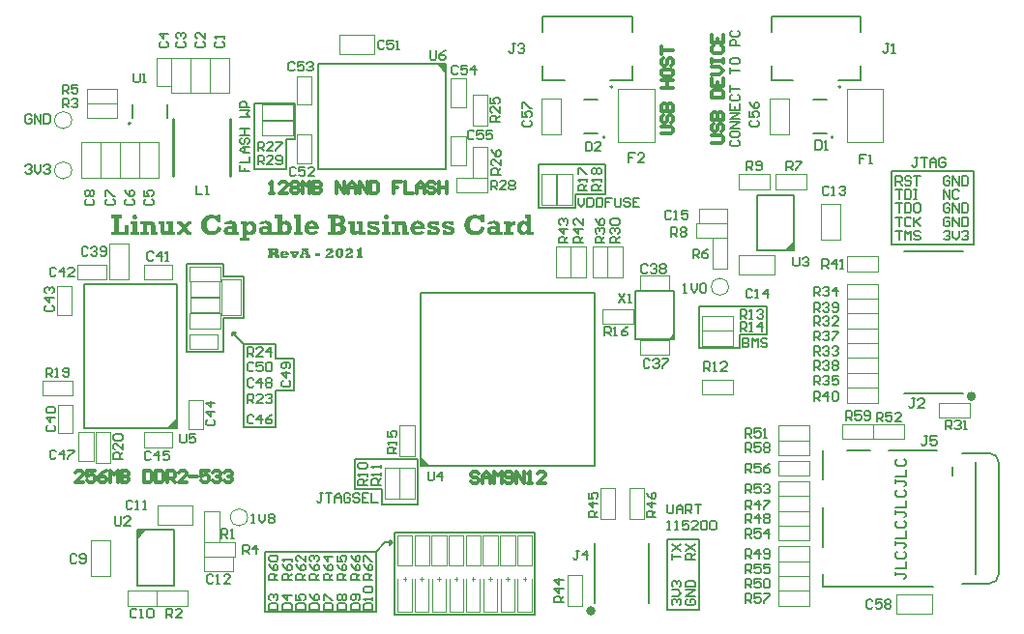
<source format=gto>
G04*
G04 #@! TF.GenerationSoftware,Altium Limited,Altium Designer,20.0.13 (296)*
G04*
G04 Layer_Color=65535*
%FSLAX44Y44*%
%MOMM*%
G71*
G01*
G75*
%ADD10C,0.2000*%
%ADD11C,0.1500*%
%ADD12C,0.4000*%
%ADD13C,0.1000*%
%ADD14C,0.2540*%
%ADD15C,0.3000*%
G36*
X113000Y88000D02*
Y88000D01*
X106000Y81000D01*
Y88500D01*
X113000Y88000D01*
D02*
G37*
G36*
X133000Y177000D02*
X141000Y185000D01*
Y177000D01*
X133000D01*
D02*
G37*
G36*
X354000Y151000D02*
X361000Y144000D01*
X354000D01*
Y151000D01*
D02*
G37*
G36*
X572000Y255000D02*
X576000Y259000D01*
Y255000D01*
X572000D01*
D02*
G37*
G36*
X376000Y489000D02*
X369000Y496000D01*
X376000D01*
Y489000D01*
D02*
G37*
G36*
X674000Y333000D02*
Y333000D01*
X681000Y340000D01*
Y332500D01*
X674000Y333000D01*
D02*
G37*
G36*
X302021Y328166D02*
X303218D01*
Y326177D01*
X298043D01*
Y328166D01*
X299271D01*
Y332092D01*
X299261D01*
X299209Y332082D01*
X299136Y332071D01*
X299032Y332051D01*
X298897Y332040D01*
X298740Y332019D01*
X298553Y332009D01*
X298240D01*
X298136Y332019D01*
X298043Y332030D01*
Y333946D01*
X298084D01*
X298136Y333936D01*
X298272D01*
X298324Y333946D01*
X298397D01*
X298490Y333956D01*
X298584Y333967D01*
X298688Y333977D01*
X298917Y334008D01*
X299178Y334071D01*
X299448Y334144D01*
X299709Y334248D01*
X299719D01*
X299740Y334258D01*
X299771Y334279D01*
X299823Y334310D01*
X299948Y334373D01*
X300105Y334467D01*
X300271Y334581D01*
X300438Y334717D01*
X300594Y334862D01*
X300719Y335019D01*
X302021D01*
Y328166D01*
D02*
G37*
G36*
X247670Y330322D02*
X247087D01*
X244879Y326104D01*
X242369D01*
X240099Y330322D01*
X239495D01*
Y332228D01*
X243765D01*
Y330322D01*
X243088D01*
X244088Y328020D01*
X245150Y330322D01*
X244546D01*
Y332228D01*
X247670D01*
Y330322D01*
D02*
G37*
G36*
X265905Y327854D02*
X261448D01*
Y330541D01*
X265905D01*
Y327854D01*
D02*
G37*
G36*
X291846Y335008D02*
X291971Y334998D01*
X292127Y334977D01*
X292294Y334956D01*
X292481Y334925D01*
X292669Y334894D01*
X292877Y334841D01*
X293085Y334789D01*
X293294Y334717D01*
X293502Y334633D01*
X293710Y334539D01*
X293908Y334425D01*
X294096Y334300D01*
X294106Y334290D01*
X294137Y334269D01*
X294189Y334227D01*
X294241Y334175D01*
X294314Y334102D01*
X294398Y334019D01*
X294481Y333915D01*
X294575Y333800D01*
X294668Y333675D01*
X294752Y333529D01*
X294835Y333384D01*
X294908Y333217D01*
X294970Y333040D01*
X295012Y332852D01*
X295043Y332644D01*
X295054Y332436D01*
Y332425D01*
Y332405D01*
Y332363D01*
X295043Y332311D01*
Y332248D01*
X295033Y332165D01*
X294991Y331988D01*
X294939Y331780D01*
X294845Y331540D01*
X294731Y331301D01*
X294648Y331186D01*
X294564Y331061D01*
X294554Y331051D01*
X294543Y331030D01*
X294512Y330999D01*
X294460Y330957D01*
X294408Y330895D01*
X294335Y330822D01*
X294241Y330749D01*
X294137Y330655D01*
X294023Y330561D01*
X293887Y330457D01*
X293731Y330353D01*
X293554Y330228D01*
X293367Y330114D01*
X293148Y329978D01*
X292919Y329853D01*
X292669Y329718D01*
X292659Y329707D01*
X292617Y329697D01*
X292565Y329666D01*
X292481Y329624D01*
X292398Y329572D01*
X292294Y329520D01*
X292055Y329395D01*
X291794Y329260D01*
X291544Y329114D01*
X291430Y329041D01*
X291315Y328978D01*
X291221Y328916D01*
X291138Y328853D01*
X291117Y328843D01*
X291075Y328801D01*
X291003Y328739D01*
X290919Y328656D01*
X290826Y328551D01*
X290721Y328437D01*
X290628Y328302D01*
X290544Y328166D01*
X293273Y328166D01*
X293304Y328885D01*
X295106D01*
X295033Y326177D01*
X288128Y326177D01*
Y326188D01*
Y326219D01*
Y326260D01*
Y326312D01*
X288118Y326354D01*
Y326396D01*
Y326427D01*
Y326437D01*
Y326448D01*
Y326489D01*
Y326552D01*
X288128Y326646D01*
X288139Y326750D01*
X288149Y326875D01*
X288160Y327010D01*
X288180Y327166D01*
X288212Y327323D01*
X288243Y327500D01*
X288337Y327864D01*
X288399Y328052D01*
X288472Y328239D01*
X288545Y328427D01*
X288639Y328604D01*
Y328614D01*
X288649Y328624D01*
X288691Y328687D01*
X288753Y328791D01*
X288836Y328916D01*
X288941Y329062D01*
X289066Y329228D01*
X289211Y329405D01*
X289378Y329582D01*
X289389Y329593D01*
X289399Y329603D01*
X289461Y329666D01*
X289566Y329759D01*
X289701Y329884D01*
X289867Y330041D01*
X290065Y330207D01*
X290294Y330374D01*
X290534Y330561D01*
X290544Y330572D01*
X290586Y330603D01*
X290638Y330645D01*
X290721Y330697D01*
X290815Y330770D01*
X290919Y330853D01*
X291148Y331040D01*
X291398Y331238D01*
X291638Y331436D01*
X291752Y331540D01*
X291857Y331634D01*
X291940Y331717D01*
X292013Y331790D01*
X292023Y331811D01*
X292065Y331853D01*
X292117Y331936D01*
X292179Y332030D01*
X292232Y332144D01*
X292284Y332280D01*
X292325Y332415D01*
X292336Y332561D01*
Y332582D01*
Y332623D01*
X292325Y332696D01*
X292304Y332780D01*
X292284Y332884D01*
X292242Y332988D01*
X292190Y333092D01*
X292117Y333186D01*
X292106Y333196D01*
X292075Y333227D01*
X292023Y333269D01*
X291950Y333311D01*
X291846Y333352D01*
X291732Y333394D01*
X291596Y333425D01*
X291440Y333436D01*
X291398D01*
X291357Y333425D01*
X291294Y333415D01*
X291221Y333394D01*
X291138Y333373D01*
X291055Y333331D01*
X290961Y333290D01*
X290867Y333217D01*
X290784Y333144D01*
X290701Y333040D01*
X290628Y332925D01*
X290576Y332790D01*
X290524Y332623D01*
X290492Y332436D01*
X290482Y332228D01*
X288253Y332290D01*
Y332311D01*
Y332352D01*
X288264Y332436D01*
X288274Y332530D01*
X288295Y332655D01*
X288326Y332790D01*
X288358Y332946D01*
X288399Y333113D01*
X288451Y333279D01*
X288524Y333456D01*
X288607Y333633D01*
X288701Y333811D01*
X288805Y333967D01*
X288930Y334123D01*
X289076Y334269D01*
X289243Y334394D01*
X289253Y334404D01*
X289284Y334425D01*
X289336Y334456D01*
X289409Y334487D01*
X289503Y334539D01*
X289607Y334592D01*
X289743Y334644D01*
X289888Y334706D01*
X290045Y334769D01*
X290222Y334821D01*
X290420Y334873D01*
X290628Y334925D01*
X290846Y334956D01*
X291075Y334987D01*
X291325Y335008D01*
X291586Y335019D01*
X291732D01*
X291846Y335008D01*
D02*
G37*
G36*
X274267D02*
X274392Y334998D01*
X274548Y334977D01*
X274715Y334956D01*
X274903Y334925D01*
X275090Y334894D01*
X275298Y334841D01*
X275507Y334789D01*
X275715Y334716D01*
X275923Y334633D01*
X276131Y334539D01*
X276329Y334425D01*
X276517Y334300D01*
X276527Y334290D01*
X276558Y334269D01*
X276611Y334227D01*
X276663Y334175D01*
X276735Y334102D01*
X276819Y334019D01*
X276902Y333915D01*
X276996Y333800D01*
X277090Y333675D01*
X277173Y333529D01*
X277256Y333383D01*
X277329Y333217D01*
X277391Y333040D01*
X277433Y332852D01*
X277464Y332644D01*
X277475Y332436D01*
Y332425D01*
Y332405D01*
Y332363D01*
X277464Y332311D01*
Y332248D01*
X277454Y332165D01*
X277412Y331988D01*
X277360Y331780D01*
X277267Y331540D01*
X277152Y331301D01*
X277069Y331186D01*
X276985Y331061D01*
X276975Y331051D01*
X276965Y331030D01*
X276933Y330999D01*
X276881Y330957D01*
X276829Y330895D01*
X276756Y330822D01*
X276663Y330749D01*
X276558Y330655D01*
X276444Y330561D01*
X276308Y330457D01*
X276152Y330353D01*
X275975Y330228D01*
X275788Y330113D01*
X275569Y329978D01*
X275340Y329853D01*
X275090Y329718D01*
X275080Y329707D01*
X275038Y329697D01*
X274986Y329666D01*
X274903Y329624D01*
X274819Y329572D01*
X274715Y329520D01*
X274476Y329395D01*
X274215Y329260D01*
X273965Y329114D01*
X273851Y329041D01*
X273736Y328978D01*
X273643Y328916D01*
X273559Y328853D01*
X273538Y328843D01*
X273497Y328801D01*
X273424Y328739D01*
X273340Y328656D01*
X273247Y328551D01*
X273143Y328437D01*
X273049Y328302D01*
X272966Y328166D01*
X275694D01*
X275725Y328885D01*
X277527D01*
X277454Y326177D01*
X270550D01*
Y326188D01*
Y326219D01*
Y326260D01*
Y326312D01*
X270539Y326354D01*
Y326396D01*
Y326427D01*
Y326437D01*
Y326448D01*
Y326489D01*
Y326552D01*
X270550Y326646D01*
X270560Y326750D01*
X270570Y326875D01*
X270581Y327010D01*
X270602Y327166D01*
X270633Y327323D01*
X270664Y327500D01*
X270758Y327864D01*
X270820Y328052D01*
X270893Y328239D01*
X270966Y328427D01*
X271060Y328604D01*
Y328614D01*
X271070Y328624D01*
X271112Y328687D01*
X271174Y328791D01*
X271258Y328916D01*
X271362Y329062D01*
X271487Y329228D01*
X271633Y329405D01*
X271799Y329582D01*
X271810Y329593D01*
X271820Y329603D01*
X271882Y329666D01*
X271987Y329759D01*
X272122Y329884D01*
X272289Y330041D01*
X272487Y330207D01*
X272716Y330374D01*
X272955Y330561D01*
X272966Y330572D01*
X273007Y330603D01*
X273059Y330645D01*
X273143Y330697D01*
X273236Y330770D01*
X273340Y330853D01*
X273570Y331040D01*
X273820Y331238D01*
X274059Y331436D01*
X274174Y331540D01*
X274278Y331634D01*
X274361Y331717D01*
X274434Y331790D01*
X274444Y331811D01*
X274486Y331853D01*
X274538Y331936D01*
X274601Y332030D01*
X274653Y332144D01*
X274705Y332280D01*
X274746Y332415D01*
X274757Y332561D01*
Y332582D01*
Y332623D01*
X274746Y332696D01*
X274726Y332780D01*
X274705Y332884D01*
X274663Y332988D01*
X274611Y333092D01*
X274538Y333186D01*
X274528Y333196D01*
X274496Y333227D01*
X274444Y333269D01*
X274371Y333311D01*
X274267Y333352D01*
X274153Y333394D01*
X274017Y333425D01*
X273861Y333436D01*
X273820D01*
X273778Y333425D01*
X273715Y333415D01*
X273643Y333394D01*
X273559Y333373D01*
X273476Y333331D01*
X273382Y333290D01*
X273288Y333217D01*
X273205Y333144D01*
X273122Y333040D01*
X273049Y332925D01*
X272997Y332790D01*
X272945Y332623D01*
X272913Y332436D01*
X272903Y332228D01*
X270674Y332290D01*
Y332311D01*
Y332352D01*
X270685Y332436D01*
X270695Y332530D01*
X270716Y332655D01*
X270747Y332790D01*
X270779Y332946D01*
X270820Y333113D01*
X270872Y333279D01*
X270945Y333456D01*
X271029Y333633D01*
X271122Y333811D01*
X271227Y333967D01*
X271351Y334123D01*
X271497Y334269D01*
X271664Y334394D01*
X271674Y334404D01*
X271705Y334425D01*
X271758Y334456D01*
X271831Y334487D01*
X271924Y334539D01*
X272028Y334592D01*
X272164Y334644D01*
X272309Y334706D01*
X272466Y334769D01*
X272643Y334821D01*
X272841Y334873D01*
X273049Y334925D01*
X273268Y334956D01*
X273497Y334987D01*
X273747Y335008D01*
X274007Y335019D01*
X274153D01*
X274267Y335008D01*
D02*
G37*
G36*
X255876Y332769D02*
X255179D01*
X256834Y328249D01*
X257480D01*
Y326177D01*
X252950D01*
Y328083D01*
X253710D01*
X253377Y329176D01*
X251159D01*
X250773Y328083D01*
X251492D01*
Y326177D01*
X248055D01*
Y328249D01*
X248711D01*
X250336Y332769D01*
X249638D01*
Y334852D01*
X255876D01*
Y332769D01*
D02*
G37*
G36*
X225280Y334841D02*
X225478D01*
X225894Y334821D01*
X225988D01*
X226082Y334810D01*
X226217D01*
X226363Y334800D01*
X226519Y334789D01*
X226675Y334769D01*
X226821Y334758D01*
X226842D01*
X226884Y334748D01*
X226957Y334737D01*
X227050Y334727D01*
X227165Y334716D01*
X227279Y334696D01*
X227529Y334654D01*
X227540D01*
X227571Y334644D01*
X227623Y334633D01*
X227686Y334612D01*
X227758Y334592D01*
X227852Y334560D01*
X228060Y334477D01*
X228290Y334362D01*
X228540Y334217D01*
X228779Y334029D01*
X228904Y333925D01*
X229008Y333811D01*
X229018Y333800D01*
X229029Y333779D01*
X229060Y333748D01*
X229102Y333696D01*
X229144Y333633D01*
X229196Y333550D01*
X229248Y333467D01*
X229300Y333363D01*
X229352Y333259D01*
X229404Y333134D01*
X229498Y332873D01*
X229571Y332571D01*
X229581Y332415D01*
X229591Y332248D01*
Y332238D01*
Y332217D01*
Y332186D01*
Y332134D01*
X229581Y332082D01*
X229571Y332009D01*
X229550Y331842D01*
X229508Y331655D01*
X229445Y331457D01*
X229352Y331238D01*
X229237Y331030D01*
Y331020D01*
X229216Y331009D01*
X229175Y330947D01*
X229091Y330843D01*
X228987Y330728D01*
X228862Y330603D01*
X228706Y330468D01*
X228519Y330343D01*
X228321Y330238D01*
X229518Y328249D01*
X230143D01*
Y326177D01*
X227019D01*
X225124Y329718D01*
X224072D01*
Y328249D01*
X224718D01*
Y326177D01*
X220000D01*
Y328249D01*
X220708D01*
Y332769D01*
X220000D01*
Y334852D01*
X225103D01*
X225280Y334841D01*
D02*
G37*
G36*
X283067Y335008D02*
X283171Y334998D01*
X283307Y334977D01*
X283473Y334956D01*
X283650Y334914D01*
X283838Y334862D01*
X284046Y334800D01*
X284254Y334716D01*
X284484Y334623D01*
X284702Y334508D01*
X284931Y334362D01*
X285150Y334206D01*
X285369Y334019D01*
X285577Y333800D01*
X285587Y333790D01*
X285619Y333748D01*
X285681Y333675D01*
X285744Y333581D01*
X285827Y333456D01*
X285921Y333311D01*
X286014Y333134D01*
X286119Y332946D01*
X286212Y332717D01*
X286306Y332477D01*
X286400Y332207D01*
X286483Y331915D01*
X286556Y331613D01*
X286608Y331280D01*
X286639Y330926D01*
X286650Y330551D01*
Y330541D01*
Y330530D01*
Y330499D01*
Y330457D01*
X286639Y330343D01*
X286629Y330197D01*
X286618Y330020D01*
X286587Y329812D01*
X286556Y329582D01*
X286514Y329333D01*
X286452Y329072D01*
X286379Y328801D01*
X286285Y328531D01*
X286181Y328249D01*
X286056Y327989D01*
X285900Y327729D01*
X285733Y327479D01*
X285535Y327250D01*
X285525Y327239D01*
X285483Y327198D01*
X285421Y327146D01*
X285337Y327073D01*
X285233Y326979D01*
X285108Y326885D01*
X284963Y326781D01*
X284796Y326677D01*
X284608Y326562D01*
X284411Y326458D01*
X284192Y326365D01*
X283963Y326271D01*
X283723Y326198D01*
X283463Y326146D01*
X283192Y326104D01*
X282911Y326094D01*
X282838D01*
X282755Y326104D01*
X282651Y326115D01*
X282515Y326135D01*
X282359Y326156D01*
X282182Y326198D01*
X281994Y326250D01*
X281786Y326312D01*
X281568Y326385D01*
X281349Y326489D01*
X281130Y326604D01*
X280901Y326739D01*
X280682Y326906D01*
X280464Y327094D01*
X280255Y327302D01*
X280245Y327312D01*
X280214Y327354D01*
X280162Y327427D01*
X280089Y327520D01*
X280005Y327645D01*
X279922Y327791D01*
X279828Y327958D01*
X279724Y328156D01*
X279631Y328374D01*
X279526Y328624D01*
X279443Y328885D01*
X279360Y329176D01*
X279287Y329489D01*
X279235Y329822D01*
X279204Y330176D01*
X279193Y330551D01*
Y330561D01*
Y330572D01*
Y330603D01*
Y330645D01*
X279204Y330759D01*
X279214Y330905D01*
X279224Y331082D01*
X279256Y331280D01*
X279287Y331509D01*
X279328Y331759D01*
X279391Y332019D01*
X279464Y332290D01*
X279547Y332561D01*
X279651Y332832D01*
X279776Y333102D01*
X279922Y333363D01*
X280099Y333613D01*
X280287Y333842D01*
X280297Y333852D01*
X280339Y333894D01*
X280401Y333946D01*
X280485Y334029D01*
X280589Y334113D01*
X280714Y334217D01*
X280859Y334321D01*
X281026Y334435D01*
X281213Y334539D01*
X281411Y334644D01*
X281630Y334748D01*
X281859Y334831D01*
X282109Y334914D01*
X282359Y334967D01*
X282630Y335008D01*
X282911Y335019D01*
X282984D01*
X283067Y335008D01*
D02*
G37*
G36*
X234944Y332384D02*
X235059D01*
X235204Y332363D01*
X235382Y332352D01*
X235569Y332321D01*
X235767Y332290D01*
X235986Y332238D01*
X236215Y332186D01*
X236444Y332113D01*
X236683Y332030D01*
X236912Y331926D01*
X237141Y331811D01*
X237360Y331676D01*
X237568Y331519D01*
X237579Y331509D01*
X237610Y331478D01*
X237662Y331426D01*
X237735Y331353D01*
X237818Y331269D01*
X237912Y331155D01*
X238006Y331020D01*
X238110Y330863D01*
X238214Y330697D01*
X238308Y330499D01*
X238412Y330280D01*
X238495Y330041D01*
X238568Y329791D01*
X238631Y329510D01*
X238683Y329207D01*
X238703Y328885D01*
X233934D01*
Y328864D01*
Y328822D01*
X233944Y328749D01*
X233955Y328656D01*
X233976Y328541D01*
X233996Y328416D01*
X234028Y328291D01*
X234080Y328156D01*
X234142Y328010D01*
X234215Y327885D01*
X234298Y327760D01*
X234403Y327645D01*
X234527Y327552D01*
X234673Y327479D01*
X234840Y327437D01*
X235027Y327416D01*
X235090D01*
X235131Y327427D01*
X235246Y327448D01*
X235392Y327500D01*
X235548Y327583D01*
X235621Y327635D01*
X235704Y327697D01*
X235777Y327781D01*
X235840Y327874D01*
X235913Y327979D01*
X235965Y328093D01*
X238558Y327770D01*
X238547Y327750D01*
X238526Y327697D01*
X238485Y327625D01*
X238433Y327531D01*
X238360Y327416D01*
X238277Y327291D01*
X238183Y327166D01*
X238068Y327041D01*
X238058Y327031D01*
X238016Y326989D01*
X237943Y326927D01*
X237860Y326854D01*
X237745Y326760D01*
X237621Y326666D01*
X237475Y326573D01*
X237308Y326479D01*
X237298D01*
X237266Y326458D01*
X237214Y326437D01*
X237152Y326406D01*
X237058Y326365D01*
X236954Y326323D01*
X236839Y326281D01*
X236694Y326240D01*
X236548Y326198D01*
X236381Y326156D01*
X236204Y326115D01*
X236017Y326073D01*
X235808Y326042D01*
X235600Y326021D01*
X235371Y326010D01*
X235142Y326000D01*
X235048D01*
X234944Y326010D01*
X234798D01*
X234621Y326031D01*
X234413Y326042D01*
X234194Y326073D01*
X233955Y326115D01*
X233694Y326156D01*
X233434Y326219D01*
X233174Y326281D01*
X232913Y326365D01*
X232653Y326469D01*
X232403Y326583D01*
X232174Y326719D01*
X231966Y326875D01*
X231955Y326885D01*
X231924Y326916D01*
X231872Y326968D01*
X231799Y327031D01*
X231716Y327125D01*
X231632Y327229D01*
X231539Y327354D01*
X231435Y327489D01*
X231341Y327645D01*
X231237Y327822D01*
X231153Y328010D01*
X231070Y328208D01*
X230997Y328427D01*
X230945Y328666D01*
X230914Y328905D01*
X230903Y329166D01*
Y329187D01*
Y329228D01*
X230914Y329301D01*
X230924Y329395D01*
X230935Y329510D01*
X230956Y329645D01*
X230987Y329801D01*
X231039Y329968D01*
X231091Y330145D01*
X231164Y330332D01*
X231247Y330520D01*
X231351Y330718D01*
X231466Y330915D01*
X231612Y331103D01*
X231768Y331290D01*
X231955Y331467D01*
X231966Y331478D01*
X232007Y331509D01*
X232059Y331551D01*
X232143Y331613D01*
X232247Y331686D01*
X232382Y331759D01*
X232528Y331842D01*
X232695Y331936D01*
X232892Y332019D01*
X233101Y332103D01*
X233330Y332175D01*
X233590Y332248D01*
X233861Y332311D01*
X234142Y332352D01*
X234455Y332384D01*
X234778Y332394D01*
X234850D01*
X234944Y332384D01*
D02*
G37*
G36*
X324167Y364036D02*
X324376Y363994D01*
X324605Y363932D01*
X324855Y363807D01*
X325105Y363661D01*
X325334Y363453D01*
X325355Y363432D01*
X325438Y363349D01*
X325542Y363203D01*
X325646Y363036D01*
X325771Y362807D01*
X325854Y362557D01*
X325938Y362265D01*
X325959Y361953D01*
Y361911D01*
Y361807D01*
X325917Y361641D01*
X325875Y361432D01*
X325813Y361203D01*
X325688Y360953D01*
X325542Y360703D01*
X325334Y360474D01*
X325313Y360453D01*
X325230Y360391D01*
X325084Y360287D01*
X324917Y360183D01*
X324709Y360058D01*
X324438Y359974D01*
X324167Y359891D01*
X323855Y359870D01*
X323709D01*
X323543Y359912D01*
X323334Y359953D01*
X323105Y360016D01*
X322855Y360120D01*
X322605Y360266D01*
X322355Y360474D01*
X322335Y360495D01*
X322272Y360578D01*
X322168Y360724D01*
X322064Y360891D01*
X321939Y361120D01*
X321856Y361370D01*
X321772Y361641D01*
X321751Y361953D01*
Y361995D01*
Y362099D01*
X321793Y362265D01*
X321835Y362474D01*
X321897Y362703D01*
X322001Y362953D01*
X322147Y363203D01*
X322355Y363453D01*
X322376Y363474D01*
X322459Y363557D01*
X322605Y363661D01*
X322772Y363765D01*
X323001Y363890D01*
X323251Y363973D01*
X323543Y364057D01*
X323855Y364077D01*
X324001D01*
X324167Y364036D01*
D02*
G37*
G36*
X103953Y364036D02*
X104161Y363994D01*
X104390Y363932D01*
X104640Y363807D01*
X104890Y363661D01*
X105119Y363453D01*
X105140Y363432D01*
X105224Y363348D01*
X105328Y363203D01*
X105432Y363036D01*
X105557Y362807D01*
X105640Y362557D01*
X105723Y362265D01*
X105744Y361953D01*
Y361911D01*
Y361807D01*
X105702Y361641D01*
X105661Y361432D01*
X105598Y361203D01*
X105473Y360953D01*
X105328Y360703D01*
X105119Y360474D01*
X105098Y360453D01*
X105015Y360391D01*
X104869Y360287D01*
X104703Y360183D01*
X104494Y360058D01*
X104224Y359974D01*
X103953Y359891D01*
X103641Y359870D01*
X103495D01*
X103328Y359912D01*
X103120Y359953D01*
X102891Y360016D01*
X102641Y360120D01*
X102391Y360266D01*
X102141Y360474D01*
X102120Y360495D01*
X102058Y360578D01*
X101953Y360724D01*
X101849Y360891D01*
X101724Y361120D01*
X101641Y361370D01*
X101558Y361641D01*
X101537Y361953D01*
Y361995D01*
Y362099D01*
X101579Y362265D01*
X101620Y362474D01*
X101683Y362703D01*
X101787Y362953D01*
X101933Y363203D01*
X102141Y363453D01*
X102162Y363473D01*
X102245Y363557D01*
X102391Y363661D01*
X102557Y363765D01*
X102787Y363890D01*
X103036Y363973D01*
X103328Y364057D01*
X103641Y364077D01*
X103786D01*
X103953Y364036D01*
D02*
G37*
G36*
X401960Y364057D02*
X402231Y364036D01*
X402543Y363994D01*
X402876Y363932D01*
X403251Y363869D01*
X403647Y363786D01*
X404085Y363682D01*
X404501Y363557D01*
X404938Y363390D01*
X405376Y363203D01*
X405813Y362994D01*
X406251Y362744D01*
X406646Y362453D01*
Y363807D01*
X409583D01*
Y357704D01*
X406646D01*
X406626Y357746D01*
X406584Y357850D01*
X406521Y358017D01*
X406396Y358225D01*
X406271Y358475D01*
X406084Y358745D01*
X405876Y359037D01*
X405647Y359350D01*
X405355Y359662D01*
X405042Y359953D01*
X404688Y360224D01*
X404293Y360474D01*
X403855Y360682D01*
X403376Y360849D01*
X402876Y360953D01*
X402314Y360995D01*
X402210D01*
X402064Y360974D01*
X401898D01*
X401689Y360933D01*
X401439Y360912D01*
X401169Y360849D01*
X400877Y360787D01*
X400564Y360682D01*
X400252Y360578D01*
X399940Y360433D01*
X399627Y360266D01*
X399294Y360058D01*
X399002Y359829D01*
X398711Y359558D01*
X398461Y359245D01*
X398440Y359225D01*
X398398Y359162D01*
X398336Y359079D01*
X398253Y358933D01*
X398169Y358766D01*
X398044Y358579D01*
X397940Y358350D01*
X397815Y358079D01*
X397690Y357787D01*
X397586Y357475D01*
X397461Y357142D01*
X397378Y356767D01*
X397295Y356371D01*
X397232Y355975D01*
X397190Y355538D01*
X397170Y355101D01*
Y355080D01*
Y354996D01*
Y354851D01*
X397190Y354684D01*
X397211Y354455D01*
X397253Y354205D01*
X397295Y353934D01*
X397336Y353643D01*
X397503Y352976D01*
X397607Y352643D01*
X397753Y352289D01*
X397898Y351956D01*
X398086Y351622D01*
X398294Y351310D01*
X398544Y350998D01*
X398565Y350977D01*
X398607Y350935D01*
X398690Y350852D01*
X398794Y350748D01*
X398919Y350643D01*
X399086Y350498D01*
X399273Y350373D01*
X399502Y350227D01*
X399731Y350081D01*
X400002Y349935D01*
X400294Y349790D01*
X400606Y349685D01*
X400939Y349581D01*
X401293Y349498D01*
X401648Y349456D01*
X402043Y349435D01*
X402210D01*
X402335Y349456D01*
X402481Y349477D01*
X402668Y349498D01*
X402856Y349539D01*
X403085Y349581D01*
X403564Y349727D01*
X404064Y349935D01*
X404334Y350060D01*
X404605Y350227D01*
X404855Y350393D01*
X405105Y350602D01*
X405126Y350623D01*
X405168Y350664D01*
X405230Y350727D01*
X405313Y350831D01*
X405418Y350935D01*
X405542Y351081D01*
X405667Y351268D01*
X405813Y351456D01*
X405959Y351685D01*
X406105Y351935D01*
X406271Y352206D01*
X406396Y352497D01*
X406542Y352809D01*
X406667Y353143D01*
X406771Y353518D01*
X406875Y353893D01*
X410312Y352247D01*
Y352226D01*
X410291Y352185D01*
X410249Y352101D01*
X410208Y351997D01*
X410166Y351851D01*
X410083Y351685D01*
X410000Y351518D01*
X409896Y351310D01*
X409666Y350852D01*
X409354Y350352D01*
X408958Y349810D01*
X408500Y349248D01*
X407979Y348686D01*
X407667Y348415D01*
X407355Y348144D01*
X407021Y347894D01*
X406646Y347644D01*
X406271Y347415D01*
X405876Y347186D01*
X405438Y346978D01*
X404980Y346811D01*
X404501Y346644D01*
X404001Y346499D01*
X403480Y346395D01*
X402918Y346311D01*
X402335Y346269D01*
X401731Y346249D01*
X401418D01*
X401293Y346269D01*
X400960Y346290D01*
X400585Y346332D01*
X400127Y346374D01*
X399627Y346457D01*
X399107Y346561D01*
X398544Y346686D01*
X397961Y346853D01*
X397378Y347061D01*
X396795Y347311D01*
X396232Y347582D01*
X395670Y347915D01*
X395170Y348311D01*
X394691Y348748D01*
X394670Y348769D01*
X394587Y348873D01*
X394483Y348998D01*
X394316Y349206D01*
X394150Y349456D01*
X393941Y349748D01*
X393733Y350102D01*
X393504Y350498D01*
X393275Y350935D01*
X393066Y351414D01*
X392858Y351935D01*
X392691Y352497D01*
X392546Y353101D01*
X392421Y353747D01*
X392337Y354413D01*
X392317Y355121D01*
Y355163D01*
Y355246D01*
Y355392D01*
X392337Y355580D01*
X392358Y355830D01*
X392379Y356100D01*
X392421Y356413D01*
X392462Y356746D01*
X392546Y357121D01*
X392608Y357496D01*
X392712Y357912D01*
X392837Y358308D01*
X392983Y358725D01*
X393150Y359141D01*
X393337Y359537D01*
X393545Y359933D01*
X393566Y359953D01*
X393608Y360016D01*
X393671Y360120D01*
X393775Y360266D01*
X393900Y360453D01*
X394045Y360641D01*
X394212Y360849D01*
X394420Y361099D01*
X394649Y361349D01*
X394899Y361599D01*
X395170Y361849D01*
X395462Y362120D01*
X395774Y362370D01*
X396107Y362599D01*
X396482Y362828D01*
X396857Y363036D01*
X396878Y363057D01*
X396961Y363078D01*
X397065Y363140D01*
X397232Y363203D01*
X397420Y363286D01*
X397649Y363369D01*
X397919Y363453D01*
X398211Y363557D01*
X398544Y363661D01*
X398898Y363744D01*
X399273Y363828D01*
X399669Y363911D01*
X400523Y364036D01*
X400981Y364057D01*
X401439Y364077D01*
X401731D01*
X401960Y364057D01*
D02*
G37*
G36*
X171394Y364057D02*
X171665Y364036D01*
X171977Y363994D01*
X172311Y363932D01*
X172685Y363869D01*
X173081Y363786D01*
X173519Y363682D01*
X173935Y363557D01*
X174372Y363390D01*
X174810Y363203D01*
X175247Y362994D01*
X175685Y362744D01*
X176080Y362453D01*
Y363807D01*
X179017D01*
Y357704D01*
X176080D01*
X176059Y357746D01*
X176018Y357850D01*
X175955Y358017D01*
X175830Y358225D01*
X175705Y358475D01*
X175518Y358745D01*
X175310Y359037D01*
X175081Y359350D01*
X174789Y359662D01*
X174477Y359953D01*
X174123Y360224D01*
X173727Y360474D01*
X173289Y360682D01*
X172810Y360849D01*
X172311Y360953D01*
X171748Y360995D01*
X171644D01*
X171498Y360974D01*
X171332D01*
X171123Y360932D01*
X170873Y360912D01*
X170603Y360849D01*
X170311Y360787D01*
X169999Y360682D01*
X169686Y360578D01*
X169374Y360433D01*
X169061Y360266D01*
X168728Y360058D01*
X168437Y359828D01*
X168145Y359558D01*
X167895Y359245D01*
X167874Y359225D01*
X167833Y359162D01*
X167770Y359079D01*
X167687Y358933D01*
X167603Y358766D01*
X167478Y358579D01*
X167374Y358350D01*
X167249Y358079D01*
X167124Y357787D01*
X167020Y357475D01*
X166895Y357142D01*
X166812Y356767D01*
X166729Y356371D01*
X166666Y355975D01*
X166624Y355538D01*
X166604Y355101D01*
Y355080D01*
Y354996D01*
Y354851D01*
X166624Y354684D01*
X166645Y354455D01*
X166687Y354205D01*
X166729Y353934D01*
X166770Y353643D01*
X166937Y352976D01*
X167041Y352643D01*
X167187Y352289D01*
X167333Y351956D01*
X167520Y351622D01*
X167728Y351310D01*
X167978Y350998D01*
X167999Y350977D01*
X168041Y350935D01*
X168124Y350852D01*
X168228Y350747D01*
X168353Y350643D01*
X168520Y350498D01*
X168707Y350373D01*
X168936Y350227D01*
X169165Y350081D01*
X169436Y349935D01*
X169728Y349789D01*
X170040Y349685D01*
X170373Y349581D01*
X170728Y349498D01*
X171082Y349456D01*
X171477Y349435D01*
X171644D01*
X171769Y349456D01*
X171915Y349477D01*
X172102Y349498D01*
X172290Y349539D01*
X172519Y349581D01*
X172998Y349727D01*
X173498Y349935D01*
X173768Y350060D01*
X174039Y350227D01*
X174289Y350393D01*
X174539Y350602D01*
X174560Y350623D01*
X174602Y350664D01*
X174664Y350727D01*
X174747Y350831D01*
X174851Y350935D01*
X174977Y351081D01*
X175101Y351268D01*
X175247Y351456D01*
X175393Y351685D01*
X175539Y351935D01*
X175705Y352206D01*
X175830Y352497D01*
X175976Y352809D01*
X176101Y353143D01*
X176205Y353518D01*
X176310Y353893D01*
X179746Y352247D01*
Y352226D01*
X179725Y352185D01*
X179684Y352101D01*
X179642Y351997D01*
X179600Y351851D01*
X179517Y351685D01*
X179434Y351518D01*
X179329Y351310D01*
X179100Y350852D01*
X178788Y350352D01*
X178392Y349810D01*
X177934Y349248D01*
X177413Y348686D01*
X177101Y348415D01*
X176789Y348144D01*
X176455Y347894D01*
X176080Y347644D01*
X175705Y347415D01*
X175310Y347186D01*
X174872Y346978D01*
X174414Y346811D01*
X173935Y346644D01*
X173435Y346499D01*
X172915Y346395D01*
X172352Y346311D01*
X171769Y346269D01*
X171165Y346249D01*
X170853D01*
X170728Y346269D01*
X170394Y346290D01*
X170019Y346332D01*
X169561Y346374D01*
X169061Y346457D01*
X168541Y346561D01*
X167978Y346686D01*
X167395Y346853D01*
X166812Y347061D01*
X166229Y347311D01*
X165666Y347582D01*
X165104Y347915D01*
X164604Y348311D01*
X164125Y348748D01*
X164104Y348769D01*
X164021Y348873D01*
X163917Y348998D01*
X163750Y349206D01*
X163584Y349456D01*
X163375Y349748D01*
X163167Y350102D01*
X162938Y350498D01*
X162709Y350935D01*
X162500Y351414D01*
X162292Y351935D01*
X162126Y352497D01*
X161980Y353101D01*
X161855Y353747D01*
X161772Y354413D01*
X161751Y355121D01*
Y355163D01*
Y355246D01*
Y355392D01*
X161772Y355580D01*
X161792Y355830D01*
X161813Y356100D01*
X161855Y356413D01*
X161896Y356746D01*
X161980Y357121D01*
X162042Y357496D01*
X162146Y357912D01*
X162271Y358308D01*
X162417Y358725D01*
X162584Y359141D01*
X162771Y359537D01*
X162980Y359933D01*
X163000Y359953D01*
X163042Y360016D01*
X163104Y360120D01*
X163209Y360266D01*
X163334Y360453D01*
X163479Y360641D01*
X163646Y360849D01*
X163854Y361099D01*
X164083Y361349D01*
X164333Y361599D01*
X164604Y361849D01*
X164896Y362120D01*
X165208Y362370D01*
X165541Y362599D01*
X165916Y362828D01*
X166291Y363036D01*
X166312Y363057D01*
X166395Y363078D01*
X166500Y363140D01*
X166666Y363203D01*
X166854Y363286D01*
X167083Y363369D01*
X167353Y363453D01*
X167645Y363557D01*
X167978Y363661D01*
X168332Y363744D01*
X168707Y363828D01*
X169103Y363911D01*
X169957Y364036D01*
X170415Y364057D01*
X170873Y364077D01*
X171165D01*
X171394Y364057D01*
D02*
G37*
G36*
X338497Y358683D02*
X338747Y358641D01*
X339018Y358558D01*
X339330Y358454D01*
X339664Y358308D01*
X339997Y358121D01*
X340330Y357871D01*
X340663Y357558D01*
X340976Y357183D01*
X341267Y356746D01*
X341371Y356475D01*
X341496Y356204D01*
X341580Y355892D01*
X341663Y355580D01*
X341746Y355226D01*
X341788Y354851D01*
X341830Y354455D01*
Y354038D01*
Y349248D01*
X343642D01*
Y346457D01*
X337976D01*
Y353747D01*
Y353768D01*
Y353788D01*
Y353913D01*
X337956Y354080D01*
X337935Y354288D01*
X337914Y354497D01*
X337872Y354726D01*
X337789Y354913D01*
X337706Y355080D01*
X337685Y355101D01*
X337664Y355142D01*
X337581Y355205D01*
X337497Y355267D01*
X337372Y355330D01*
X337227Y355392D01*
X337039Y355434D01*
X336831Y355455D01*
X336727D01*
X336643Y355434D01*
X336435Y355413D01*
X336143Y355350D01*
X335831Y355267D01*
X335456Y355121D01*
X335061Y354934D01*
X334644Y354663D01*
Y349248D01*
X336498D01*
Y346457D01*
X328937D01*
Y349248D01*
X330791D01*
Y355726D01*
X328937D01*
Y358516D01*
X334644D01*
Y357392D01*
X334665Y357412D01*
X334727Y357454D01*
X334810Y357517D01*
X334935Y357600D01*
X335102Y357704D01*
X335290Y357808D01*
X335498Y357933D01*
X335727Y358058D01*
X335998Y358162D01*
X336269Y358287D01*
X336852Y358496D01*
X337185Y358579D01*
X337497Y358641D01*
X337831Y358683D01*
X338164Y358704D01*
X338330D01*
X338497Y358683D01*
D02*
G37*
G36*
X118283Y358683D02*
X118533Y358641D01*
X118803Y358558D01*
X119116Y358454D01*
X119449Y358308D01*
X119782Y358121D01*
X120115Y357871D01*
X120449Y357558D01*
X120761Y357183D01*
X121053Y356746D01*
X121157Y356475D01*
X121282Y356204D01*
X121365Y355892D01*
X121448Y355580D01*
X121532Y355225D01*
X121573Y354851D01*
X121615Y354455D01*
Y354038D01*
Y349248D01*
X123427D01*
Y346457D01*
X117762D01*
Y353747D01*
Y353768D01*
Y353788D01*
Y353913D01*
X117741Y354080D01*
X117720Y354288D01*
X117699Y354496D01*
X117658Y354726D01*
X117575Y354913D01*
X117491Y355080D01*
X117470Y355101D01*
X117450Y355142D01*
X117366Y355205D01*
X117283Y355267D01*
X117158Y355330D01*
X117012Y355392D01*
X116825Y355434D01*
X116616Y355455D01*
X116512D01*
X116429Y355434D01*
X116221Y355413D01*
X115929Y355350D01*
X115617Y355267D01*
X115242Y355121D01*
X114846Y354934D01*
X114430Y354663D01*
Y349248D01*
X116283D01*
Y346457D01*
X108723D01*
Y349248D01*
X110576D01*
Y355725D01*
X108723D01*
Y358516D01*
X114430D01*
Y357392D01*
X114450Y357412D01*
X114513Y357454D01*
X114596Y357517D01*
X114721Y357600D01*
X114888Y357704D01*
X115075Y357808D01*
X115283Y357933D01*
X115513Y358058D01*
X115783Y358162D01*
X116054Y358287D01*
X116637Y358495D01*
X116971Y358579D01*
X117283Y358641D01*
X117616Y358683D01*
X117949Y358704D01*
X118116D01*
X118283Y358683D01*
D02*
G37*
G36*
X450864Y349248D02*
X452843D01*
Y346457D01*
X447011D01*
Y347894D01*
X446990Y347873D01*
X446949Y347832D01*
X446844Y347748D01*
X446719Y347644D01*
X446574Y347519D01*
X446407Y347394D01*
X446199Y347248D01*
X445970Y347103D01*
X445720Y346936D01*
X445449Y346790D01*
X444845Y346540D01*
X444532Y346436D01*
X444199Y346353D01*
X443866Y346311D01*
X443512Y346290D01*
X443408D01*
X443304Y346311D01*
X443137D01*
X442949Y346353D01*
X442720Y346395D01*
X442471Y346436D01*
X442200Y346520D01*
X441908Y346624D01*
X441617Y346728D01*
X441304Y346874D01*
X440992Y347061D01*
X440679Y347269D01*
X440367Y347498D01*
X440075Y347790D01*
X439784Y348102D01*
X439763Y348123D01*
X439721Y348186D01*
X439638Y348290D01*
X439554Y348436D01*
X439450Y348602D01*
X439325Y348831D01*
X439180Y349061D01*
X439055Y349352D01*
X438909Y349664D01*
X438763Y349998D01*
X438638Y350373D01*
X438534Y350748D01*
X438451Y351164D01*
X438367Y351622D01*
X438326Y352081D01*
X438305Y352560D01*
Y352580D01*
Y352685D01*
X438326Y352809D01*
Y352997D01*
X438346Y353226D01*
X438388Y353476D01*
X438430Y353788D01*
X438492Y354101D01*
X438576Y354434D01*
X438680Y354788D01*
X438784Y355163D01*
X438930Y355538D01*
X439117Y355913D01*
X439305Y356288D01*
X439534Y356642D01*
X439804Y356996D01*
X439825Y357017D01*
X439867Y357079D01*
X439950Y357163D01*
X440075Y357288D01*
X440221Y357412D01*
X440409Y357579D01*
X440617Y357746D01*
X440846Y357912D01*
X441096Y358079D01*
X441387Y358246D01*
X441700Y358412D01*
X442012Y358537D01*
X442366Y358662D01*
X442741Y358745D01*
X443137Y358808D01*
X443533Y358829D01*
X443741D01*
X443887Y358808D01*
X444053Y358787D01*
X444262Y358745D01*
X444512Y358683D01*
X444762Y358620D01*
X445032Y358537D01*
X445303Y358433D01*
X445595Y358287D01*
X445886Y358121D01*
X446178Y357933D01*
X446469Y357704D01*
X446740Y357454D01*
X447011Y357163D01*
Y361016D01*
X445136Y361016D01*
Y363807D01*
X450864Y363807D01*
Y349248D01*
D02*
G37*
G36*
X205427Y358683D02*
X205594D01*
X205802Y358641D01*
X206031Y358600D01*
X206281Y358537D01*
X206572Y358475D01*
X206864Y358371D01*
X207176Y358246D01*
X207489Y358079D01*
X207801Y357892D01*
X208114Y357683D01*
X208405Y357412D01*
X208697Y357121D01*
X208968Y356788D01*
X208989Y356767D01*
X209030Y356704D01*
X209093Y356600D01*
X209197Y356454D01*
X209301Y356267D01*
X209405Y356059D01*
X209530Y355809D01*
X209676Y355517D01*
X209801Y355226D01*
X209926Y354871D01*
X210030Y354517D01*
X210155Y354122D01*
X210238Y353726D01*
X210301Y353288D01*
X210342Y352830D01*
X210363Y352372D01*
Y352351D01*
Y352247D01*
Y352122D01*
X210342Y351935D01*
X210322Y351706D01*
X210280Y351435D01*
X210238Y351143D01*
X210176Y350810D01*
X210113Y350477D01*
X210009Y350102D01*
X209905Y349748D01*
X209759Y349373D01*
X209593Y348998D01*
X209405Y348623D01*
X209176Y348269D01*
X208926Y347936D01*
X208905Y347915D01*
X208864Y347852D01*
X208780Y347769D01*
X208676Y347665D01*
X208530Y347540D01*
X208364Y347373D01*
X208155Y347228D01*
X207926Y347061D01*
X207656Y346894D01*
X207385Y346749D01*
X207072Y346603D01*
X206739Y346457D01*
X206364Y346353D01*
X205989Y346269D01*
X205573Y346207D01*
X205135Y346186D01*
X205052D01*
X204948Y346207D01*
X204802D01*
X204636Y346228D01*
X204448Y346269D01*
X204219Y346311D01*
X203969Y346374D01*
X203698Y346457D01*
X203428Y346561D01*
X203136Y346665D01*
X202844Y346811D01*
X202532Y346998D01*
X202220Y347186D01*
X201907Y347415D01*
X201616Y347686D01*
Y343791D01*
X204032D01*
Y341000D01*
X195721D01*
Y343791D01*
X197762D01*
Y355725D01*
X196075D01*
Y358516D01*
X201616D01*
Y356996D01*
X201636Y357017D01*
X201699Y357079D01*
X201782Y357163D01*
X201907Y357267D01*
X202053Y357392D01*
X202220Y357537D01*
X202428Y357683D01*
X202657Y357850D01*
X202928Y358017D01*
X203198Y358162D01*
X203802Y358433D01*
X204136Y358537D01*
X204469Y358641D01*
X204823Y358683D01*
X205198Y358704D01*
X205302D01*
X205427Y358683D01*
D02*
G37*
G36*
X437180Y358683D02*
Y355059D01*
X436805D01*
X436660Y355038D01*
X436326Y355017D01*
X435951Y354976D01*
X435535Y354913D01*
X435139Y354830D01*
X434764Y354726D01*
X434722Y354705D01*
X434618Y354663D01*
X434452Y354559D01*
X434223Y354413D01*
X433993Y354226D01*
X433744Y353976D01*
X433473Y353663D01*
X433244Y353289D01*
Y353268D01*
X433223Y353247D01*
X433181Y353184D01*
X433160Y353101D01*
X433119Y352997D01*
X433056Y352872D01*
X432952Y352560D01*
X432848Y352185D01*
X432744Y351747D01*
X432681Y351268D01*
X432660Y350727D01*
Y349248D01*
X435076D01*
Y346457D01*
X426579D01*
Y349248D01*
X428807D01*
Y355726D01*
X426704D01*
Y358516D01*
X432327D01*
Y355476D01*
X432348Y355517D01*
X432369Y355580D01*
X432390Y355684D01*
X432431Y355788D01*
X432494Y355913D01*
X432640Y356225D01*
X432827Y356579D01*
X433077Y356975D01*
X433410Y357350D01*
X433806Y357725D01*
X433827Y357746D01*
X433868Y357767D01*
X433931Y357808D01*
X434014Y357871D01*
X434118Y357954D01*
X434264Y358037D01*
X434577Y358225D01*
X434993Y358391D01*
X435451Y358558D01*
X435972Y358662D01*
X436243Y358704D01*
X436930D01*
X437180Y358683D01*
D02*
G37*
G36*
X153149Y355725D02*
X151524D01*
X149066Y352830D01*
X151920Y349248D01*
X153544D01*
Y346457D01*
X148900D01*
X146567Y349831D01*
X144026Y346457D01*
X140319D01*
Y349248D01*
X142047D01*
X144651Y352330D01*
X142047Y355725D01*
X140319D01*
Y358516D01*
X144943D01*
X147109Y355205D01*
X149483Y358516D01*
X153149D01*
Y355725D01*
D02*
G37*
G36*
X377550Y358683D02*
X377716Y358662D01*
X377924D01*
X378133Y358620D01*
X378591Y358558D01*
X379112Y358433D01*
X379653Y358287D01*
X380195Y358079D01*
Y358516D01*
X382944D01*
Y355017D01*
X380195D01*
Y355038D01*
X380174Y355080D01*
X380153Y355142D01*
X380111Y355205D01*
X380049Y355309D01*
X379966Y355413D01*
X379861Y355517D01*
X379716Y355642D01*
X379570Y355767D01*
X379383Y355871D01*
X379174Y355975D01*
X378924Y356079D01*
X378633Y356142D01*
X378320Y356204D01*
X377945Y356246D01*
X377550Y356267D01*
X377404D01*
X377300Y356246D01*
X377029Y356225D01*
X376716Y356142D01*
X376404Y356038D01*
X376154Y355871D01*
X376029Y355767D01*
X375946Y355642D01*
X375904Y355496D01*
X375883Y355330D01*
Y355309D01*
Y355267D01*
X375925Y355142D01*
X375967Y355059D01*
X376029Y354976D01*
X376113Y354892D01*
X376217Y354809D01*
X376237D01*
X376300Y354788D01*
X376404Y354747D01*
X376571Y354705D01*
X376800Y354642D01*
X376925Y354601D01*
X377091Y354559D01*
X377279Y354517D01*
X377487Y354476D01*
X377716Y354434D01*
X377966Y354393D01*
X377987D01*
X378070Y354372D01*
X378174Y354351D01*
X378341Y354330D01*
X378508Y354288D01*
X378737Y354247D01*
X378966Y354205D01*
X379216Y354163D01*
X379757Y354038D01*
X380320Y353913D01*
X380840Y353768D01*
X381090Y353705D01*
X381299Y353622D01*
X381320D01*
X381340Y353601D01*
X381403Y353580D01*
X381486Y353559D01*
X381694Y353455D01*
X381944Y353330D01*
X382236Y353143D01*
X382528Y352934D01*
X382819Y352664D01*
X383090Y352351D01*
X383111Y352310D01*
X383194Y352185D01*
X383298Y351997D01*
X383423Y351747D01*
X383548Y351435D01*
X383652Y351060D01*
X383736Y350664D01*
X383756Y350206D01*
Y350185D01*
Y350123D01*
Y350039D01*
X383736Y349914D01*
X383715Y349769D01*
X383694Y349581D01*
X383590Y349185D01*
X383444Y348727D01*
X383340Y348477D01*
X383215Y348248D01*
X383069Y347998D01*
X382902Y347769D01*
X382715Y347519D01*
X382486Y347311D01*
X382465Y347290D01*
X382423Y347269D01*
X382361Y347207D01*
X382257Y347144D01*
X382111Y347061D01*
X381965Y346957D01*
X381778Y346853D01*
X381569Y346749D01*
X381320Y346644D01*
X381049Y346540D01*
X380757Y346457D01*
X380424Y346353D01*
X380091Y346290D01*
X379716Y346228D01*
X379299Y346207D01*
X378883Y346186D01*
X378674D01*
X378529Y346207D01*
X378362D01*
X378154Y346228D01*
X377716Y346290D01*
X377216Y346395D01*
X376737Y346561D01*
X376508Y346665D01*
X376300Y346769D01*
X376113Y346915D01*
X375946Y347061D01*
Y346457D01*
X373134D01*
Y350602D01*
X375946D01*
Y350560D01*
X375967Y350456D01*
X375988Y350310D01*
X376050Y350123D01*
X376154Y349894D01*
X376279Y349664D01*
X376466Y349456D01*
X376716Y349248D01*
X376758Y349227D01*
X376841Y349165D01*
X377008Y349081D01*
X377237Y348998D01*
X377508Y348915D01*
X377820Y348831D01*
X378174Y348769D01*
X378570Y348748D01*
X378737D01*
X378903Y348769D01*
X379112Y348790D01*
X379362Y348831D01*
X379591Y348873D01*
X379841Y348956D01*
X380049Y349061D01*
X380070Y349081D01*
X380132Y349123D01*
X380216Y349185D01*
X380320Y349290D01*
X380424Y349415D01*
X380507Y349560D01*
X380570Y349727D01*
X380591Y349914D01*
Y349935D01*
Y349998D01*
X380570Y350081D01*
X380528Y350185D01*
X380466Y350310D01*
X380382Y350435D01*
X380257Y350539D01*
X380091Y350643D01*
X380070Y350664D01*
X379986Y350685D01*
X379861Y350748D01*
X379674Y350810D01*
X379424Y350893D01*
X379091Y350977D01*
X378674Y351060D01*
X378445Y351102D01*
X378195Y351143D01*
X378154D01*
X378070Y351164D01*
X377924Y351185D01*
X377716Y351227D01*
X377466Y351289D01*
X377196Y351352D01*
X376883Y351414D01*
X376571Y351497D01*
X375883Y351706D01*
X375175Y351956D01*
X374842Y352101D01*
X374529Y352247D01*
X374238Y352414D01*
X373967Y352580D01*
X373946Y352601D01*
X373905Y352622D01*
X373842Y352685D01*
X373759Y352768D01*
X373551Y352976D01*
X373321Y353268D01*
X373092Y353643D01*
X372884Y354080D01*
X372801Y354309D01*
X372738Y354580D01*
X372697Y354851D01*
X372676Y355142D01*
Y355163D01*
Y355205D01*
Y355288D01*
X372697Y355392D01*
X372718Y355517D01*
X372738Y355663D01*
X372822Y356017D01*
X372967Y356413D01*
X373072Y356621D01*
X373196Y356829D01*
X373321Y357058D01*
X373488Y357267D01*
X373676Y357475D01*
X373884Y357663D01*
X373905Y357683D01*
X373946Y357704D01*
X374009Y357767D01*
X374113Y357829D01*
X374238Y357912D01*
X374384Y357996D01*
X374550Y358079D01*
X374759Y358183D01*
X374967Y358287D01*
X375217Y358371D01*
X375488Y358454D01*
X375779Y358537D01*
X376092Y358600D01*
X376404Y358662D01*
X376758Y358683D01*
X377133Y358704D01*
X377404D01*
X377550Y358683D01*
D02*
G37*
G36*
X364532D02*
X364699Y358662D01*
X364907D01*
X365115Y358620D01*
X365574Y358558D01*
X366094Y358433D01*
X366636Y358287D01*
X367177Y358079D01*
Y358516D01*
X369926D01*
Y355017D01*
X367177D01*
Y355038D01*
X367156Y355080D01*
X367136Y355142D01*
X367094Y355205D01*
X367031Y355309D01*
X366948Y355413D01*
X366844Y355517D01*
X366698Y355642D01*
X366552Y355767D01*
X366365Y355871D01*
X366157Y355975D01*
X365907Y356079D01*
X365615Y356142D01*
X365303Y356204D01*
X364928Y356246D01*
X364532Y356267D01*
X364386D01*
X364282Y356246D01*
X364011Y356225D01*
X363699Y356142D01*
X363386Y356038D01*
X363137Y355871D01*
X363012Y355767D01*
X362928Y355642D01*
X362887Y355496D01*
X362866Y355330D01*
Y355309D01*
Y355267D01*
X362907Y355142D01*
X362949Y355059D01*
X363012Y354976D01*
X363095Y354892D01*
X363199Y354809D01*
X363220D01*
X363282Y354788D01*
X363386Y354747D01*
X363553Y354705D01*
X363782Y354642D01*
X363907Y354601D01*
X364074Y354559D01*
X364261Y354517D01*
X364470Y354476D01*
X364699Y354434D01*
X364949Y354393D01*
X364969D01*
X365053Y354372D01*
X365157Y354351D01*
X365324Y354330D01*
X365490Y354288D01*
X365719Y354247D01*
X365948Y354205D01*
X366198Y354163D01*
X366740Y354038D01*
X367302Y353913D01*
X367823Y353768D01*
X368073Y353705D01*
X368281Y353622D01*
X368302D01*
X368323Y353601D01*
X368385Y353580D01*
X368469Y353559D01*
X368677Y353455D01*
X368927Y353330D01*
X369218Y353143D01*
X369510Y352934D01*
X369802Y352664D01*
X370072Y352351D01*
X370093Y352310D01*
X370177Y352185D01*
X370281Y351997D01*
X370406Y351747D01*
X370531Y351435D01*
X370635Y351060D01*
X370718Y350664D01*
X370739Y350206D01*
Y350185D01*
Y350123D01*
Y350039D01*
X370718Y349914D01*
X370697Y349769D01*
X370676Y349581D01*
X370572Y349185D01*
X370426Y348727D01*
X370322Y348477D01*
X370197Y348248D01*
X370051Y347998D01*
X369885Y347769D01*
X369697Y347519D01*
X369468Y347311D01*
X369448Y347290D01*
X369406Y347269D01*
X369343Y347207D01*
X369239Y347144D01*
X369093Y347061D01*
X368948Y346957D01*
X368760Y346853D01*
X368552Y346749D01*
X368302Y346644D01*
X368031Y346540D01*
X367740Y346457D01*
X367406Y346353D01*
X367073Y346290D01*
X366698Y346228D01*
X366282Y346207D01*
X365865Y346186D01*
X365657D01*
X365511Y346207D01*
X365344D01*
X365136Y346228D01*
X364699Y346290D01*
X364199Y346395D01*
X363720Y346561D01*
X363491Y346665D01*
X363282Y346769D01*
X363095Y346915D01*
X362928Y347061D01*
Y346457D01*
X360117D01*
Y350602D01*
X362928D01*
Y350560D01*
X362949Y350456D01*
X362970Y350310D01*
X363032Y350123D01*
X363137Y349894D01*
X363262Y349664D01*
X363449Y349456D01*
X363699Y349248D01*
X363741Y349227D01*
X363824Y349165D01*
X363991Y349081D01*
X364220Y348998D01*
X364490Y348915D01*
X364803Y348831D01*
X365157Y348769D01*
X365553Y348748D01*
X365719D01*
X365886Y348769D01*
X366094Y348790D01*
X366344Y348831D01*
X366573Y348873D01*
X366823Y348956D01*
X367031Y349061D01*
X367052Y349081D01*
X367115Y349123D01*
X367198Y349185D01*
X367302Y349290D01*
X367406Y349415D01*
X367490Y349560D01*
X367552Y349727D01*
X367573Y349914D01*
Y349935D01*
Y349998D01*
X367552Y350081D01*
X367510Y350185D01*
X367448Y350310D01*
X367365Y350435D01*
X367240Y350539D01*
X367073Y350643D01*
X367052Y350664D01*
X366969Y350685D01*
X366844Y350748D01*
X366656Y350810D01*
X366407Y350893D01*
X366073Y350977D01*
X365657Y351060D01*
X365428Y351102D01*
X365178Y351143D01*
X365136D01*
X365053Y351164D01*
X364907Y351185D01*
X364699Y351227D01*
X364449Y351289D01*
X364178Y351352D01*
X363866Y351414D01*
X363553Y351497D01*
X362866Y351706D01*
X362158Y351956D01*
X361824Y352101D01*
X361512Y352247D01*
X361220Y352414D01*
X360950Y352580D01*
X360929Y352601D01*
X360887Y352622D01*
X360825Y352685D01*
X360741Y352768D01*
X360533Y352976D01*
X360304Y353268D01*
X360075Y353643D01*
X359867Y354080D01*
X359783Y354309D01*
X359721Y354580D01*
X359679Y354851D01*
X359658Y355142D01*
Y355163D01*
Y355205D01*
Y355288D01*
X359679Y355392D01*
X359700Y355517D01*
X359721Y355663D01*
X359804Y356017D01*
X359950Y356413D01*
X360054Y356621D01*
X360179Y356829D01*
X360304Y357058D01*
X360471Y357267D01*
X360658Y357475D01*
X360866Y357663D01*
X360887Y357683D01*
X360929Y357704D01*
X360991Y357767D01*
X361096Y357829D01*
X361220Y357912D01*
X361366Y357996D01*
X361533Y358079D01*
X361741Y358183D01*
X361949Y358287D01*
X362199Y358371D01*
X362470Y358454D01*
X362762Y358537D01*
X363074Y358600D01*
X363386Y358662D01*
X363741Y358683D01*
X364115Y358704D01*
X364386D01*
X364532Y358683D01*
D02*
G37*
G36*
X311879D02*
X312045Y358662D01*
X312254D01*
X312462Y358620D01*
X312920Y358558D01*
X313441Y358433D01*
X313983Y358287D01*
X314524Y358079D01*
Y358516D01*
X317273D01*
Y355017D01*
X314524D01*
Y355038D01*
X314503Y355080D01*
X314482Y355142D01*
X314441Y355205D01*
X314378Y355309D01*
X314295Y355413D01*
X314191Y355517D01*
X314045Y355642D01*
X313899Y355767D01*
X313712Y355871D01*
X313503Y355975D01*
X313254Y356079D01*
X312962Y356142D01*
X312649Y356204D01*
X312275Y356246D01*
X311879Y356267D01*
X311733D01*
X311629Y356246D01*
X311358Y356225D01*
X311046Y356142D01*
X310733Y356038D01*
X310483Y355871D01*
X310359Y355767D01*
X310275Y355642D01*
X310233Y355496D01*
X310213Y355330D01*
Y355309D01*
Y355267D01*
X310254Y355142D01*
X310296Y355059D01*
X310359Y354976D01*
X310442Y354892D01*
X310546Y354809D01*
X310567D01*
X310629Y354788D01*
X310733Y354747D01*
X310900Y354705D01*
X311129Y354642D01*
X311254Y354601D01*
X311421Y354559D01*
X311608Y354517D01*
X311816Y354476D01*
X312045Y354434D01*
X312295Y354393D01*
X312316D01*
X312400Y354372D01*
X312504Y354351D01*
X312670Y354330D01*
X312837Y354288D01*
X313066Y354247D01*
X313295Y354205D01*
X313545Y354163D01*
X314087Y354038D01*
X314649Y353913D01*
X315170Y353768D01*
X315420Y353705D01*
X315628Y353622D01*
X315649D01*
X315670Y353601D01*
X315732Y353580D01*
X315815Y353559D01*
X316024Y353455D01*
X316274Y353330D01*
X316565Y353143D01*
X316857Y352934D01*
X317148Y352664D01*
X317419Y352351D01*
X317440Y352310D01*
X317523Y352185D01*
X317627Y351997D01*
X317752Y351747D01*
X317877Y351435D01*
X317981Y351060D01*
X318065Y350664D01*
X318086Y350206D01*
Y350185D01*
Y350123D01*
Y350039D01*
X318065Y349914D01*
X318044Y349769D01*
X318023Y349581D01*
X317919Y349185D01*
X317773Y348727D01*
X317669Y348477D01*
X317544Y348248D01*
X317398Y347998D01*
X317232Y347769D01*
X317044Y347519D01*
X316815Y347311D01*
X316794Y347290D01*
X316753Y347269D01*
X316690Y347207D01*
X316586Y347144D01*
X316440Y347061D01*
X316294Y346957D01*
X316107Y346853D01*
X315899Y346749D01*
X315649Y346644D01*
X315378Y346540D01*
X315086Y346457D01*
X314753Y346353D01*
X314420Y346290D01*
X314045Y346228D01*
X313629Y346207D01*
X313212Y346186D01*
X313004D01*
X312858Y346207D01*
X312691D01*
X312483Y346228D01*
X312045Y346290D01*
X311546Y346395D01*
X311067Y346561D01*
X310837Y346665D01*
X310629Y346769D01*
X310442Y346915D01*
X310275Y347061D01*
Y346457D01*
X307463D01*
Y350602D01*
X310275D01*
Y350560D01*
X310296Y350456D01*
X310317Y350310D01*
X310379Y350123D01*
X310483Y349894D01*
X310608Y349664D01*
X310796Y349456D01*
X311046Y349248D01*
X311087Y349227D01*
X311171Y349165D01*
X311337Y349081D01*
X311567Y348998D01*
X311837Y348915D01*
X312150Y348831D01*
X312504Y348769D01*
X312899Y348748D01*
X313066D01*
X313233Y348769D01*
X313441Y348790D01*
X313691Y348831D01*
X313920Y348873D01*
X314170Y348956D01*
X314378Y349061D01*
X314399Y349081D01*
X314462Y349123D01*
X314545Y349185D01*
X314649Y349290D01*
X314753Y349415D01*
X314837Y349560D01*
X314899Y349727D01*
X314920Y349914D01*
Y349935D01*
Y349998D01*
X314899Y350081D01*
X314857Y350185D01*
X314795Y350310D01*
X314711Y350435D01*
X314587Y350539D01*
X314420Y350643D01*
X314399Y350664D01*
X314316Y350685D01*
X314191Y350748D01*
X314003Y350810D01*
X313753Y350893D01*
X313420Y350977D01*
X313004Y351060D01*
X312775Y351102D01*
X312525Y351143D01*
X312483D01*
X312400Y351164D01*
X312254Y351185D01*
X312045Y351227D01*
X311796Y351289D01*
X311525Y351352D01*
X311212Y351414D01*
X310900Y351497D01*
X310213Y351706D01*
X309505Y351956D01*
X309171Y352101D01*
X308859Y352247D01*
X308567Y352414D01*
X308297Y352580D01*
X308276Y352601D01*
X308234Y352622D01*
X308172Y352685D01*
X308088Y352768D01*
X307880Y352976D01*
X307651Y353268D01*
X307422Y353643D01*
X307213Y354080D01*
X307130Y354309D01*
X307068Y354580D01*
X307026Y354851D01*
X307005Y355142D01*
Y355163D01*
Y355205D01*
Y355288D01*
X307026Y355392D01*
X307047Y355517D01*
X307068Y355663D01*
X307151Y356017D01*
X307297Y356413D01*
X307401Y356621D01*
X307526Y356829D01*
X307651Y357058D01*
X307817Y357267D01*
X308005Y357475D01*
X308213Y357663D01*
X308234Y357683D01*
X308276Y357704D01*
X308338Y357767D01*
X308442Y357829D01*
X308567Y357912D01*
X308713Y357996D01*
X308880Y358079D01*
X309088Y358183D01*
X309296Y358287D01*
X309546Y358371D01*
X309817Y358454D01*
X310109Y358537D01*
X310421Y358600D01*
X310733Y358662D01*
X311087Y358683D01*
X311462Y358704D01*
X311733D01*
X311879Y358683D01*
D02*
G37*
G36*
X418393Y358808D02*
X418581D01*
X418977Y358787D01*
X419435Y358725D01*
X419914Y358662D01*
X420393Y358558D01*
X420851Y358433D01*
X420872D01*
X420893Y358412D01*
X420955Y358391D01*
X421039Y358371D01*
X421247Y358266D01*
X421497Y358162D01*
X421767Y358017D01*
X422038Y357829D01*
X422309Y357642D01*
X422538Y357412D01*
X422559Y357392D01*
X422621Y357308D01*
X422725Y357183D01*
X422850Y357017D01*
X422976Y356809D01*
X423100Y356579D01*
X423225Y356309D01*
X423330Y356038D01*
X423350Y355996D01*
X423371Y355892D01*
X423413Y355726D01*
X423455Y355476D01*
X423496Y355142D01*
X423538Y354726D01*
X423559Y354476D01*
X423579Y354226D01*
Y353955D01*
Y353643D01*
Y349248D01*
X425517D01*
Y346457D01*
X419726D01*
Y347415D01*
X419706Y347394D01*
X419664Y347373D01*
X419580Y347311D01*
X419455Y347248D01*
X419310Y347165D01*
X419143Y347061D01*
X418956Y346957D01*
X418727Y346853D01*
X418227Y346644D01*
X417685Y346457D01*
X417081Y346332D01*
X416748Y346311D01*
X416436Y346290D01*
X416269D01*
X416144Y346311D01*
X415977Y346332D01*
X415790Y346353D01*
X415602Y346374D01*
X415373Y346415D01*
X414894Y346540D01*
X414374Y346728D01*
X414103Y346832D01*
X413853Y346978D01*
X413582Y347123D01*
X413332Y347311D01*
X413311Y347332D01*
X413270Y347353D01*
X413207Y347415D01*
X413124Y347498D01*
X413041Y347603D01*
X412915Y347728D01*
X412811Y347873D01*
X412686Y348040D01*
X412457Y348436D01*
X412249Y348894D01*
X412166Y349144D01*
X412103Y349435D01*
X412062Y349727D01*
X412041Y350039D01*
Y350060D01*
Y350123D01*
Y350206D01*
X412062Y350331D01*
X412082Y350477D01*
X412103Y350643D01*
X412207Y351060D01*
X412374Y351497D01*
X412478Y351747D01*
X412603Y351997D01*
X412770Y352226D01*
X412957Y352476D01*
X413166Y352705D01*
X413395Y352934D01*
X413415Y352955D01*
X413457Y352976D01*
X413540Y353039D01*
X413644Y353122D01*
X413790Y353205D01*
X413936Y353309D01*
X414144Y353414D01*
X414353Y353539D01*
X414603Y353643D01*
X414873Y353747D01*
X415165Y353851D01*
X415477Y353934D01*
X415811Y354018D01*
X416165Y354080D01*
X416540Y354101D01*
X416935Y354122D01*
X417144D01*
X417269Y354101D01*
X417394Y354080D01*
X417560D01*
X417748Y354038D01*
X418143Y353976D01*
X418622Y353851D01*
X419143Y353705D01*
X419726Y353497D01*
Y354226D01*
Y354247D01*
Y354268D01*
Y354393D01*
X419685Y354559D01*
X419643Y354767D01*
X419580Y355017D01*
X419455Y355267D01*
X419310Y355517D01*
X419101Y355746D01*
X419081Y355767D01*
X418997Y355850D01*
X418852Y355934D01*
X418664Y356059D01*
X418414Y356163D01*
X418143Y356267D01*
X417810Y356329D01*
X417435Y356350D01*
X417310D01*
X417227Y356329D01*
X416977Y356309D01*
X416665Y356225D01*
X416311Y356121D01*
X415936Y355955D01*
X415561Y355726D01*
X415373Y355580D01*
X415207Y355413D01*
X412124Y355955D01*
X412145Y355996D01*
X412187Y356079D01*
X412270Y356225D01*
X412395Y356413D01*
X412561Y356621D01*
X412791Y356871D01*
X413041Y357121D01*
X413353Y357392D01*
X413707Y357663D01*
X414144Y357912D01*
X414603Y358162D01*
X415144Y358371D01*
X415748Y358558D01*
X416415Y358704D01*
X417144Y358787D01*
X417956Y358829D01*
X418247D01*
X418393Y358808D01*
D02*
G37*
G36*
X218674Y358808D02*
X218861D01*
X219257Y358787D01*
X219715Y358725D01*
X220194Y358662D01*
X220673Y358558D01*
X221131Y358433D01*
X221152D01*
X221173Y358412D01*
X221235Y358391D01*
X221319Y358371D01*
X221527Y358266D01*
X221777Y358162D01*
X222048Y358017D01*
X222318Y357829D01*
X222589Y357642D01*
X222818Y357412D01*
X222839Y357392D01*
X222902Y357308D01*
X223006Y357183D01*
X223131Y357017D01*
X223256Y356809D01*
X223381Y356579D01*
X223506Y356309D01*
X223610Y356038D01*
X223631Y355996D01*
X223652Y355892D01*
X223693Y355725D01*
X223735Y355476D01*
X223776Y355142D01*
X223818Y354726D01*
X223839Y354476D01*
X223860Y354226D01*
Y353955D01*
Y353643D01*
Y349248D01*
X225797D01*
Y346457D01*
X220007D01*
Y347415D01*
X219986Y347394D01*
X219944Y347373D01*
X219861Y347311D01*
X219736Y347248D01*
X219590Y347165D01*
X219423Y347061D01*
X219236Y346957D01*
X219007Y346853D01*
X218507Y346644D01*
X217966Y346457D01*
X217361Y346332D01*
X217028Y346311D01*
X216716Y346290D01*
X216549D01*
X216424Y346311D01*
X216258Y346332D01*
X216070Y346353D01*
X215883Y346374D01*
X215653Y346415D01*
X215175Y346540D01*
X214654Y346728D01*
X214383Y346832D01*
X214133Y346978D01*
X213862Y347123D01*
X213612Y347311D01*
X213592Y347332D01*
X213550Y347353D01*
X213487Y347415D01*
X213404Y347498D01*
X213321Y347603D01*
X213196Y347728D01*
X213092Y347873D01*
X212967Y348040D01*
X212738Y348436D01*
X212529Y348894D01*
X212446Y349144D01*
X212383Y349435D01*
X212342Y349727D01*
X212321Y350039D01*
Y350060D01*
Y350123D01*
Y350206D01*
X212342Y350331D01*
X212363Y350477D01*
X212383Y350643D01*
X212488Y351060D01*
X212654Y351497D01*
X212759Y351747D01*
X212883Y351997D01*
X213050Y352226D01*
X213237Y352476D01*
X213446Y352705D01*
X213675Y352934D01*
X213696Y352955D01*
X213737Y352976D01*
X213821Y353039D01*
X213925Y353122D01*
X214071Y353205D01*
X214216Y353309D01*
X214425Y353414D01*
X214633Y353539D01*
X214883Y353643D01*
X215154Y353747D01*
X215445Y353851D01*
X215758Y353934D01*
X216091Y354017D01*
X216445Y354080D01*
X216820Y354101D01*
X217216Y354122D01*
X217424D01*
X217549Y354101D01*
X217674Y354080D01*
X217840D01*
X218028Y354038D01*
X218424Y353976D01*
X218903Y353851D01*
X219423Y353705D01*
X220007Y353497D01*
Y354226D01*
Y354247D01*
Y354268D01*
Y354392D01*
X219965Y354559D01*
X219923Y354767D01*
X219861Y355017D01*
X219736Y355267D01*
X219590Y355517D01*
X219382Y355746D01*
X219361Y355767D01*
X219278Y355850D01*
X219132Y355934D01*
X218944Y356059D01*
X218694Y356163D01*
X218424Y356267D01*
X218090Y356329D01*
X217715Y356350D01*
X217591D01*
X217507Y356329D01*
X217257Y356309D01*
X216945Y356225D01*
X216591Y356121D01*
X216216Y355955D01*
X215841Y355725D01*
X215653Y355580D01*
X215487Y355413D01*
X212404Y355955D01*
X212425Y355996D01*
X212467Y356079D01*
X212550Y356225D01*
X212675Y356413D01*
X212842Y356621D01*
X213071Y356871D01*
X213321Y357121D01*
X213633Y357392D01*
X213987Y357662D01*
X214425Y357912D01*
X214883Y358162D01*
X215424Y358371D01*
X216028Y358558D01*
X216695Y358704D01*
X217424Y358787D01*
X218236Y358829D01*
X218528D01*
X218674Y358808D01*
D02*
G37*
G36*
X187827D02*
X188015D01*
X188410Y358787D01*
X188869Y358725D01*
X189348Y358662D01*
X189827Y358558D01*
X190285Y358433D01*
X190306D01*
X190327Y358412D01*
X190389Y358391D01*
X190473Y358371D01*
X190681Y358266D01*
X190931Y358162D01*
X191201Y358017D01*
X191472Y357829D01*
X191743Y357642D01*
X191972Y357412D01*
X191993Y357392D01*
X192055Y357308D01*
X192160Y357183D01*
X192285Y357017D01*
X192409Y356809D01*
X192535Y356579D01*
X192659Y356309D01*
X192764Y356038D01*
X192784Y355996D01*
X192805Y355892D01*
X192847Y355725D01*
X192889Y355476D01*
X192930Y355142D01*
X192972Y354726D01*
X192993Y354476D01*
X193013Y354226D01*
Y353955D01*
Y353643D01*
Y349248D01*
X194951D01*
Y346457D01*
X189160D01*
Y347415D01*
X189139Y347394D01*
X189098Y347373D01*
X189014Y347311D01*
X188890Y347248D01*
X188744Y347165D01*
X188577Y347061D01*
X188390Y346957D01*
X188161Y346853D01*
X187661Y346644D01*
X187119Y346457D01*
X186515Y346332D01*
X186182Y346311D01*
X185870Y346290D01*
X185703D01*
X185578Y346311D01*
X185411Y346332D01*
X185224Y346353D01*
X185036Y346374D01*
X184807Y346415D01*
X184328Y346540D01*
X183808Y346728D01*
X183537Y346832D01*
X183287Y346978D01*
X183016Y347123D01*
X182766Y347311D01*
X182745Y347332D01*
X182704Y347353D01*
X182641Y347415D01*
X182558Y347498D01*
X182474Y347603D01*
X182350Y347728D01*
X182245Y347873D01*
X182120Y348040D01*
X181891Y348436D01*
X181683Y348894D01*
X181600Y349144D01*
X181537Y349435D01*
X181496Y349727D01*
X181475Y350039D01*
Y350060D01*
Y350123D01*
Y350206D01*
X181496Y350331D01*
X181516Y350477D01*
X181537Y350643D01*
X181641Y351060D01*
X181808Y351497D01*
X181912Y351747D01*
X182037Y351997D01*
X182204Y352226D01*
X182391Y352476D01*
X182600Y352705D01*
X182829Y352934D01*
X182849Y352955D01*
X182891Y352976D01*
X182974Y353039D01*
X183079Y353122D01*
X183224Y353205D01*
X183370Y353309D01*
X183578Y353414D01*
X183787Y353539D01*
X184037Y353643D01*
X184307Y353747D01*
X184599Y353851D01*
X184911Y353934D01*
X185245Y354017D01*
X185599Y354080D01*
X185974Y354101D01*
X186369Y354122D01*
X186578D01*
X186703Y354101D01*
X186828Y354080D01*
X186994D01*
X187182Y354038D01*
X187577Y353976D01*
X188056Y353851D01*
X188577Y353705D01*
X189160Y353497D01*
Y354226D01*
Y354247D01*
Y354268D01*
Y354392D01*
X189119Y354559D01*
X189077Y354767D01*
X189014Y355017D01*
X188890Y355267D01*
X188744Y355517D01*
X188535Y355746D01*
X188515Y355767D01*
X188431Y355850D01*
X188286Y355934D01*
X188098Y356059D01*
X187848Y356163D01*
X187577Y356267D01*
X187244Y356329D01*
X186869Y356350D01*
X186744D01*
X186661Y356329D01*
X186411Y356309D01*
X186099Y356225D01*
X185744Y356121D01*
X185370Y355955D01*
X184995Y355725D01*
X184807Y355580D01*
X184641Y355413D01*
X181558Y355955D01*
X181579Y355996D01*
X181621Y356079D01*
X181704Y356225D01*
X181829Y356413D01*
X181996Y356621D01*
X182225Y356871D01*
X182474Y357121D01*
X182787Y357392D01*
X183141Y357662D01*
X183578Y357912D01*
X184037Y358162D01*
X184578Y358371D01*
X185182Y358558D01*
X185849Y358704D01*
X186578Y358787D01*
X187390Y358829D01*
X187682D01*
X187827Y358808D01*
D02*
G37*
G36*
X303423Y349248D02*
X305360D01*
Y346457D01*
X299570Y346457D01*
Y347477D01*
X299549Y347457D01*
X299486Y347436D01*
X299403Y347373D01*
X299278Y347290D01*
X299111Y347207D01*
X298924Y347103D01*
X298716Y346998D01*
X298466Y346894D01*
X297945Y346665D01*
X297341Y346478D01*
X297029Y346395D01*
X296716Y346332D01*
X296383Y346311D01*
X296050Y346290D01*
X295883D01*
X295758Y346311D01*
X295612D01*
X295446Y346332D01*
X295050Y346415D01*
X294613Y346519D01*
X294154Y346686D01*
X293696Y346936D01*
X293488Y347082D01*
X293300Y347248D01*
Y347269D01*
X293259Y347290D01*
X293217Y347353D01*
X293155Y347436D01*
X293071Y347540D01*
X292988Y347644D01*
X292905Y347790D01*
X292821Y347957D01*
X292717Y348144D01*
X292634Y348352D01*
X292467Y348831D01*
X292363Y349394D01*
X292342Y349685D01*
X292321Y350019D01*
Y355725D01*
X290509D01*
Y358516D01*
X296154D01*
Y350998D01*
Y350956D01*
Y350852D01*
X296175Y350706D01*
X296195Y350518D01*
X296279Y350102D01*
X296341Y349914D01*
X296425Y349769D01*
X296445Y349748D01*
X296487Y349727D01*
X296549Y349664D01*
X296654Y349623D01*
X296779Y349560D01*
X296966Y349498D01*
X297174Y349477D01*
X297424Y349456D01*
X297466D01*
X297591Y349477D01*
X297799Y349498D01*
X298070Y349560D01*
X298382Y349664D01*
X298736Y349810D01*
X299153Y350019D01*
X299570Y350310D01*
Y355725D01*
X297716D01*
Y358516D01*
X303423Y358516D01*
Y349248D01*
D02*
G37*
G36*
X137174Y349248D02*
X139111D01*
Y346457D01*
X133321D01*
Y347477D01*
X133300Y347457D01*
X133237Y347436D01*
X133154Y347373D01*
X133029Y347290D01*
X132862Y347207D01*
X132675Y347103D01*
X132466Y346998D01*
X132217Y346894D01*
X131696Y346665D01*
X131092Y346478D01*
X130779Y346395D01*
X130467Y346332D01*
X130134Y346311D01*
X129801Y346290D01*
X129634D01*
X129509Y346311D01*
X129363D01*
X129197Y346332D01*
X128801Y346415D01*
X128363Y346519D01*
X127905Y346686D01*
X127447Y346936D01*
X127239Y347082D01*
X127051Y347248D01*
Y347269D01*
X127010Y347290D01*
X126968Y347352D01*
X126905Y347436D01*
X126822Y347540D01*
X126739Y347644D01*
X126656Y347790D01*
X126572Y347957D01*
X126468Y348144D01*
X126385Y348352D01*
X126218Y348831D01*
X126114Y349394D01*
X126093Y349685D01*
X126072Y350019D01*
Y355725D01*
X124260D01*
Y358516D01*
X129905D01*
Y350997D01*
Y350956D01*
Y350852D01*
X129925Y350706D01*
X129946Y350518D01*
X130030Y350102D01*
X130092Y349914D01*
X130175Y349769D01*
X130196Y349748D01*
X130238Y349727D01*
X130300Y349664D01*
X130405Y349623D01*
X130529Y349560D01*
X130717Y349498D01*
X130925Y349477D01*
X131175Y349456D01*
X131217D01*
X131342Y349477D01*
X131550Y349498D01*
X131821Y349560D01*
X132133Y349664D01*
X132487Y349810D01*
X132904Y350019D01*
X133321Y350310D01*
Y355725D01*
X131467D01*
Y358516D01*
X137174D01*
Y349248D01*
D02*
G37*
G36*
X325750Y349248D02*
X327542D01*
Y346457D01*
X320064D01*
Y349248D01*
X321897D01*
Y355726D01*
X320064D01*
Y358516D01*
X325750D01*
Y349248D01*
D02*
G37*
G36*
X281866Y363786D02*
X282136D01*
X282449Y363765D01*
X283074Y363723D01*
X283740Y363682D01*
X284344Y363598D01*
X284636Y363557D01*
X284886Y363494D01*
X284907D01*
X284948Y363473D01*
X285011Y363453D01*
X285094Y363432D01*
X285344Y363328D01*
X285657Y363182D01*
X285990Y362994D01*
X286365Y362724D01*
X286760Y362390D01*
X287114Y361995D01*
X287135Y361974D01*
X287156Y361932D01*
X287198Y361870D01*
X287260Y361786D01*
X287323Y361682D01*
X287406Y361536D01*
X287593Y361224D01*
X287760Y360807D01*
X287906Y360349D01*
X288010Y359828D01*
X288052Y359537D01*
Y359245D01*
Y359225D01*
Y359141D01*
X288031Y358995D01*
X288010Y358829D01*
X287968Y358620D01*
X287927Y358391D01*
X287843Y358121D01*
X287739Y357850D01*
X287614Y357558D01*
X287448Y357246D01*
X287260Y356954D01*
X287031Y356663D01*
X286740Y356371D01*
X286427Y356121D01*
X286052Y355871D01*
X285615Y355663D01*
X285657Y355642D01*
X285740Y355601D01*
X285906Y355538D01*
X286094Y355434D01*
X286344Y355309D01*
X286594Y355142D01*
X286885Y354934D01*
X287177Y354705D01*
X287448Y354434D01*
X287739Y354142D01*
X287989Y353788D01*
X288239Y353414D01*
X288427Y352997D01*
X288593Y352539D01*
X288676Y352039D01*
X288718Y351497D01*
Y351477D01*
Y351414D01*
Y351331D01*
X288697Y351206D01*
Y351060D01*
X288676Y350893D01*
X288593Y350498D01*
X288489Y350039D01*
X288302Y349539D01*
X288072Y349040D01*
X287906Y348790D01*
X287739Y348561D01*
X287718Y348540D01*
X287698Y348498D01*
X287635Y348436D01*
X287573Y348352D01*
X287364Y348144D01*
X287073Y347894D01*
X286719Y347623D01*
X286281Y347332D01*
X285781Y347082D01*
X285240Y346894D01*
X285219D01*
X285177Y346874D01*
X285073Y346853D01*
X284969Y346832D01*
X284802Y346790D01*
X284615Y346749D01*
X284386Y346707D01*
X284136Y346686D01*
X283844Y346644D01*
X283532Y346603D01*
X283178Y346561D01*
X282803Y346519D01*
X282386Y346499D01*
X281949Y346478D01*
X281470Y346457D01*
X273055D01*
Y349394D01*
X275180D01*
Y360870D01*
X273055D01*
Y363807D01*
X281616D01*
X281866Y363786D01*
D02*
G37*
G36*
X248812Y349248D02*
X250540D01*
Y346457D01*
X243063D01*
Y349248D01*
X244958D01*
Y361016D01*
X243063D01*
Y363807D01*
X248812D01*
Y349248D01*
D02*
G37*
G36*
X105536Y349248D02*
X107327D01*
Y346457D01*
X99850D01*
Y349248D01*
X101683D01*
Y355725D01*
X99850D01*
Y358516D01*
X105536D01*
Y349248D01*
D02*
G37*
G36*
X92539Y360870D02*
X89998D01*
Y349394D01*
X95122D01*
Y354747D01*
X98496D01*
Y346457D01*
X83000D01*
Y349394D01*
X85478D01*
Y360870D01*
X83000D01*
Y363807D01*
X92539D01*
Y360870D01*
D02*
G37*
G36*
X232483Y357142D02*
X232503Y357163D01*
X232545Y357225D01*
X232628Y357308D01*
X232733Y357412D01*
X232878Y357537D01*
X233045Y357683D01*
X233232Y357829D01*
X233441Y357996D01*
X233691Y358142D01*
X233941Y358287D01*
X234524Y358558D01*
X234857Y358683D01*
X235190Y358766D01*
X235544Y358808D01*
X235898Y358829D01*
X236003D01*
X236127Y358808D01*
X236273D01*
X236481Y358766D01*
X236711Y358745D01*
X236961Y358683D01*
X237231Y358600D01*
X237523Y358516D01*
X237835Y358391D01*
X238148Y358246D01*
X238460Y358079D01*
X238773Y357871D01*
X239085Y357642D01*
X239377Y357371D01*
X239668Y357058D01*
X239689Y357038D01*
X239731Y356975D01*
X239793Y356871D01*
X239897Y356746D01*
X240002Y356579D01*
X240126Y356350D01*
X240272Y356121D01*
X240397Y355850D01*
X240543Y355538D01*
X240668Y355184D01*
X240793Y354830D01*
X240897Y354413D01*
X241001Y353997D01*
X241064Y353539D01*
X241105Y353059D01*
X241126Y352560D01*
Y352518D01*
Y352435D01*
Y352268D01*
X241105Y352080D01*
X241084Y351831D01*
X241043Y351539D01*
X241001Y351227D01*
X240939Y350893D01*
X240876Y350518D01*
X240772Y350144D01*
X240647Y349769D01*
X240522Y349373D01*
X240335Y348998D01*
X240147Y348623D01*
X239918Y348290D01*
X239668Y347957D01*
X239647Y347936D01*
X239606Y347894D01*
X239522Y347811D01*
X239398Y347707D01*
X239272Y347561D01*
X239085Y347436D01*
X238898Y347269D01*
X238668Y347123D01*
X238419Y346978D01*
X238127Y346811D01*
X237835Y346686D01*
X237502Y346561D01*
X237169Y346436D01*
X236794Y346353D01*
X236398Y346311D01*
X236003Y346290D01*
X235919D01*
X235815Y346311D01*
X235669D01*
X235503Y346332D01*
X235294Y346374D01*
X235065Y346415D01*
X234815Y346478D01*
X234545Y346561D01*
X234274Y346665D01*
X233982Y346790D01*
X233670Y346957D01*
X233378Y347123D01*
X233066Y347332D01*
X232774Y347582D01*
X232483Y347852D01*
Y346457D01*
X226526D01*
Y349248D01*
X228629D01*
Y361016D01*
X226526D01*
Y363807D01*
X232483D01*
Y357142D01*
D02*
G37*
G36*
X351869Y358808D02*
X352035Y358787D01*
X352244Y358766D01*
X352473Y358745D01*
X352743Y358704D01*
X353285Y358579D01*
X353889Y358391D01*
X354201Y358266D01*
X354493Y358121D01*
X354785Y357954D01*
X355076Y357767D01*
X355097Y357746D01*
X355139Y357725D01*
X355222Y357663D01*
X355326Y357579D01*
X355451Y357475D01*
X355597Y357350D01*
X355909Y357058D01*
X356263Y356684D01*
X356597Y356225D01*
X356930Y355726D01*
X357055Y355455D01*
X357180Y355163D01*
Y355142D01*
X357201Y355101D01*
X357242Y355017D01*
X357284Y354892D01*
X357326Y354747D01*
X357367Y354580D01*
X357430Y354372D01*
X357492Y354163D01*
X357534Y353913D01*
X357596Y353643D01*
X357701Y353060D01*
X357763Y352414D01*
X357784Y351706D01*
X348786D01*
Y351685D01*
Y351643D01*
X348807Y351539D01*
Y351435D01*
X348828Y351289D01*
X348869Y351143D01*
X348953Y350789D01*
X349078Y350393D01*
X349244Y350019D01*
X349494Y349644D01*
X349640Y349498D01*
X349807Y349352D01*
X349827D01*
X349848Y349331D01*
X349973Y349248D01*
X350161Y349144D01*
X350411Y349019D01*
X350723Y348894D01*
X351056Y348790D01*
X351431Y348706D01*
X351827Y348686D01*
X351973D01*
X352077Y348706D01*
X352202Y348727D01*
X352348Y348769D01*
X352702Y348873D01*
X353118Y349040D01*
X353368Y349144D01*
X353597Y349290D01*
X353847Y349456D01*
X354118Y349644D01*
X354368Y349852D01*
X354639Y350102D01*
X357638Y349123D01*
X357617Y349081D01*
X357555Y348998D01*
X357430Y348852D01*
X357284Y348665D01*
X357076Y348436D01*
X356826Y348186D01*
X356534Y347936D01*
X356201Y347665D01*
X355805Y347373D01*
X355368Y347123D01*
X354889Y346874D01*
X354347Y346644D01*
X353764Y346457D01*
X353139Y346311D01*
X352473Y346228D01*
X351744Y346186D01*
X351598D01*
X351431Y346207D01*
X351223D01*
X350952Y346228D01*
X350640Y346269D01*
X350286Y346332D01*
X349911Y346395D01*
X349515Y346478D01*
X349119Y346603D01*
X348703Y346728D01*
X348286Y346894D01*
X347870Y347082D01*
X347474Y347311D01*
X347099Y347561D01*
X346745Y347853D01*
X346724Y347873D01*
X346662Y347936D01*
X346578Y348019D01*
X346474Y348165D01*
X346328Y348331D01*
X346183Y348540D01*
X346016Y348769D01*
X345870Y349040D01*
X345704Y349352D01*
X345537Y349685D01*
X345391Y350039D01*
X345245Y350435D01*
X345141Y350852D01*
X345058Y351310D01*
X344995Y351789D01*
X344975Y352289D01*
Y352331D01*
Y352414D01*
X344995Y352560D01*
Y352747D01*
X345037Y352997D01*
X345079Y353268D01*
X345120Y353580D01*
X345204Y353913D01*
X345308Y354288D01*
X345433Y354663D01*
X345579Y355038D01*
X345745Y355434D01*
X345953Y355830D01*
X346203Y356225D01*
X346495Y356600D01*
X346808Y356954D01*
X346828Y356975D01*
X346891Y357038D01*
X346995Y357121D01*
X347141Y357246D01*
X347328Y357392D01*
X347536Y357558D01*
X347807Y357725D01*
X348099Y357892D01*
X348411Y358058D01*
X348765Y358246D01*
X349161Y358391D01*
X349578Y358537D01*
X350015Y358662D01*
X350494Y358745D01*
X350994Y358808D01*
X351515Y358829D01*
X351723D01*
X351869Y358808D01*
D02*
G37*
G36*
X259038Y358808D02*
X259205Y358787D01*
X259413Y358766D01*
X259642Y358745D01*
X259913Y358704D01*
X260455Y358579D01*
X261059Y358391D01*
X261371Y358266D01*
X261663Y358121D01*
X261954Y357954D01*
X262246Y357767D01*
X262267Y357746D01*
X262308Y357725D01*
X262392Y357662D01*
X262496Y357579D01*
X262621Y357475D01*
X262766Y357350D01*
X263079Y357058D01*
X263433Y356684D01*
X263766Y356225D01*
X264100Y355725D01*
X264224Y355455D01*
X264349Y355163D01*
Y355142D01*
X264370Y355101D01*
X264412Y355017D01*
X264454Y354892D01*
X264495Y354747D01*
X264537Y354580D01*
X264599Y354372D01*
X264662Y354163D01*
X264704Y353913D01*
X264766Y353643D01*
X264870Y353059D01*
X264933Y352414D01*
X264953Y351706D01*
X255956D01*
Y351685D01*
Y351643D01*
X255977Y351539D01*
Y351435D01*
X255997Y351289D01*
X256039Y351143D01*
X256122Y350789D01*
X256247Y350393D01*
X256414Y350019D01*
X256664Y349644D01*
X256810Y349498D01*
X256976Y349352D01*
X256997D01*
X257018Y349331D01*
X257143Y349248D01*
X257330Y349144D01*
X257580Y349019D01*
X257893Y348894D01*
X258226Y348790D01*
X258601Y348706D01*
X258997Y348686D01*
X259142D01*
X259247Y348706D01*
X259371Y348727D01*
X259517Y348769D01*
X259871Y348873D01*
X260288Y349040D01*
X260538Y349144D01*
X260767Y349290D01*
X261017Y349456D01*
X261288Y349644D01*
X261538Y349852D01*
X261808Y350102D01*
X264808Y349123D01*
X264787Y349081D01*
X264724Y348998D01*
X264599Y348852D01*
X264454Y348665D01*
X264245Y348436D01*
X263995Y348186D01*
X263704Y347936D01*
X263370Y347665D01*
X262975Y347373D01*
X262537Y347123D01*
X262058Y346874D01*
X261517Y346644D01*
X260934Y346457D01*
X260309Y346311D01*
X259642Y346228D01*
X258913Y346186D01*
X258768D01*
X258601Y346207D01*
X258393D01*
X258122Y346228D01*
X257809Y346269D01*
X257455Y346332D01*
X257080Y346395D01*
X256685Y346478D01*
X256289Y346603D01*
X255872Y346728D01*
X255456Y346894D01*
X255039Y347082D01*
X254644Y347311D01*
X254269Y347561D01*
X253915Y347852D01*
X253894Y347873D01*
X253831Y347936D01*
X253748Y348019D01*
X253644Y348165D01*
X253498Y348331D01*
X253352Y348540D01*
X253186Y348769D01*
X253040Y349040D01*
X252873Y349352D01*
X252707Y349685D01*
X252561Y350039D01*
X252415Y350435D01*
X252311Y350852D01*
X252227Y351310D01*
X252165Y351789D01*
X252144Y352289D01*
Y352331D01*
Y352414D01*
X252165Y352560D01*
Y352747D01*
X252207Y352997D01*
X252248Y353268D01*
X252290Y353580D01*
X252373Y353913D01*
X252477Y354288D01*
X252602Y354663D01*
X252748Y355038D01*
X252915Y355434D01*
X253123Y355830D01*
X253373Y356225D01*
X253665Y356600D01*
X253977Y356954D01*
X253998Y356975D01*
X254060Y357038D01*
X254165Y357121D01*
X254310Y357246D01*
X254498Y357392D01*
X254706Y357558D01*
X254977Y357725D01*
X255268Y357892D01*
X255581Y358058D01*
X255935Y358246D01*
X256331Y358391D01*
X256747Y358537D01*
X257185Y358662D01*
X257664Y358745D01*
X258164Y358808D01*
X258684Y358829D01*
X258892D01*
X259038Y358808D01*
D02*
G37*
%LPC*%
G36*
X252304Y332644D02*
X251492Y330249D01*
X253044D01*
X252304Y332644D01*
D02*
G37*
G36*
X224634Y332946D02*
X224072D01*
Y331301D01*
X224686D01*
X224842Y331311D01*
X225009D01*
X225165Y331322D01*
X225322Y331332D01*
X225384D01*
X225436Y331342D01*
X225446D01*
X225488Y331353D01*
X225540Y331363D01*
X225603Y331384D01*
X225676Y331415D01*
X225749Y331457D01*
X225832Y331519D01*
X225905Y331582D01*
X225915Y331592D01*
X225936Y331624D01*
X225967Y331665D01*
X226009Y331728D01*
X226040Y331801D01*
X226071Y331894D01*
X226092Y331998D01*
X226103Y332113D01*
Y332123D01*
Y332165D01*
X226092Y332228D01*
X226082Y332300D01*
X226050Y332394D01*
X226019Y332477D01*
X225967Y332561D01*
X225905Y332644D01*
X225894Y332655D01*
X225874Y332675D01*
X225832Y332717D01*
X225769Y332759D01*
X225707Y332800D01*
X225624Y332842D01*
X225519Y332873D01*
X225415Y332894D01*
X225405D01*
X225363Y332905D01*
X225280Y332915D01*
X225176Y332925D01*
X225030D01*
X224853Y332936D01*
X224634Y332946D01*
D02*
G37*
G36*
X282984Y333175D02*
X282890D01*
X282848Y333165D01*
X282765Y333154D01*
X282682Y333113D01*
X282578Y333061D01*
X282463Y332967D01*
X282359Y332852D01*
X282307Y332769D01*
X282255Y332686D01*
Y332675D01*
X282244Y332665D01*
X282234Y332634D01*
X282213Y332582D01*
X282192Y332519D01*
X282172Y332446D01*
X282151Y332352D01*
X282130Y332238D01*
X282109Y332103D01*
X282088Y331946D01*
X282067Y331780D01*
X282047Y331582D01*
X282026Y331363D01*
X282015Y331113D01*
X282005Y330843D01*
Y330551D01*
Y330530D01*
Y330478D01*
Y330395D01*
Y330291D01*
X282015Y330166D01*
Y330009D01*
X282026Y329853D01*
X282036Y329687D01*
X282067Y329322D01*
X282109Y328978D01*
X282140Y328822D01*
X282172Y328676D01*
X282213Y328541D01*
X282255Y328437D01*
Y328427D01*
X282265Y328416D01*
X282297Y328364D01*
X282349Y328281D01*
X282432Y328187D01*
X282526Y328093D01*
X282640Y328020D01*
X282776Y327958D01*
X282848Y327947D01*
X282921Y327937D01*
X282942D01*
X282994Y327947D01*
X283067Y327968D01*
X283171Y327999D01*
X283276Y328062D01*
X283390Y328156D01*
X283442Y328218D01*
X283494Y328291D01*
X283546Y328364D01*
X283588Y328458D01*
Y328468D01*
X283598Y328479D01*
X283609Y328520D01*
X283629Y328562D01*
X283640Y328624D01*
X283661Y328708D01*
X283682Y328801D01*
X283713Y328916D01*
X283734Y329051D01*
X283755Y329197D01*
X283775Y329374D01*
X283786Y329562D01*
X283807Y329770D01*
X283817Y330009D01*
X283827Y330270D01*
Y330551D01*
Y330572D01*
Y330624D01*
Y330707D01*
Y330811D01*
X283817Y330947D01*
Y331103D01*
X283807Y331259D01*
X283796Y331436D01*
X283765Y331801D01*
X283744Y331978D01*
X283723Y332144D01*
X283692Y332311D01*
X283661Y332457D01*
X283619Y332582D01*
X283577Y332686D01*
Y332696D01*
X283567Y332707D01*
X283536Y332759D01*
X283473Y332842D01*
X283400Y332936D01*
X283307Y333019D01*
X283192Y333102D01*
X283057Y333154D01*
X282984Y333175D01*
D02*
G37*
G36*
X234840Y331020D02*
X234767D01*
X234694Y330999D01*
X234600Y330978D01*
X234496Y330936D01*
X234392Y330874D01*
X234288Y330780D01*
X234194Y330666D01*
X234184Y330645D01*
X234163Y330603D01*
X234121Y330530D01*
X234080Y330426D01*
X234038Y330301D01*
X233996Y330145D01*
X233976Y329978D01*
X233965Y329791D01*
Y329780D01*
Y329749D01*
X233976Y329676D01*
X235735D01*
Y329687D01*
Y329707D01*
X235746Y329770D01*
Y329843D01*
Y329864D01*
Y329884D01*
Y329895D01*
Y329905D01*
Y329968D01*
X235735Y330061D01*
X235715Y330166D01*
X235683Y330301D01*
X235642Y330436D01*
X235579Y330572D01*
X235496Y330697D01*
X235486Y330707D01*
X235454Y330749D01*
X235392Y330801D01*
X235319Y330863D01*
X235225Y330915D01*
X235111Y330967D01*
X234986Y331009D01*
X234840Y331020D01*
D02*
G37*
G36*
X444616Y355726D02*
X444512D01*
X444428Y355705D01*
X444220Y355684D01*
X443970Y355621D01*
X443699Y355517D01*
X443408Y355350D01*
X443116Y355121D01*
X442991Y354996D01*
X442866Y354830D01*
X442845Y354788D01*
X442783Y354663D01*
X442679Y354476D01*
X442575Y354205D01*
X442450Y353872D01*
X442366Y353476D01*
X442283Y353039D01*
X442262Y352518D01*
Y352497D01*
Y352455D01*
Y352393D01*
Y352289D01*
X442283Y352185D01*
X442304Y352039D01*
X442346Y351726D01*
X442408Y351372D01*
X442512Y350977D01*
X442658Y350602D01*
X442866Y350227D01*
X442887Y350185D01*
X442970Y350081D01*
X443116Y349935D01*
X443324Y349769D01*
X443574Y349602D01*
X443866Y349456D01*
X444220Y349352D01*
X444428Y349331D01*
X444637Y349310D01*
X444678D01*
X444803Y349331D01*
X444970Y349352D01*
X445199Y349415D01*
X445470Y349498D01*
X445761Y349623D01*
X446053Y349810D01*
X446324Y350060D01*
X446365Y350102D01*
X446449Y350206D01*
X446553Y350393D01*
X446698Y350643D01*
X446824Y350998D01*
X446886Y351185D01*
X446949Y351414D01*
X446990Y351664D01*
X447032Y351914D01*
X447053Y352206D01*
Y352518D01*
Y352539D01*
Y352601D01*
Y352685D01*
X447032Y352810D01*
Y352934D01*
X447011Y353101D01*
X446969Y353476D01*
X446865Y353872D01*
X446740Y354288D01*
X446553Y354663D01*
X446428Y354830D01*
X446303Y354976D01*
X446261Y355017D01*
X446178Y355101D01*
X446011Y355205D01*
X445803Y355350D01*
X445553Y355496D01*
X445282Y355601D01*
X444949Y355684D01*
X444616Y355726D01*
D02*
G37*
G36*
X204011Y355601D02*
X203907D01*
X203823Y355580D01*
X203636Y355559D01*
X203386Y355496D01*
X203094Y355413D01*
X202803Y355267D01*
X202511Y355059D01*
X202240Y354788D01*
X202220Y354747D01*
X202136Y354642D01*
X202032Y354455D01*
X201907Y354184D01*
X201782Y353851D01*
X201678Y353434D01*
X201595Y352955D01*
X201574Y352393D01*
Y352372D01*
Y352331D01*
Y352247D01*
X201595Y352164D01*
Y352039D01*
X201616Y351893D01*
X201657Y351560D01*
X201740Y351206D01*
X201865Y350810D01*
X202011Y350435D01*
X202240Y350081D01*
X202282Y350039D01*
X202365Y349956D01*
X202511Y349810D01*
X202719Y349664D01*
X202969Y349498D01*
X203282Y349352D01*
X203636Y349269D01*
X204032Y349227D01*
X204073D01*
X204198Y349248D01*
X204406Y349269D01*
X204636Y349331D01*
X204906Y349414D01*
X205198Y349560D01*
X205469Y349748D01*
X205739Y349998D01*
X205760Y350039D01*
X205844Y350144D01*
X205948Y350331D01*
X206073Y350602D01*
X206198Y350935D01*
X206302Y351352D01*
X206385Y351851D01*
X206406Y352435D01*
Y352455D01*
Y352497D01*
Y352580D01*
Y352705D01*
X206385Y352830D01*
X206364Y352976D01*
X206323Y353330D01*
X206239Y353705D01*
X206135Y354101D01*
X205968Y354476D01*
X205739Y354809D01*
X205719Y354851D01*
X205614Y354934D01*
X205469Y355059D01*
X205281Y355205D01*
X205031Y355350D01*
X204740Y355476D01*
X204406Y355559D01*
X204011Y355601D01*
D02*
G37*
G36*
X417477Y351789D02*
X417373D01*
X417248Y351768D01*
X417081Y351747D01*
X416894Y351685D01*
X416706Y351622D01*
X416498Y351518D01*
X416290Y351393D01*
X416269Y351372D01*
X416206Y351331D01*
X416123Y351227D01*
X416019Y351123D01*
X415915Y350956D01*
X415831Y350768D01*
X415769Y350539D01*
X415748Y350269D01*
Y350248D01*
Y350164D01*
X415769Y350039D01*
X415811Y349894D01*
X415852Y349706D01*
X415915Y349519D01*
X416019Y349331D01*
X416165Y349144D01*
X416185Y349123D01*
X416248Y349081D01*
X416331Y348998D01*
X416477Y348915D01*
X416623Y348831D01*
X416831Y348748D01*
X417039Y348706D01*
X417289Y348686D01*
X417394D01*
X417477Y348706D01*
X417706Y348748D01*
X417998Y348852D01*
X418352Y348998D01*
X418560Y349102D01*
X418768Y349206D01*
X418997Y349352D01*
X419226Y349519D01*
X419476Y349706D01*
X419726Y349935D01*
Y350914D01*
X419706Y350935D01*
X419664Y350956D01*
X419580Y350998D01*
X419497Y351060D01*
X419372Y351123D01*
X419226Y351185D01*
X418914Y351352D01*
X418560Y351518D01*
X418185Y351643D01*
X417810Y351747D01*
X417477Y351789D01*
D02*
G37*
G36*
X217757Y351789D02*
X217653D01*
X217528Y351768D01*
X217361Y351747D01*
X217174Y351685D01*
X216987Y351622D01*
X216778Y351518D01*
X216570Y351393D01*
X216549Y351372D01*
X216487Y351331D01*
X216403Y351227D01*
X216299Y351122D01*
X216195Y350956D01*
X216112Y350768D01*
X216049Y350539D01*
X216028Y350269D01*
Y350248D01*
Y350164D01*
X216049Y350039D01*
X216091Y349894D01*
X216133Y349706D01*
X216195Y349519D01*
X216299Y349331D01*
X216445Y349144D01*
X216466Y349123D01*
X216528Y349081D01*
X216612Y348998D01*
X216757Y348915D01*
X216903Y348831D01*
X217111Y348748D01*
X217320Y348706D01*
X217570Y348686D01*
X217674D01*
X217757Y348706D01*
X217986Y348748D01*
X218278Y348852D01*
X218632Y348998D01*
X218840Y349102D01*
X219049Y349206D01*
X219278Y349352D01*
X219507Y349519D01*
X219757Y349706D01*
X220007Y349935D01*
Y350914D01*
X219986Y350935D01*
X219944Y350956D01*
X219861Y350998D01*
X219778Y351060D01*
X219653Y351122D01*
X219507Y351185D01*
X219194Y351352D01*
X218840Y351518D01*
X218465Y351643D01*
X218090Y351747D01*
X217757Y351789D01*
D02*
G37*
G36*
X186911D02*
X186807D01*
X186682Y351768D01*
X186515Y351747D01*
X186328Y351685D01*
X186140Y351622D01*
X185932Y351518D01*
X185724Y351393D01*
X185703Y351372D01*
X185640Y351331D01*
X185557Y351227D01*
X185453Y351122D01*
X185349Y350956D01*
X185266Y350768D01*
X185203Y350539D01*
X185182Y350269D01*
Y350248D01*
Y350164D01*
X185203Y350039D01*
X185245Y349894D01*
X185286Y349706D01*
X185349Y349519D01*
X185453Y349331D01*
X185599Y349144D01*
X185620Y349123D01*
X185682Y349081D01*
X185765Y348998D01*
X185911Y348915D01*
X186057Y348831D01*
X186265Y348748D01*
X186474Y348706D01*
X186723Y348686D01*
X186828D01*
X186911Y348706D01*
X187140Y348748D01*
X187432Y348852D01*
X187786Y348998D01*
X187994Y349102D01*
X188202Y349206D01*
X188431Y349352D01*
X188661Y349519D01*
X188910Y349706D01*
X189160Y349935D01*
Y350914D01*
X189139Y350935D01*
X189098Y350956D01*
X189014Y350998D01*
X188931Y351060D01*
X188806Y351122D01*
X188661Y351185D01*
X188348Y351352D01*
X187994Y351518D01*
X187619Y351643D01*
X187244Y351747D01*
X186911Y351789D01*
D02*
G37*
G36*
X281095Y360870D02*
X279700D01*
Y356954D01*
X281178D01*
X281428Y356975D01*
X281699Y357017D01*
X282012Y357058D01*
X282345Y357142D01*
X282636Y357246D01*
X282907Y357392D01*
X282928Y357412D01*
X283011Y357475D01*
X283115Y357600D01*
X283240Y357767D01*
X283344Y357975D01*
X283449Y358246D01*
X283532Y358579D01*
X283553Y358975D01*
Y358995D01*
Y359016D01*
Y359141D01*
X283511Y359329D01*
X283470Y359558D01*
X283407Y359787D01*
X283282Y360037D01*
X283136Y360245D01*
X282928Y360433D01*
X282907Y360453D01*
X282803Y360495D01*
X282657Y360578D01*
X282449Y360662D01*
X282157Y360724D01*
X281782Y360807D01*
X281345Y360849D01*
X281095Y360870D01*
D02*
G37*
G36*
X280970Y354017D02*
X279700D01*
Y349394D01*
X281262D01*
X281387Y349414D01*
X281553D01*
X281928Y349456D01*
X282324Y349519D01*
X282720Y349602D01*
X283095Y349706D01*
X283240Y349789D01*
X283386Y349873D01*
X283407Y349894D01*
X283490Y349977D01*
X283594Y350102D01*
X283740Y350289D01*
X283865Y350518D01*
X283969Y350831D01*
X284053Y351206D01*
X284074Y351643D01*
Y351664D01*
Y351706D01*
Y351768D01*
X284053Y351851D01*
X284032Y352080D01*
X283990Y352372D01*
X283886Y352664D01*
X283761Y352976D01*
X283574Y353247D01*
X283324Y353476D01*
X283282Y353497D01*
X283178Y353559D01*
X283011Y353643D01*
X282740Y353747D01*
X282428Y353851D01*
X282012Y353934D01*
X281532Y353997D01*
X280970Y354017D01*
D02*
G37*
G36*
X234836Y355705D02*
X234795D01*
X234669Y355684D01*
X234482Y355663D01*
X234253Y355601D01*
X234003Y355517D01*
X233711Y355371D01*
X233420Y355184D01*
X233149Y354913D01*
X233128Y354871D01*
X233045Y354767D01*
X232920Y354580D01*
X232795Y354309D01*
X232670Y353955D01*
X232607Y353768D01*
X232545Y353539D01*
X232503Y353288D01*
X232462Y353018D01*
X232441Y352726D01*
Y352414D01*
Y352393D01*
Y352351D01*
Y352268D01*
X232462Y352164D01*
Y352039D01*
X232483Y351893D01*
X232524Y351581D01*
X232607Y351206D01*
X232712Y350810D01*
X232878Y350435D01*
X233087Y350102D01*
X233128Y350060D01*
X233211Y349977D01*
X233357Y349852D01*
X233545Y349706D01*
X233795Y349539D01*
X234107Y349414D01*
X234440Y349331D01*
X234815Y349290D01*
X234857D01*
X234982Y349310D01*
X235169Y349331D01*
X235399Y349394D01*
X235669Y349477D01*
X235940Y349623D01*
X236211Y349810D01*
X236481Y350081D01*
X236502Y350123D01*
X236586Y350227D01*
X236690Y350435D01*
X236836Y350706D01*
X236961Y351039D01*
X237065Y351477D01*
X237148Y351997D01*
X237169Y352580D01*
Y352601D01*
Y352643D01*
Y352726D01*
Y352830D01*
X237148Y352955D01*
X237127Y353101D01*
X237086Y353455D01*
X237002Y353830D01*
X236898Y354226D01*
X236731Y354580D01*
X236523Y354913D01*
X236502Y354955D01*
X236419Y355038D01*
X236273Y355163D01*
X236086Y355309D01*
X235836Y355455D01*
X235544Y355580D01*
X235211Y355663D01*
X234836Y355705D01*
D02*
G37*
G36*
X351306Y356267D02*
X351223D01*
X351119Y356246D01*
X350973Y356225D01*
X350806Y356184D01*
X350619Y356142D01*
X350411Y356059D01*
X350202Y355975D01*
X349994Y355830D01*
X349765Y355684D01*
X349557Y355476D01*
X349369Y355246D01*
X349203Y354976D01*
X349057Y354642D01*
X348932Y354268D01*
X348849Y353851D01*
X353910D01*
Y353872D01*
Y353893D01*
X353868Y354018D01*
X353826Y354205D01*
X353764Y354434D01*
X353639Y354705D01*
X353514Y354996D01*
X353327Y355288D01*
X353097Y355559D01*
X353077Y355580D01*
X352972Y355663D01*
X352827Y355788D01*
X352639Y355913D01*
X352369Y356038D01*
X352077Y356163D01*
X351723Y356246D01*
X351306Y356267D01*
D02*
G37*
G36*
X258476Y356267D02*
X258393D01*
X258288Y356246D01*
X258143Y356225D01*
X257976Y356184D01*
X257789Y356142D01*
X257580Y356059D01*
X257372Y355975D01*
X257164Y355830D01*
X256935Y355684D01*
X256726Y355476D01*
X256539Y355246D01*
X256372Y354976D01*
X256227Y354642D01*
X256101Y354268D01*
X256018Y353851D01*
X261079D01*
Y353872D01*
Y353893D01*
X261038Y354017D01*
X260996Y354205D01*
X260934Y354434D01*
X260809Y354705D01*
X260684Y354996D01*
X260496Y355288D01*
X260267Y355559D01*
X260246Y355580D01*
X260142Y355663D01*
X259996Y355788D01*
X259809Y355913D01*
X259538Y356038D01*
X259247Y356163D01*
X258892Y356246D01*
X258476Y356267D01*
D02*
G37*
%LPD*%
D10*
X100000Y444000D02*
G03*
X100000Y444000I-1000J0D01*
G01*
X520000Y476000D02*
G03*
X520070Y476366I1000J0D01*
G01*
X720000Y476000D02*
G03*
X720070Y476366I1000J0D01*
G01*
X515300Y432000D02*
G03*
X515300Y432000I-1000J0D01*
G01*
X715300D02*
G03*
X715300Y432000I-1000J0D01*
G01*
X576000Y259000D02*
Y297000D01*
X542000D02*
X576000D01*
X542000Y255000D02*
Y297000D01*
Y255000D02*
X572000D01*
X576000Y259000D01*
X572000Y255000D02*
X576000D01*
Y259000D01*
X369000Y496000D02*
X376000Y489000D01*
X369000Y496000D02*
X376000D01*
Y489000D02*
Y496000D01*
Y496000D02*
Y496000D01*
X264000D02*
X371000D01*
X264000Y404000D02*
Y496000D01*
Y404000D02*
X376000D01*
Y491000D01*
X132000Y177000D02*
X141000D01*
Y185000D01*
X133000Y177000D02*
X141000D01*
Y185000D02*
Y302500D01*
X59000Y177000D02*
X133000D01*
X59000Y177500D02*
Y302500D01*
Y303000D02*
X141000D01*
X133000Y177000D02*
X141000Y185000D01*
X354000Y151000D02*
X361000Y144000D01*
X354000Y151000D02*
Y296000D01*
X506000D01*
Y144000D02*
Y296000D01*
X361000Y144000D02*
X506000D01*
X354000D02*
X361000D01*
X354000D02*
Y151000D01*
X681000Y332500D02*
Y381500D01*
X649000D02*
X681000D01*
X649000Y332500D02*
Y381500D01*
Y332500D02*
X681000D01*
X674000Y333000D02*
X681000Y340000D01*
X674000Y333000D02*
Y333000D01*
X106000Y39500D02*
Y88500D01*
Y39500D02*
X138000D01*
Y88500D01*
X106000D02*
X138000D01*
X106000Y81000D02*
X113000Y88000D01*
Y88000D01*
X102000Y449000D02*
Y461000D01*
X132000Y449000D02*
Y461000D01*
X706000Y38250D02*
X802790D01*
X706000D02*
Y48860D01*
Y73000D02*
Y108000D01*
Y132550D02*
Y157750D01*
X727030D02*
X747840D01*
X763990D02*
X806330D01*
X820000Y135390D02*
Y143600D01*
X506100Y24000D02*
Y76000D01*
X554000Y24000D02*
Y76000D01*
X539000Y524650D02*
Y537800D01*
X461000D02*
X539000D01*
X461000Y524650D02*
Y537800D01*
X539000Y481500D02*
Y494650D01*
X520000Y481500D02*
X539000D01*
X461000D02*
X480000D01*
X461000D02*
Y494650D01*
X777002Y332001D02*
X829002D01*
X777002Y208001D02*
X829002D01*
X739000Y524650D02*
Y537800D01*
X661000D02*
X739000D01*
X661000Y524650D02*
Y537800D01*
X739000Y481500D02*
Y494650D01*
X720000Y481500D02*
X739000D01*
X661000D02*
X680000D01*
X661000D02*
Y494650D01*
X497300Y435000D02*
X509300D01*
X497300Y465000D02*
X509300D01*
X697300Y435000D02*
X709300D01*
X697300Y465000D02*
X709300D01*
X296000Y124000D02*
Y150000D01*
X351000D01*
X296000Y124000D02*
X320000D01*
Y110000D02*
Y124000D01*
Y110000D02*
X351000D01*
Y150000D01*
X598000Y284000D02*
X657000D01*
Y259000D02*
Y284000D01*
X633000Y259000D02*
X657000D01*
X633000Y247000D02*
Y259000D01*
X598000Y247000D02*
X633000D01*
X598000D02*
Y284000D01*
X457000Y370000D02*
Y408000D01*
X516000D01*
Y382000D02*
Y408000D01*
X489000Y382000D02*
X516000D01*
X489000Y370000D02*
Y382000D01*
X457000Y370000D02*
X489000D01*
X208000Y434000D02*
Y462000D01*
X244000D01*
Y430000D02*
Y462000D01*
X236000Y430000D02*
X244000D01*
X236000Y404000D02*
Y430000D01*
X208000Y404000D02*
X236000D01*
X208000D02*
Y434000D01*
X149000Y244000D02*
Y321000D01*
Y244000D02*
X181000D01*
Y274000D01*
X199000D01*
Y310000D01*
X181000D02*
X199000D01*
X181000D02*
Y321000D01*
X149000D02*
X181000D01*
X331000Y86000D02*
X454000D01*
Y14000D02*
Y86000D01*
X331000Y14000D02*
X454000D01*
X331000D02*
Y86000D01*
X570000Y18000D02*
Y80000D01*
X598000D01*
Y18000D02*
Y80000D01*
X570000Y18000D02*
X598000D01*
X766000Y338000D02*
Y402000D01*
Y338000D02*
X838000D01*
Y402000D01*
X766000D02*
X838000D01*
X189000Y258000D02*
X192000Y261000D01*
X189000D02*
X192000D01*
X189000Y258000D02*
Y261000D01*
X199000Y251000D01*
Y251000D02*
Y251000D01*
Y251000D02*
X227000D01*
Y238000D02*
Y251000D01*
Y238000D02*
X243000D01*
Y210000D02*
Y238000D01*
X227000Y210000D02*
X243000D01*
X227000Y178000D02*
Y210000D01*
X199000Y178000D02*
X227000D01*
X199000D02*
Y251000D01*
X323000Y77000D02*
X329000D01*
X327000Y75000D02*
X329000Y77000D01*
X327000Y75000D02*
Y79000D01*
X329000Y77000D01*
X315000Y69000D02*
X323000Y77000D01*
X315000Y69000D02*
Y69000D01*
X218000Y16000D02*
Y69000D01*
Y16000D02*
X315000D01*
X218000Y69000D02*
X315000D01*
Y16000D02*
Y69000D01*
X570000Y110394D02*
Y103730D01*
X571333Y102397D01*
X573999D01*
X575332Y103730D01*
Y110394D01*
X577997Y102397D02*
Y107729D01*
X580663Y110394D01*
X583329Y107729D01*
Y102397D01*
Y106396D01*
X577997D01*
X585995Y102397D02*
Y110394D01*
X589994D01*
X591326Y109061D01*
Y106396D01*
X589994Y105063D01*
X585995D01*
X588661D02*
X591326Y102397D01*
X593992Y110394D02*
X599324D01*
X596658D01*
Y102397D01*
X570000Y88000D02*
X572666D01*
X571333D01*
Y95997D01*
X570000Y94664D01*
X576665Y88000D02*
X579330D01*
X577997D01*
Y95997D01*
X576665Y94664D01*
X588661Y95997D02*
X583329D01*
Y91999D01*
X585995Y93332D01*
X587328D01*
X588661Y91999D01*
Y89333D01*
X587328Y88000D01*
X584662D01*
X583329Y89333D01*
X596658Y88000D02*
X591326D01*
X596658Y93332D01*
Y94664D01*
X595325Y95997D01*
X592659D01*
X591326Y94664D01*
X599324D02*
X600657Y95997D01*
X603323D01*
X604655Y94664D01*
Y89333D01*
X603323Y88000D01*
X600657D01*
X599324Y89333D01*
Y94664D01*
X607321D02*
X608654Y95997D01*
X611320D01*
X612653Y94664D01*
Y89333D01*
X611320Y88000D01*
X608654D01*
X607321Y89333D01*
Y94664D01*
X770003Y50998D02*
Y47999D01*
Y49499D01*
X777501D01*
X779000Y47999D01*
Y46500D01*
X777501Y45000D01*
X770003Y53997D02*
X779000D01*
Y59995D01*
X771502Y68992D02*
X770003Y67493D01*
Y64494D01*
X771502Y62994D01*
X777501D01*
X779000Y64494D01*
Y67493D01*
X777501Y68992D01*
X770003Y77989D02*
Y74990D01*
Y76490D01*
X777501D01*
X779000Y74990D01*
Y73491D01*
X777501Y71991D01*
X770003Y80988D02*
X779000D01*
Y86986D01*
X771502Y95983D02*
X770003Y94484D01*
Y91485D01*
X771502Y89985D01*
X777501D01*
X779000Y91485D01*
Y94484D01*
X777501Y95983D01*
X770003Y104981D02*
Y101981D01*
Y103481D01*
X777501D01*
X779000Y101981D01*
Y100482D01*
X777501Y98982D01*
X770003Y107980D02*
X779000D01*
Y113978D01*
X771502Y122975D02*
X770003Y121475D01*
Y118476D01*
X771502Y116977D01*
X777501D01*
X779000Y118476D01*
Y121475D01*
X777501Y122975D01*
X770003Y131972D02*
Y128973D01*
Y130472D01*
X777501D01*
X779000Y128973D01*
Y127473D01*
X777501Y125974D01*
X770003Y134971D02*
X779000D01*
Y140969D01*
X771502Y149966D02*
X770003Y148467D01*
Y145468D01*
X771502Y143968D01*
X777501D01*
X779000Y145468D01*
Y148467D01*
X777501Y149966D01*
X626335Y429332D02*
X625003Y427999D01*
Y425333D01*
X626335Y424000D01*
X631667D01*
X633000Y425333D01*
Y427999D01*
X631667Y429332D01*
X625003Y435996D02*
Y433330D01*
X626335Y431997D01*
X631667D01*
X633000Y433330D01*
Y435996D01*
X631667Y437329D01*
X626335D01*
X625003Y435996D01*
X633000Y439995D02*
X625003D01*
X633000Y445326D01*
X625003D01*
X633000Y447992D02*
X625003D01*
X633000Y453324D01*
X625003D01*
Y461321D02*
Y455990D01*
X633000D01*
Y461321D01*
X629001Y455990D02*
Y458656D01*
X626335Y469319D02*
X625003Y467986D01*
Y465320D01*
X626335Y463987D01*
X631667D01*
X633000Y465320D01*
Y467986D01*
X631667Y469319D01*
X625003Y471984D02*
Y477316D01*
Y474650D01*
X633000D01*
X625003Y487979D02*
Y493311D01*
Y490645D01*
X633000D01*
X625003Y499976D02*
Y497310D01*
X626335Y495977D01*
X631667D01*
X633000Y497310D01*
Y499976D01*
X631667Y501308D01*
X626335D01*
X625003Y499976D01*
X633000Y511972D02*
X625003D01*
Y515970D01*
X626335Y517303D01*
X629001D01*
X630334Y515970D01*
Y511972D01*
X626335Y525301D02*
X625003Y523968D01*
Y521302D01*
X626335Y519969D01*
X631667D01*
X633000Y521302D01*
Y523968D01*
X631667Y525301D01*
X268332Y119997D02*
X265666D01*
X266999D01*
Y113333D01*
X265666Y112000D01*
X264333D01*
X263000Y113333D01*
X270997Y119997D02*
X276329D01*
X273663D01*
Y112000D01*
X278995D02*
Y117332D01*
X281661Y119997D01*
X284326Y117332D01*
Y112000D01*
Y115999D01*
X278995D01*
X292324Y118665D02*
X290991Y119997D01*
X288325D01*
X286992Y118665D01*
Y113333D01*
X288325Y112000D01*
X290991D01*
X292324Y113333D01*
Y115999D01*
X289658D01*
X300321Y118665D02*
X298988Y119997D01*
X296323D01*
X294990Y118665D01*
Y117332D01*
X296323Y115999D01*
X298988D01*
X300321Y114666D01*
Y113333D01*
X298988Y112000D01*
X296323D01*
X294990Y113333D01*
X308319Y119997D02*
X302987D01*
Y112000D01*
X308319D01*
X302987Y115999D02*
X305653D01*
X310984Y119997D02*
Y112000D01*
X316316D01*
X636000Y255997D02*
Y248000D01*
X639999D01*
X641332Y249333D01*
Y250666D01*
X639999Y251999D01*
X636000D01*
X639999D01*
X641332Y253332D01*
Y254664D01*
X639999Y255997D01*
X636000D01*
X643997Y248000D02*
Y255997D01*
X646663Y253332D01*
X649329Y255997D01*
Y248000D01*
X657326Y254664D02*
X655994Y255997D01*
X653328D01*
X651995Y254664D01*
Y253332D01*
X653328Y251999D01*
X655994D01*
X657326Y250666D01*
Y249333D01*
X655994Y248000D01*
X653328D01*
X651995Y249333D01*
X492000Y378997D02*
Y373666D01*
X494666Y371000D01*
X497332Y373666D01*
Y378997D01*
X499997D02*
Y371000D01*
X503996D01*
X505329Y372333D01*
Y377664D01*
X503996Y378997D01*
X499997D01*
X507995D02*
Y371000D01*
X511994D01*
X513326Y372333D01*
Y377664D01*
X511994Y378997D01*
X507995D01*
X521324D02*
X515992D01*
Y374999D01*
X518658D01*
X515992D01*
Y371000D01*
X523990Y378997D02*
Y372333D01*
X525323Y371000D01*
X527988D01*
X529321Y372333D01*
Y378997D01*
X537319Y377664D02*
X535986Y378997D01*
X533320D01*
X531987Y377664D01*
Y376332D01*
X533320Y374999D01*
X535986D01*
X537319Y373666D01*
Y372333D01*
X535986Y371000D01*
X533320D01*
X531987Y372333D01*
X545316Y378997D02*
X539985D01*
Y371000D01*
X545316D01*
X539985Y374999D02*
X542650D01*
X196003Y407332D02*
Y402000D01*
X200001D01*
Y404666D01*
Y402000D01*
X204000D01*
X196003Y409997D02*
X204000D01*
Y415329D01*
Y417995D02*
X198668D01*
X196003Y420661D01*
X198668Y423326D01*
X204000D01*
X200001D01*
Y417995D01*
X197335Y431324D02*
X196003Y429991D01*
Y427325D01*
X197335Y425992D01*
X198668D01*
X200001Y427325D01*
Y429991D01*
X201334Y431324D01*
X202667D01*
X204000Y429991D01*
Y427325D01*
X202667Y425992D01*
X196003Y433990D02*
X204000D01*
X200001D01*
Y439321D01*
X196003D01*
X204000D01*
X196003Y449985D02*
X204000D01*
X201334Y452650D01*
X204000Y455316D01*
X196003D01*
X204000Y457982D02*
X196003D01*
Y461981D01*
X197335Y463313D01*
X200001D01*
X201334Y461981D01*
Y457982D01*
X206000Y94000D02*
X208666D01*
X207333D01*
Y101997D01*
X206000Y100665D01*
X212665Y101997D02*
Y96666D01*
X215330Y94000D01*
X217996Y96666D01*
Y101997D01*
X220662Y100665D02*
X221995Y101997D01*
X224661D01*
X225993Y100665D01*
Y99332D01*
X224661Y97999D01*
X225993Y96666D01*
Y95333D01*
X224661Y94000D01*
X221995D01*
X220662Y95333D01*
Y96666D01*
X221995Y97999D01*
X220662Y99332D01*
Y100665D01*
X221995Y97999D02*
X224661D01*
X584000Y296000D02*
X586666D01*
X585333D01*
Y303997D01*
X584000Y302665D01*
X590664Y303997D02*
Y298666D01*
X593330Y296000D01*
X595996Y298666D01*
Y303997D01*
X598662Y302665D02*
X599995Y303997D01*
X602661D01*
X603994Y302665D01*
Y297333D01*
X602661Y296000D01*
X599995D01*
X598662Y297333D01*
Y302665D01*
X8000Y406665D02*
X9333Y407997D01*
X11999D01*
X13332Y406665D01*
Y405332D01*
X11999Y403999D01*
X10666D01*
X11999D01*
X13332Y402666D01*
Y401333D01*
X11999Y400000D01*
X9333D01*
X8000Y401333D01*
X15997Y407997D02*
Y402666D01*
X18663Y400000D01*
X21329Y402666D01*
Y407997D01*
X23995Y406665D02*
X25328Y407997D01*
X27994D01*
X29326Y406665D01*
Y405332D01*
X27994Y403999D01*
X26661D01*
X27994D01*
X29326Y402666D01*
Y401333D01*
X27994Y400000D01*
X25328D01*
X23995Y401333D01*
X13332Y450664D02*
X11999Y451997D01*
X9333D01*
X8000Y450664D01*
Y445333D01*
X9333Y444000D01*
X11999D01*
X13332Y445333D01*
Y447999D01*
X10666D01*
X15997Y444000D02*
Y451997D01*
X21329Y444000D01*
Y451997D01*
X23995D02*
Y444000D01*
X27994D01*
X29326Y445333D01*
Y450664D01*
X27994Y451997D01*
X23995D01*
X574003Y62000D02*
Y67332D01*
Y64666D01*
X582000D01*
X574003Y69997D02*
X582000Y75329D01*
X574003D02*
X582000Y69997D01*
X594000Y62000D02*
X586003D01*
Y65999D01*
X587336Y67332D01*
X590001D01*
X591334Y65999D01*
Y62000D01*
Y64666D02*
X594000Y67332D01*
X586003Y69997D02*
X594000Y75329D01*
X586003D02*
X594000Y69997D01*
X587336Y27332D02*
X586003Y25999D01*
Y23333D01*
X587336Y22000D01*
X592667D01*
X594000Y23333D01*
Y25999D01*
X592667Y27332D01*
X590001D01*
Y24666D01*
X594000Y29997D02*
X586003D01*
X594000Y35329D01*
X586003D01*
Y37995D02*
X594000D01*
Y41994D01*
X592667Y43327D01*
X587336D01*
X586003Y41994D01*
Y37995D01*
X575336Y22000D02*
X574003Y23333D01*
Y25999D01*
X575336Y27332D01*
X576668D01*
X578001Y25999D01*
Y24666D01*
Y25999D01*
X579334Y27332D01*
X580667D01*
X582000Y25999D01*
Y23333D01*
X580667Y22000D01*
X574003Y29997D02*
X579334D01*
X582000Y32663D01*
X579334Y35329D01*
X574003D01*
X575336Y37995D02*
X574003Y39328D01*
Y41994D01*
X575336Y43327D01*
X576668D01*
X578001Y41994D01*
Y40661D01*
Y41994D01*
X579334Y43327D01*
X580667D01*
X582000Y41994D01*
Y39328D01*
X580667Y37995D01*
X789332Y413997D02*
X786666D01*
X787999D01*
Y407333D01*
X786666Y406000D01*
X785333D01*
X784000Y407333D01*
X791997Y413997D02*
X797329D01*
X794663D01*
Y406000D01*
X799995D02*
Y411332D01*
X802661Y413997D01*
X805327Y411332D01*
Y406000D01*
Y409999D01*
X799995D01*
X813324Y412664D02*
X811991Y413997D01*
X809325D01*
X807992Y412664D01*
Y407333D01*
X809325Y406000D01*
X811991D01*
X813324Y407333D01*
Y409999D01*
X810658D01*
X812000Y378000D02*
Y385997D01*
X817332Y378000D01*
Y385997D01*
X825329Y384664D02*
X823996Y385997D01*
X821330D01*
X819997Y384664D01*
Y379333D01*
X821330Y378000D01*
X823996D01*
X825329Y379333D01*
X817332Y396665D02*
X815999Y397997D01*
X813333D01*
X812000Y396665D01*
Y391333D01*
X813333Y390000D01*
X815999D01*
X817332Y391333D01*
Y393999D01*
X814666D01*
X819997Y390000D02*
Y397997D01*
X825329Y390000D01*
Y397997D01*
X827995D02*
Y390000D01*
X831993D01*
X833326Y391333D01*
Y396665D01*
X831993Y397997D01*
X827995D01*
X817332Y372664D02*
X815999Y373997D01*
X813333D01*
X812000Y372664D01*
Y367333D01*
X813333Y366000D01*
X815999D01*
X817332Y367333D01*
Y369999D01*
X814666D01*
X819997Y366000D02*
Y373997D01*
X825329Y366000D01*
Y373997D01*
X827995D02*
Y366000D01*
X831994D01*
X833326Y367333D01*
Y372664D01*
X831994Y373997D01*
X827995D01*
X817332Y360664D02*
X815999Y361997D01*
X813333D01*
X812000Y360664D01*
Y355333D01*
X813333Y354000D01*
X815999D01*
X817332Y355333D01*
Y357999D01*
X814666D01*
X819997Y354000D02*
Y361997D01*
X825329Y354000D01*
Y361997D01*
X827995D02*
Y354000D01*
X831994D01*
X833326Y355333D01*
Y360664D01*
X831994Y361997D01*
X827995D01*
X812000Y348665D02*
X813333Y349997D01*
X815999D01*
X817332Y348665D01*
Y347332D01*
X815999Y345999D01*
X814666D01*
X815999D01*
X817332Y344666D01*
Y343333D01*
X815999Y342000D01*
X813333D01*
X812000Y343333D01*
X819997Y349997D02*
Y344666D01*
X822663Y342000D01*
X825329Y344666D01*
Y349997D01*
X827995Y348665D02*
X829328Y349997D01*
X831994D01*
X833326Y348665D01*
Y347332D01*
X831994Y345999D01*
X830661D01*
X831994D01*
X833326Y344666D01*
Y343333D01*
X831994Y342000D01*
X829328D01*
X827995Y343333D01*
X770000Y349997D02*
X775332D01*
X772666D01*
Y342000D01*
X777997D02*
Y349997D01*
X780663Y347332D01*
X783329Y349997D01*
Y342000D01*
X791326Y348665D02*
X789994Y349997D01*
X787328D01*
X785995Y348665D01*
Y347332D01*
X787328Y345999D01*
X789994D01*
X791326Y344666D01*
Y343333D01*
X789994Y342000D01*
X787328D01*
X785995Y343333D01*
X770000Y361997D02*
X775332D01*
X772666D01*
Y354000D01*
X783329Y360664D02*
X781996Y361997D01*
X779330D01*
X777997Y360664D01*
Y355333D01*
X779330Y354000D01*
X781996D01*
X783329Y355333D01*
X785995Y361997D02*
Y354000D01*
Y356666D01*
X791326Y361997D01*
X787328Y357999D01*
X791326Y354000D01*
X770000Y373997D02*
X775332D01*
X772666D01*
Y366000D01*
X777997Y373997D02*
Y366000D01*
X781996D01*
X783329Y367333D01*
Y372664D01*
X781996Y373997D01*
X777997D01*
X789994D02*
X787328D01*
X785995Y372664D01*
Y367333D01*
X787328Y366000D01*
X789994D01*
X791326Y367333D01*
Y372664D01*
X789994Y373997D01*
X770000Y385997D02*
X775332D01*
X772666D01*
Y378000D01*
X777997Y385997D02*
Y378000D01*
X781996D01*
X783329Y379333D01*
Y384664D01*
X781996Y385997D01*
X777997D01*
X785995D02*
X788661D01*
X787328D01*
Y378000D01*
X785995D01*
X788661D01*
X770000Y390000D02*
Y397997D01*
X773999D01*
X775332Y396665D01*
Y393999D01*
X773999Y392666D01*
X770000D01*
X772666D02*
X775332Y390000D01*
X783329Y396665D02*
X781996Y397997D01*
X779330D01*
X777997Y396665D01*
Y395332D01*
X779330Y393999D01*
X781996D01*
X783329Y392666D01*
Y391333D01*
X781996Y390000D01*
X779330D01*
X777997Y391333D01*
X785995Y397997D02*
X791326D01*
X788661D01*
Y390000D01*
X34668Y156666D02*
X33335Y157999D01*
X30670D01*
X29337Y156666D01*
Y151334D01*
X30670Y150001D01*
X33335D01*
X34668Y151334D01*
X41333Y150001D02*
Y157999D01*
X37334Y154000D01*
X42666D01*
X45332Y157999D02*
X50663D01*
Y156666D01*
X45332Y151334D01*
Y150001D01*
X360336Y138999D02*
Y132334D01*
X361668Y131001D01*
X364334D01*
X365667Y132334D01*
Y138999D01*
X372332Y131001D02*
Y138999D01*
X368333Y135000D01*
X373665D01*
X143336Y171999D02*
Y165334D01*
X144668Y164001D01*
X147334D01*
X148667Y165334D01*
Y171999D01*
X156664D02*
X151333D01*
Y168000D01*
X153999Y169333D01*
X155332D01*
X156664Y168000D01*
Y165334D01*
X155332Y164001D01*
X152666D01*
X151333Y165334D01*
X527668Y294999D02*
X533000Y287001D01*
Y294999D02*
X527668Y287001D01*
X535666D02*
X538332D01*
X536999D01*
Y294999D01*
X535666Y293666D01*
X362336Y507999D02*
Y501334D01*
X363668Y500001D01*
X366334D01*
X367667Y501334D01*
Y507999D01*
X375664D02*
X372999Y506666D01*
X370333Y504000D01*
Y501334D01*
X371666Y500001D01*
X374332D01*
X375664Y501334D01*
Y502667D01*
X374332Y504000D01*
X370333D01*
X680335Y326999D02*
Y320334D01*
X681668Y319001D01*
X684334D01*
X685667Y320334D01*
Y326999D01*
X688333Y325666D02*
X689666Y326999D01*
X692332D01*
X693664Y325666D01*
Y324333D01*
X692332Y323000D01*
X690999D01*
X692332D01*
X693664Y321667D01*
Y320334D01*
X692332Y319001D01*
X689666D01*
X688333Y320334D01*
X86335Y99999D02*
Y93334D01*
X87668Y92001D01*
X90334D01*
X91667Y93334D01*
Y99999D01*
X99664Y92001D02*
X94333D01*
X99664Y97333D01*
Y98666D01*
X98332Y99999D01*
X95666D01*
X94333Y98666D01*
X102668Y487999D02*
Y481334D01*
X104001Y480001D01*
X106667D01*
X108000Y481334D01*
Y487999D01*
X110666Y480001D02*
X113332D01*
X111999D01*
Y487999D01*
X110666Y486666D01*
X311999Y44337D02*
X304001D01*
Y48335D01*
X305334Y49668D01*
X308000D01*
X309333Y48335D01*
Y44337D01*
Y47003D02*
X311999Y49668D01*
X304001Y57666D02*
X305334Y55000D01*
X308000Y52334D01*
X310666D01*
X311999Y53667D01*
Y56333D01*
X310666Y57666D01*
X309333D01*
X308000Y56333D01*
Y52334D01*
X304001Y60332D02*
Y65663D01*
X305334D01*
X310666Y60332D01*
X311999D01*
X300999Y44337D02*
X293001D01*
Y48335D01*
X294334Y49668D01*
X297000D01*
X298333Y48335D01*
Y44337D01*
Y47003D02*
X300999Y49668D01*
X293001Y57666D02*
X294334Y55000D01*
X297000Y52334D01*
X299666D01*
X300999Y53667D01*
Y56333D01*
X299666Y57666D01*
X298333D01*
X297000Y56333D01*
Y52334D01*
X293001Y65663D02*
X294334Y62997D01*
X297000Y60332D01*
X299666D01*
X300999Y61665D01*
Y64330D01*
X299666Y65663D01*
X298333D01*
X297000Y64330D01*
Y60332D01*
X288999Y44337D02*
X281001D01*
Y48335D01*
X282334Y49668D01*
X285000D01*
X286333Y48335D01*
Y44337D01*
Y47003D02*
X288999Y49668D01*
X281001Y57666D02*
X282334Y55000D01*
X285000Y52334D01*
X287666D01*
X288999Y53667D01*
Y56333D01*
X287666Y57666D01*
X286333D01*
X285000Y56333D01*
Y52334D01*
X281001Y65663D02*
Y60332D01*
X285000D01*
X283667Y62997D01*
Y64330D01*
X285000Y65663D01*
X287666D01*
X288999Y64330D01*
Y61665D01*
X287666Y60332D01*
X276999Y44337D02*
X269001D01*
Y48335D01*
X270334Y49668D01*
X273000D01*
X274333Y48335D01*
Y44337D01*
Y47003D02*
X276999Y49668D01*
X269001Y57666D02*
X270334Y55000D01*
X273000Y52334D01*
X275666D01*
X276999Y53667D01*
Y56333D01*
X275666Y57666D01*
X274333D01*
X273000Y56333D01*
Y52334D01*
X276999Y64330D02*
X269001D01*
X273000Y60332D01*
Y65663D01*
X264999Y44337D02*
X257001D01*
Y48335D01*
X258334Y49668D01*
X261000D01*
X262333Y48335D01*
Y44337D01*
Y47003D02*
X264999Y49668D01*
X257001Y57666D02*
X258334Y55000D01*
X261000Y52334D01*
X263666D01*
X264999Y53667D01*
Y56333D01*
X263666Y57666D01*
X262333D01*
X261000Y56333D01*
Y52334D01*
X258334Y60332D02*
X257001Y61665D01*
Y64330D01*
X258334Y65663D01*
X259667D01*
X261000Y64330D01*
Y62997D01*
Y64330D01*
X262333Y65663D01*
X263666D01*
X264999Y64330D01*
Y61665D01*
X263666Y60332D01*
X252999Y44337D02*
X245001D01*
Y48335D01*
X246334Y49668D01*
X249000D01*
X250333Y48335D01*
Y44337D01*
Y47003D02*
X252999Y49668D01*
X245001Y57666D02*
X246334Y55000D01*
X249000Y52334D01*
X251666D01*
X252999Y53667D01*
Y56333D01*
X251666Y57666D01*
X250333D01*
X249000Y56333D01*
Y52334D01*
X252999Y65663D02*
Y60332D01*
X247667Y65663D01*
X246334D01*
X245001Y64330D01*
Y61665D01*
X246334Y60332D01*
X240999Y44337D02*
X233001D01*
Y48335D01*
X234334Y49668D01*
X237000D01*
X238333Y48335D01*
Y44337D01*
Y47003D02*
X240999Y49668D01*
X233001Y57666D02*
X234334Y55000D01*
X237000Y52334D01*
X239666D01*
X240999Y53667D01*
Y56333D01*
X239666Y57666D01*
X238333D01*
X237000Y56333D01*
Y52334D01*
X240999Y60332D02*
Y62997D01*
Y61665D01*
X233001D01*
X234334Y60332D01*
X228999Y44337D02*
X221001D01*
Y48335D01*
X222334Y49668D01*
X225000D01*
X226333Y48335D01*
Y44337D01*
Y47003D02*
X228999Y49668D01*
X221001Y57666D02*
X222334Y55000D01*
X225000Y52334D01*
X227666D01*
X228999Y53667D01*
Y56333D01*
X227666Y57666D01*
X226333D01*
X225000Y56333D01*
Y52334D01*
X222334Y60332D02*
X221001Y61665D01*
Y64330D01*
X222334Y65663D01*
X227666D01*
X228999Y64330D01*
Y61665D01*
X227666Y60332D01*
X222334D01*
X726337Y184001D02*
Y191999D01*
X730335D01*
X731668Y190666D01*
Y188000D01*
X730335Y186667D01*
X726337D01*
X729003D02*
X731668Y184001D01*
X739666Y191999D02*
X734334D01*
Y188000D01*
X737000Y189333D01*
X738333D01*
X739666Y188000D01*
Y185334D01*
X738333Y184001D01*
X735667D01*
X734334Y185334D01*
X742332D02*
X743664Y184001D01*
X746330D01*
X747663Y185334D01*
Y190666D01*
X746330Y191999D01*
X743664D01*
X742332Y190666D01*
Y189333D01*
X743664Y188000D01*
X747663D01*
X638337Y156001D02*
Y163999D01*
X642336D01*
X643668Y162666D01*
Y160000D01*
X642336Y158667D01*
X638337D01*
X641003D02*
X643668Y156001D01*
X651666Y163999D02*
X646334D01*
Y160000D01*
X649000Y161333D01*
X650333D01*
X651666Y160000D01*
Y157334D01*
X650333Y156001D01*
X647667D01*
X646334Y157334D01*
X654332Y162666D02*
X655665Y163999D01*
X658330D01*
X659663Y162666D01*
Y161333D01*
X658330Y160000D01*
X659663Y158667D01*
Y157334D01*
X658330Y156001D01*
X655665D01*
X654332Y157334D01*
Y158667D01*
X655665Y160000D01*
X654332Y161333D01*
Y162666D01*
X655665Y160000D02*
X658330D01*
X638337Y24001D02*
Y31999D01*
X642336D01*
X643668Y30666D01*
Y28000D01*
X642336Y26667D01*
X638337D01*
X641003D02*
X643668Y24001D01*
X651666Y31999D02*
X646334D01*
Y28000D01*
X649000Y29333D01*
X650333D01*
X651666Y28000D01*
Y25334D01*
X650333Y24001D01*
X647667D01*
X646334Y25334D01*
X654332Y31999D02*
X659663D01*
Y30666D01*
X654332Y25334D01*
Y24001D01*
X638337Y138001D02*
Y145999D01*
X642336D01*
X643668Y144666D01*
Y142000D01*
X642336Y140667D01*
X638337D01*
X641003D02*
X643668Y138001D01*
X651666Y145999D02*
X646334D01*
Y142000D01*
X649000Y143333D01*
X650333D01*
X651666Y142000D01*
Y139334D01*
X650333Y138001D01*
X647667D01*
X646334Y139334D01*
X659663Y145999D02*
X656997Y144666D01*
X654332Y142000D01*
Y139334D01*
X655665Y138001D01*
X658330D01*
X659663Y139334D01*
Y140667D01*
X658330Y142000D01*
X654332D01*
X638337Y50001D02*
Y57999D01*
X642336D01*
X643668Y56666D01*
Y54000D01*
X642336Y52667D01*
X638337D01*
X641003D02*
X643668Y50001D01*
X651666Y57999D02*
X646334D01*
Y54000D01*
X649000Y55333D01*
X650333D01*
X651666Y54000D01*
Y51334D01*
X650333Y50001D01*
X647667D01*
X646334Y51334D01*
X659663Y57999D02*
X654332D01*
Y54000D01*
X656997Y55333D01*
X658330D01*
X659663Y54000D01*
Y51334D01*
X658330Y50001D01*
X655665D01*
X654332Y51334D01*
X638337Y81001D02*
Y88999D01*
X642336D01*
X643668Y87666D01*
Y85000D01*
X642336Y83667D01*
X638337D01*
X641003D02*
X643668Y81001D01*
X651666Y88999D02*
X646334D01*
Y85000D01*
X649000Y86333D01*
X650333D01*
X651666Y85000D01*
Y82334D01*
X650333Y81001D01*
X647667D01*
X646334Y82334D01*
X658330Y81001D02*
Y88999D01*
X654332Y85000D01*
X659663D01*
X638337Y120001D02*
Y127999D01*
X642336D01*
X643668Y126666D01*
Y124000D01*
X642336Y122667D01*
X638337D01*
X641003D02*
X643668Y120001D01*
X651666Y127999D02*
X646334D01*
Y124000D01*
X649000Y125333D01*
X650333D01*
X651666Y124000D01*
Y121334D01*
X650333Y120001D01*
X647667D01*
X646334Y121334D01*
X654332Y126666D02*
X655665Y127999D01*
X658330D01*
X659663Y126666D01*
Y125333D01*
X658330Y124000D01*
X656997D01*
X658330D01*
X659663Y122667D01*
Y121334D01*
X658330Y120001D01*
X655665D01*
X654332Y121334D01*
X753337Y183001D02*
Y190999D01*
X757336D01*
X758668Y189666D01*
Y187000D01*
X757336Y185667D01*
X753337D01*
X756003D02*
X758668Y183001D01*
X766666Y190999D02*
X761334D01*
Y187000D01*
X764000Y188333D01*
X765333D01*
X766666Y187000D01*
Y184334D01*
X765333Y183001D01*
X762667D01*
X761334Y184334D01*
X774663Y183001D02*
X769332D01*
X774663Y188333D01*
Y189666D01*
X773330Y190999D01*
X770665D01*
X769332Y189666D01*
X638337Y169001D02*
Y176999D01*
X642336D01*
X643668Y175666D01*
Y173000D01*
X642336Y171667D01*
X638337D01*
X641003D02*
X643668Y169001D01*
X651666Y176999D02*
X646334D01*
Y173000D01*
X649000Y174333D01*
X650333D01*
X651666Y173000D01*
Y170334D01*
X650333Y169001D01*
X647667D01*
X646334Y170334D01*
X654332Y169001D02*
X656997D01*
X655665D01*
Y176999D01*
X654332Y175666D01*
X638337Y37001D02*
Y44999D01*
X642336D01*
X643668Y43666D01*
Y41000D01*
X642336Y39667D01*
X638337D01*
X641003D02*
X643668Y37001D01*
X651666Y44999D02*
X646334D01*
Y41000D01*
X649000Y42333D01*
X650333D01*
X651666Y41000D01*
Y38334D01*
X650333Y37001D01*
X647667D01*
X646334Y38334D01*
X654332Y43666D02*
X655665Y44999D01*
X658330D01*
X659663Y43666D01*
Y38334D01*
X658330Y37001D01*
X655665D01*
X654332Y38334D01*
Y43666D01*
X638337Y63001D02*
Y70999D01*
X642336D01*
X643668Y69666D01*
Y67000D01*
X642336Y65667D01*
X638337D01*
X641003D02*
X643668Y63001D01*
X650333D02*
Y70999D01*
X646334Y67000D01*
X651666D01*
X654332Y64334D02*
X655665Y63001D01*
X658330D01*
X659663Y64334D01*
Y69666D01*
X658330Y70999D01*
X655665D01*
X654332Y69666D01*
Y68333D01*
X655665Y67000D01*
X659663D01*
X638337Y94001D02*
Y101999D01*
X642336D01*
X643668Y100666D01*
Y98000D01*
X642336Y96667D01*
X638337D01*
X641003D02*
X643668Y94001D01*
X650333D02*
Y101999D01*
X646334Y98000D01*
X651666D01*
X654332Y100666D02*
X655665Y101999D01*
X658330D01*
X659663Y100666D01*
Y99333D01*
X658330Y98000D01*
X659663Y96667D01*
Y95334D01*
X658330Y94001D01*
X655665D01*
X654332Y95334D01*
Y96667D01*
X655665Y98000D01*
X654332Y99333D01*
Y100666D01*
X655665Y98000D02*
X658330D01*
X638337Y106001D02*
Y113999D01*
X642336D01*
X643668Y112666D01*
Y110000D01*
X642336Y108667D01*
X638337D01*
X641003D02*
X643668Y106001D01*
X650333D02*
Y113999D01*
X646334Y110000D01*
X651666D01*
X654332Y113999D02*
X659663D01*
Y112666D01*
X654332Y107334D01*
Y106001D01*
X559999Y99337D02*
X552001D01*
Y103336D01*
X553334Y104668D01*
X556000D01*
X557333Y103336D01*
Y99337D01*
Y102003D02*
X559999Y104668D01*
Y111333D02*
X552001D01*
X556000Y107334D01*
Y112666D01*
X552001Y120663D02*
X553334Y117997D01*
X556000Y115332D01*
X558666D01*
X559999Y116664D01*
Y119330D01*
X558666Y120663D01*
X557333D01*
X556000Y119330D01*
Y115332D01*
X508999Y99337D02*
X501001D01*
Y103336D01*
X502334Y104668D01*
X505000D01*
X506333Y103336D01*
Y99337D01*
Y102003D02*
X508999Y104668D01*
Y111333D02*
X501001D01*
X505000Y107334D01*
Y112666D01*
X501001Y120663D02*
Y115332D01*
X505000D01*
X503667Y117997D01*
Y119330D01*
X505000Y120663D01*
X507666D01*
X508999Y119330D01*
Y116664D01*
X507666Y115332D01*
X478999Y24337D02*
X471001D01*
Y28335D01*
X472334Y29668D01*
X475000D01*
X476333Y28335D01*
Y24337D01*
Y27003D02*
X478999Y29668D01*
Y36333D02*
X471001D01*
X475000Y32334D01*
Y37666D01*
X478999Y44330D02*
X471001D01*
X475000Y40332D01*
Y45663D01*
X482999Y339337D02*
X475001D01*
Y343335D01*
X476334Y344668D01*
X479000D01*
X480333Y343335D01*
Y339337D01*
Y342003D02*
X482999Y344668D01*
Y351333D02*
X475001D01*
X479000Y347334D01*
Y352666D01*
X476334Y355332D02*
X475001Y356665D01*
Y359330D01*
X476334Y360663D01*
X477667D01*
X479000Y359330D01*
Y357997D01*
Y359330D01*
X480333Y360663D01*
X481666D01*
X482999Y359330D01*
Y356665D01*
X481666Y355332D01*
X495999Y339337D02*
X488001D01*
Y343335D01*
X489334Y344668D01*
X492000D01*
X493333Y343335D01*
Y339337D01*
Y342003D02*
X495999Y344668D01*
Y351333D02*
X488001D01*
X492000Y347334D01*
Y352666D01*
X495999Y360663D02*
Y355332D01*
X490667Y360663D01*
X489334D01*
X488001Y359330D01*
Y356665D01*
X489334Y355332D01*
X705670Y317001D02*
Y324999D01*
X709668D01*
X711001Y323666D01*
Y321000D01*
X709668Y319667D01*
X705670D01*
X708335D02*
X711001Y317001D01*
X717666D02*
Y324999D01*
X713667Y321000D01*
X718999D01*
X721665Y317001D02*
X724330D01*
X722997D01*
Y324999D01*
X721665Y323666D01*
X698337Y201001D02*
Y208999D01*
X702336D01*
X703668Y207666D01*
Y205000D01*
X702336Y203667D01*
X698337D01*
X701003D02*
X703668Y201001D01*
X710333D02*
Y208999D01*
X706334Y205000D01*
X711666D01*
X714332Y207666D02*
X715665Y208999D01*
X718330D01*
X719663Y207666D01*
Y202334D01*
X718330Y201001D01*
X715665D01*
X714332Y202334D01*
Y207666D01*
X698337Y279001D02*
Y286999D01*
X702336D01*
X703668Y285666D01*
Y283000D01*
X702336Y281667D01*
X698337D01*
X701003D02*
X703668Y279001D01*
X706334Y285666D02*
X707667Y286999D01*
X710333D01*
X711666Y285666D01*
Y284333D01*
X710333Y283000D01*
X709000D01*
X710333D01*
X711666Y281667D01*
Y280334D01*
X710333Y279001D01*
X707667D01*
X706334Y280334D01*
X714332D02*
X715665Y279001D01*
X718330D01*
X719663Y280334D01*
Y285666D01*
X718330Y286999D01*
X715665D01*
X714332Y285666D01*
Y284333D01*
X715665Y283000D01*
X719663D01*
X698337Y228001D02*
Y235999D01*
X702336D01*
X703668Y234666D01*
Y232000D01*
X702336Y230667D01*
X698337D01*
X701003D02*
X703668Y228001D01*
X706334Y234666D02*
X707667Y235999D01*
X710333D01*
X711666Y234666D01*
Y233333D01*
X710333Y232000D01*
X709000D01*
X710333D01*
X711666Y230667D01*
Y229334D01*
X710333Y228001D01*
X707667D01*
X706334Y229334D01*
X714332Y234666D02*
X715665Y235999D01*
X718330D01*
X719663Y234666D01*
Y233333D01*
X718330Y232000D01*
X719663Y230667D01*
Y229334D01*
X718330Y228001D01*
X715665D01*
X714332Y229334D01*
Y230667D01*
X715665Y232000D01*
X714332Y233333D01*
Y234666D01*
X715665Y232000D02*
X718330D01*
X698337Y254001D02*
Y261999D01*
X702336D01*
X703668Y260666D01*
Y258000D01*
X702336Y256667D01*
X698337D01*
X701003D02*
X703668Y254001D01*
X706334Y260666D02*
X707667Y261999D01*
X710333D01*
X711666Y260666D01*
Y259333D01*
X710333Y258000D01*
X709000D01*
X710333D01*
X711666Y256667D01*
Y255334D01*
X710333Y254001D01*
X707667D01*
X706334Y255334D01*
X714332Y261999D02*
X719663D01*
Y260666D01*
X714332Y255334D01*
Y254001D01*
X514999Y339337D02*
X507001D01*
Y343335D01*
X508334Y344668D01*
X511000D01*
X512333Y343335D01*
Y339337D01*
Y342003D02*
X514999Y344668D01*
X508334Y347334D02*
X507001Y348667D01*
Y351333D01*
X508334Y352666D01*
X509667D01*
X511000Y351333D01*
Y350000D01*
Y351333D01*
X512333Y352666D01*
X513666D01*
X514999Y351333D01*
Y348667D01*
X513666Y347334D01*
X507001Y360663D02*
X508334Y357998D01*
X511000Y355332D01*
X513666D01*
X514999Y356665D01*
Y359330D01*
X513666Y360663D01*
X512333D01*
X511000Y359330D01*
Y355332D01*
X698337Y215001D02*
Y222999D01*
X702336D01*
X703668Y221666D01*
Y219000D01*
X702336Y217667D01*
X698337D01*
X701003D02*
X703668Y215001D01*
X706334Y221666D02*
X707667Y222999D01*
X710333D01*
X711666Y221666D01*
Y220333D01*
X710333Y219000D01*
X709000D01*
X710333D01*
X711666Y217667D01*
Y216334D01*
X710333Y215001D01*
X707667D01*
X706334Y216334D01*
X719663Y222999D02*
X714332D01*
Y219000D01*
X716997Y220333D01*
X718330D01*
X719663Y219000D01*
Y216334D01*
X718330Y215001D01*
X715665D01*
X714332Y216334D01*
X698337Y293001D02*
Y300999D01*
X702336D01*
X703668Y299666D01*
Y297000D01*
X702336Y295667D01*
X698337D01*
X701003D02*
X703668Y293001D01*
X706334Y299666D02*
X707667Y300999D01*
X710333D01*
X711666Y299666D01*
Y298333D01*
X710333Y297000D01*
X709000D01*
X710333D01*
X711666Y295667D01*
Y294334D01*
X710333Y293001D01*
X707667D01*
X706334Y294334D01*
X718330Y293001D02*
Y300999D01*
X714332Y297000D01*
X719663D01*
X698337Y241001D02*
Y248999D01*
X702336D01*
X703668Y247666D01*
Y245000D01*
X702336Y243667D01*
X698337D01*
X701003D02*
X703668Y241001D01*
X706334Y247666D02*
X707667Y248999D01*
X710333D01*
X711666Y247666D01*
Y246333D01*
X710333Y245000D01*
X709000D01*
X710333D01*
X711666Y243667D01*
Y242334D01*
X710333Y241001D01*
X707667D01*
X706334Y242334D01*
X714332Y247666D02*
X715665Y248999D01*
X718330D01*
X719663Y247666D01*
Y246333D01*
X718330Y245000D01*
X716997D01*
X718330D01*
X719663Y243667D01*
Y242334D01*
X718330Y241001D01*
X715665D01*
X714332Y242334D01*
X698337Y267001D02*
Y274999D01*
X702336D01*
X703668Y273666D01*
Y271000D01*
X702336Y269667D01*
X698337D01*
X701003D02*
X703668Y267001D01*
X706334Y273666D02*
X707667Y274999D01*
X710333D01*
X711666Y273666D01*
Y272333D01*
X710333Y271000D01*
X709000D01*
X710333D01*
X711666Y269667D01*
Y268334D01*
X710333Y267001D01*
X707667D01*
X706334Y268334D01*
X719663Y267001D02*
X714332D01*
X719663Y272333D01*
Y273666D01*
X718330Y274999D01*
X715665D01*
X714332Y273666D01*
X813670Y176001D02*
Y183999D01*
X817668D01*
X819001Y182666D01*
Y180000D01*
X817668Y178667D01*
X813670D01*
X816336D02*
X819001Y176001D01*
X821667Y182666D02*
X823000Y183999D01*
X825666D01*
X826999Y182666D01*
Y181333D01*
X825666Y180000D01*
X824333D01*
X825666D01*
X826999Y178667D01*
Y177334D01*
X825666Y176001D01*
X823000D01*
X821667Y177334D01*
X829665Y176001D02*
X832330D01*
X830997D01*
Y183999D01*
X829665Y182666D01*
X527999Y339337D02*
X520001D01*
Y343335D01*
X521334Y344668D01*
X524000D01*
X525333Y343335D01*
Y339337D01*
Y342003D02*
X527999Y344668D01*
X521334Y347334D02*
X520001Y348667D01*
Y351333D01*
X521334Y352666D01*
X522667D01*
X524000Y351333D01*
Y350000D01*
Y351333D01*
X525333Y352666D01*
X526666D01*
X527999Y351333D01*
Y348667D01*
X526666Y347334D01*
X521334Y355332D02*
X520001Y356665D01*
Y359330D01*
X521334Y360663D01*
X526666D01*
X527999Y359330D01*
Y356665D01*
X526666Y355332D01*
X521334D01*
X211337Y408001D02*
Y415999D01*
X215336D01*
X216668Y414666D01*
Y412000D01*
X215336Y410667D01*
X211337D01*
X214003D02*
X216668Y408001D01*
X224666D02*
X219334D01*
X224666Y413333D01*
Y414666D01*
X223333Y415999D01*
X220667D01*
X219334Y414666D01*
X227332Y409334D02*
X228664Y408001D01*
X231330D01*
X232663Y409334D01*
Y414666D01*
X231330Y415999D01*
X228664D01*
X227332Y414666D01*
Y413333D01*
X228664Y412000D01*
X232663D01*
X415337Y386001D02*
Y393999D01*
X419336D01*
X420668Y392666D01*
Y390000D01*
X419336Y388667D01*
X415337D01*
X418003D02*
X420668Y386001D01*
X428666D02*
X423334D01*
X428666Y391333D01*
Y392666D01*
X427333Y393999D01*
X424667D01*
X423334Y392666D01*
X431332D02*
X432664Y393999D01*
X435330D01*
X436663Y392666D01*
Y391333D01*
X435330Y390000D01*
X436663Y388667D01*
Y387334D01*
X435330Y386001D01*
X432664D01*
X431332Y387334D01*
Y388667D01*
X432664Y390000D01*
X431332Y391333D01*
Y392666D01*
X432664Y390000D02*
X435330D01*
X211337Y420001D02*
Y427999D01*
X215336D01*
X216668Y426666D01*
Y424000D01*
X215336Y422667D01*
X211337D01*
X214003D02*
X216668Y420001D01*
X224666D02*
X219334D01*
X224666Y425333D01*
Y426666D01*
X223333Y427999D01*
X220667D01*
X219334Y426666D01*
X227332Y427999D02*
X232663D01*
Y426666D01*
X227332Y421334D01*
Y420001D01*
X423999Y399337D02*
X416001D01*
Y403335D01*
X417334Y404668D01*
X420000D01*
X421333Y403335D01*
Y399337D01*
Y402003D02*
X423999Y404668D01*
Y412666D02*
Y407334D01*
X418667Y412666D01*
X417334D01*
X416001Y411333D01*
Y408667D01*
X417334Y407334D01*
X416001Y420663D02*
X417334Y417997D01*
X420000Y415332D01*
X422666D01*
X423999Y416665D01*
Y419330D01*
X422666Y420663D01*
X421333D01*
X420000Y419330D01*
Y415332D01*
X422999Y445337D02*
X415001D01*
Y449336D01*
X416334Y450668D01*
X419000D01*
X420333Y449336D01*
Y445337D01*
Y448003D02*
X422999Y450668D01*
Y458666D02*
Y453334D01*
X417667Y458666D01*
X416334D01*
X415001Y457333D01*
Y454667D01*
X416334Y453334D01*
X415001Y466663D02*
Y461332D01*
X419000D01*
X417667Y463997D01*
Y465330D01*
X419000Y466663D01*
X421666D01*
X422999Y465330D01*
Y462665D01*
X421666Y461332D01*
X202337Y240001D02*
Y247999D01*
X206336D01*
X207668Y246666D01*
Y244000D01*
X206336Y242667D01*
X202337D01*
X205003D02*
X207668Y240001D01*
X215666D02*
X210334D01*
X215666Y245333D01*
Y246666D01*
X214333Y247999D01*
X211667D01*
X210334Y246666D01*
X222330Y240001D02*
Y247999D01*
X218332Y244000D01*
X223663D01*
X202337Y199001D02*
Y206999D01*
X206336D01*
X207668Y205666D01*
Y203000D01*
X206336Y201667D01*
X202337D01*
X205003D02*
X207668Y199001D01*
X215666D02*
X210334D01*
X215666Y204333D01*
Y205666D01*
X214333Y206999D01*
X211667D01*
X210334Y205666D01*
X218332D02*
X219664Y206999D01*
X222330D01*
X223663Y205666D01*
Y204333D01*
X222330Y203000D01*
X220997D01*
X222330D01*
X223663Y201667D01*
Y200334D01*
X222330Y199001D01*
X219664D01*
X218332Y200334D01*
X92999Y150337D02*
X85001D01*
Y154335D01*
X86334Y155668D01*
X89000D01*
X90333Y154335D01*
Y150337D01*
Y153003D02*
X92999Y155668D01*
Y163666D02*
Y158334D01*
X87667Y163666D01*
X86334D01*
X85001Y162333D01*
Y159667D01*
X86334Y158334D01*
Y166332D02*
X85001Y167665D01*
Y170330D01*
X86334Y171663D01*
X91666D01*
X92999Y170330D01*
Y167665D01*
X91666Y166332D01*
X86334D01*
X26003Y222001D02*
Y229999D01*
X30002D01*
X31335Y228666D01*
Y226000D01*
X30002Y224667D01*
X26003D01*
X28669D02*
X31335Y222001D01*
X34001D02*
X36666D01*
X35334D01*
Y229999D01*
X34001Y228666D01*
X40665Y223334D02*
X41998Y222001D01*
X44664D01*
X45997Y223334D01*
Y228666D01*
X44664Y229999D01*
X41998D01*
X40665Y228666D01*
Y227333D01*
X41998Y226000D01*
X45997D01*
X511999Y385003D02*
X504001D01*
Y389002D01*
X505334Y390335D01*
X508000D01*
X509333Y389002D01*
Y385003D01*
Y387669D02*
X511999Y390335D01*
Y393001D02*
Y395666D01*
Y394334D01*
X504001D01*
X505334Y393001D01*
Y399665D02*
X504001Y400998D01*
Y403664D01*
X505334Y404997D01*
X506667D01*
X508000Y403664D01*
X509333Y404997D01*
X510666D01*
X511999Y403664D01*
Y400998D01*
X510666Y399665D01*
X509333D01*
X508000Y400998D01*
X506667Y399665D01*
X505334D01*
X508000Y400998D02*
Y403664D01*
X499999Y385003D02*
X492001D01*
Y389002D01*
X493334Y390335D01*
X496000D01*
X497333Y389002D01*
Y385003D01*
Y387669D02*
X499999Y390335D01*
Y393001D02*
Y395666D01*
Y394334D01*
X492001D01*
X493334Y393001D01*
X492001Y399665D02*
Y404997D01*
X493334D01*
X498666Y399665D01*
X499999D01*
X515003Y258001D02*
Y265999D01*
X519002D01*
X520335Y264666D01*
Y262000D01*
X519002Y260667D01*
X515003D01*
X517669D02*
X520335Y258001D01*
X523001D02*
X525666D01*
X524333D01*
Y265999D01*
X523001Y264666D01*
X534997Y265999D02*
X532331Y264666D01*
X529665Y262000D01*
Y259334D01*
X530998Y258001D01*
X533664D01*
X534997Y259334D01*
Y260667D01*
X533664Y262000D01*
X529665D01*
X332999Y155003D02*
X325001D01*
Y159002D01*
X326334Y160335D01*
X329000D01*
X330333Y159002D01*
Y155003D01*
Y157669D02*
X332999Y160335D01*
Y163001D02*
Y165667D01*
Y164334D01*
X325001D01*
X326334Y163001D01*
X325001Y174997D02*
Y169665D01*
X329000D01*
X327667Y172331D01*
Y173664D01*
X329000Y174997D01*
X331666D01*
X332999Y173664D01*
Y170998D01*
X331666Y169665D01*
X634003Y262001D02*
Y269999D01*
X638002D01*
X639335Y268666D01*
Y266000D01*
X638002Y264667D01*
X634003D01*
X636669D02*
X639335Y262001D01*
X642001D02*
X644667D01*
X643334D01*
Y269999D01*
X642001Y268666D01*
X652664Y262001D02*
Y269999D01*
X648665Y266000D01*
X653997D01*
X634003Y273001D02*
Y280999D01*
X638002D01*
X639335Y279666D01*
Y277000D01*
X638002Y275667D01*
X634003D01*
X636669D02*
X639335Y273001D01*
X642001D02*
X644667D01*
X643334D01*
Y280999D01*
X642001Y279666D01*
X648665D02*
X649998Y280999D01*
X652664D01*
X653997Y279666D01*
Y278333D01*
X652664Y277000D01*
X651331D01*
X652664D01*
X653997Y275667D01*
Y274334D01*
X652664Y273001D01*
X649998D01*
X648665Y274334D01*
X602106Y227202D02*
Y235199D01*
X606105D01*
X607438Y233867D01*
Y231201D01*
X606105Y229868D01*
X602106D01*
X604772D02*
X607438Y227202D01*
X610103D02*
X612769D01*
X611436D01*
Y235199D01*
X610103Y233867D01*
X622100Y227202D02*
X616768D01*
X622100Y232534D01*
Y233867D01*
X620767Y235199D01*
X618101D01*
X616768Y233867D01*
X318999Y127336D02*
X311001D01*
Y131335D01*
X312334Y132668D01*
X315000D01*
X316333Y131335D01*
Y127336D01*
Y130002D02*
X318999Y132668D01*
Y135334D02*
Y137999D01*
Y136666D01*
X311001D01*
X312334Y135334D01*
X318999Y141998D02*
Y144664D01*
Y143331D01*
X311001D01*
X312334Y141998D01*
X306999Y127003D02*
X299001D01*
Y131002D01*
X300334Y132335D01*
X303000D01*
X304333Y131002D01*
Y127003D01*
Y129669D02*
X306999Y132335D01*
Y135001D02*
Y137667D01*
Y136334D01*
X299001D01*
X300334Y135001D01*
Y141665D02*
X299001Y142998D01*
Y145664D01*
X300334Y146997D01*
X305666D01*
X306999Y145664D01*
Y142998D01*
X305666Y141665D01*
X300334D01*
X639336Y403001D02*
Y410999D01*
X643334D01*
X644667Y409666D01*
Y407000D01*
X643334Y405667D01*
X639336D01*
X642001D02*
X644667Y403001D01*
X647333Y404334D02*
X648666Y403001D01*
X651332D01*
X652664Y404334D01*
Y409666D01*
X651332Y410999D01*
X648666D01*
X647333Y409666D01*
Y408333D01*
X648666Y407000D01*
X652664D01*
X573335Y345001D02*
Y352999D01*
X577334D01*
X578667Y351666D01*
Y349000D01*
X577334Y347667D01*
X573335D01*
X576001D02*
X578667Y345001D01*
X581333Y351666D02*
X582666Y352999D01*
X585332D01*
X586665Y351666D01*
Y350333D01*
X585332Y349000D01*
X586665Y347667D01*
Y346334D01*
X585332Y345001D01*
X582666D01*
X581333Y346334D01*
Y347667D01*
X582666Y349000D01*
X581333Y350333D01*
Y351666D01*
X582666Y349000D02*
X585332D01*
X674335Y403001D02*
Y410999D01*
X678334D01*
X679667Y409666D01*
Y407000D01*
X678334Y405667D01*
X674335D01*
X677001D02*
X679667Y403001D01*
X682333Y410999D02*
X687664D01*
Y409666D01*
X682333Y404334D01*
Y403001D01*
X592336Y326001D02*
Y333999D01*
X596334D01*
X597667Y332666D01*
Y330000D01*
X596334Y328667D01*
X592336D01*
X595001D02*
X597667Y326001D01*
X605664Y333999D02*
X602999Y332666D01*
X600333Y330000D01*
Y327334D01*
X601666Y326001D01*
X604332D01*
X605664Y327334D01*
Y328667D01*
X604332Y330000D01*
X600333D01*
X40335Y470001D02*
Y477999D01*
X44334D01*
X45667Y476666D01*
Y474000D01*
X44334Y472667D01*
X40335D01*
X43001D02*
X45667Y470001D01*
X53664Y477999D02*
X48333D01*
Y474000D01*
X50999Y475333D01*
X52332D01*
X53664Y474000D01*
Y471334D01*
X52332Y470001D01*
X49666D01*
X48333Y471334D01*
X198335Y67001D02*
Y74999D01*
X202334D01*
X203667Y73666D01*
Y71000D01*
X202334Y69667D01*
X198335D01*
X201001D02*
X203667Y67001D01*
X210332D02*
Y74999D01*
X206333Y71000D01*
X211665D01*
X40335Y458001D02*
Y465999D01*
X44334D01*
X45667Y464666D01*
Y462000D01*
X44334Y460667D01*
X40335D01*
X43001D02*
X45667Y458001D01*
X48333Y464666D02*
X49666Y465999D01*
X52332D01*
X53664Y464666D01*
Y463333D01*
X52332Y462000D01*
X50999D01*
X52332D01*
X53664Y460667D01*
Y459334D01*
X52332Y458001D01*
X49666D01*
X48333Y459334D01*
X131335Y11001D02*
Y18999D01*
X135334D01*
X136667Y17666D01*
Y15000D01*
X135334Y13667D01*
X131335D01*
X134001D02*
X136667Y11001D01*
X144664D02*
X139333D01*
X144664Y16333D01*
Y17666D01*
X143332Y18999D01*
X140666D01*
X139333Y17666D01*
X179668Y81001D02*
Y88999D01*
X183667D01*
X185000Y87666D01*
Y85000D01*
X183667Y83667D01*
X179668D01*
X182334D02*
X185000Y81001D01*
X187666D02*
X190332D01*
X188999D01*
Y88999D01*
X187666Y87666D01*
X157668Y389999D02*
Y382001D01*
X163000D01*
X165666D02*
X168332D01*
X166999D01*
Y389999D01*
X165666Y388666D01*
X797667Y169999D02*
X795001D01*
X796334D01*
Y163334D01*
X795001Y162001D01*
X793668D01*
X792336Y163334D01*
X805665Y169999D02*
X800333D01*
Y166000D01*
X802999Y167333D01*
X804332D01*
X805665Y166000D01*
Y163334D01*
X804332Y162001D01*
X801666D01*
X800333Y163334D01*
X492667Y69999D02*
X490001D01*
X491334D01*
Y63334D01*
X490001Y62001D01*
X488668D01*
X487336Y63334D01*
X499332Y62001D02*
Y69999D01*
X495333Y66000D01*
X500664D01*
X436667Y513999D02*
X434001D01*
X435334D01*
Y507334D01*
X434001Y506001D01*
X432668D01*
X431335Y507334D01*
X439333Y512666D02*
X440666Y513999D01*
X443332D01*
X444664Y512666D01*
Y511333D01*
X443332Y510000D01*
X441999D01*
X443332D01*
X444664Y508667D01*
Y507334D01*
X443332Y506001D01*
X440666D01*
X439333Y507334D01*
X786667Y202999D02*
X784001D01*
X785334D01*
Y196334D01*
X784001Y195001D01*
X782668D01*
X781336Y196334D01*
X794665Y195001D02*
X789333D01*
X794665Y200333D01*
Y201666D01*
X793332Y202999D01*
X790666D01*
X789333Y201666D01*
X764000Y513999D02*
X761334D01*
X762667D01*
Y507334D01*
X761334Y506001D01*
X760001D01*
X758668Y507334D01*
X766666Y506001D02*
X769332D01*
X767999D01*
Y513999D01*
X766666Y512666D01*
X541667Y417999D02*
X536335D01*
Y414000D01*
X539001D01*
X536335D01*
Y410001D01*
X549664D02*
X544333D01*
X549664Y415333D01*
Y416666D01*
X548332Y417999D01*
X545666D01*
X544333Y416666D01*
X744000Y416999D02*
X738668D01*
Y413000D01*
X741334D01*
X738668D01*
Y409001D01*
X746666D02*
X749332D01*
X747999D01*
Y416999D01*
X746666Y415666D01*
X304001Y18335D02*
X311999D01*
Y22334D01*
X310666Y23667D01*
X305334D01*
X304001Y22334D01*
Y18335D01*
X311999Y26333D02*
Y28999D01*
Y27666D01*
X304001D01*
X305334Y26333D01*
Y32998D02*
X304001Y34330D01*
Y36996D01*
X305334Y38329D01*
X310666D01*
X311999Y36996D01*
Y34330D01*
X310666Y32998D01*
X305334D01*
X293001Y18335D02*
X300999D01*
Y22334D01*
X299666Y23667D01*
X294334D01*
X293001Y22334D01*
Y18335D01*
X299666Y26333D02*
X300999Y27666D01*
Y30332D01*
X299666Y31665D01*
X294334D01*
X293001Y30332D01*
Y27666D01*
X294334Y26333D01*
X295667D01*
X297000Y27666D01*
Y31665D01*
X281001Y18335D02*
X288999D01*
Y22334D01*
X287666Y23667D01*
X282334D01*
X281001Y22334D01*
Y18335D01*
X282334Y26333D02*
X281001Y27666D01*
Y30332D01*
X282334Y31665D01*
X283667D01*
X285000Y30332D01*
X286333Y31665D01*
X287666D01*
X288999Y30332D01*
Y27666D01*
X287666Y26333D01*
X286333D01*
X285000Y27666D01*
X283667Y26333D01*
X282334D01*
X285000Y27666D02*
Y30332D01*
X269001Y18335D02*
X276999D01*
Y22334D01*
X275666Y23667D01*
X270334D01*
X269001Y22334D01*
Y18335D01*
Y26333D02*
Y31665D01*
X270334D01*
X275666Y26333D01*
X276999D01*
X257001Y18335D02*
X264999D01*
Y22334D01*
X263666Y23667D01*
X258334D01*
X257001Y22334D01*
Y18335D01*
Y31665D02*
X258334Y28999D01*
X261000Y26333D01*
X263666D01*
X264999Y27666D01*
Y30332D01*
X263666Y31665D01*
X262333D01*
X261000Y30332D01*
Y26333D01*
X245001Y18335D02*
X252999D01*
Y22334D01*
X251666Y23667D01*
X246334D01*
X245001Y22334D01*
Y18335D01*
Y31665D02*
Y26333D01*
X249000D01*
X247667Y28999D01*
Y30332D01*
X249000Y31665D01*
X251666D01*
X252999Y30332D01*
Y27666D01*
X251666Y26333D01*
X233001Y18335D02*
X240999D01*
Y22334D01*
X239666Y23667D01*
X234334D01*
X233001Y22334D01*
Y18335D01*
X240999Y30332D02*
X233001D01*
X237000Y26333D01*
Y31665D01*
X221001Y18335D02*
X228999D01*
Y22334D01*
X227666Y23667D01*
X222334D01*
X221001Y22334D01*
Y18335D01*
X222334Y26333D02*
X221001Y27666D01*
Y30332D01*
X222334Y31665D01*
X223667D01*
X225000Y30332D01*
Y28999D01*
Y30332D01*
X226333Y31665D01*
X227666D01*
X228999Y30332D01*
Y27666D01*
X227666Y26333D01*
X498335Y427999D02*
Y420001D01*
X502334D01*
X503667Y421334D01*
Y426666D01*
X502334Y427999D01*
X498335D01*
X511665Y420001D02*
X506333D01*
X511665Y425333D01*
Y426666D01*
X510332Y427999D01*
X507666D01*
X506333Y426666D01*
X699668Y428999D02*
Y421001D01*
X703667D01*
X705000Y422334D01*
Y427666D01*
X703667Y428999D01*
X699668D01*
X707666Y421001D02*
X710332D01*
X708999D01*
Y428999D01*
X707666Y427666D01*
X749668Y25666D02*
X748335Y26999D01*
X745670D01*
X744337Y25666D01*
Y20334D01*
X745670Y19001D01*
X748335D01*
X749668Y20334D01*
X757666Y26999D02*
X752334D01*
Y23000D01*
X755000Y24333D01*
X756333D01*
X757666Y23000D01*
Y20334D01*
X756333Y19001D01*
X753667D01*
X752334Y20334D01*
X760332Y25666D02*
X761665Y26999D01*
X764330D01*
X765663Y25666D01*
Y24333D01*
X764330Y23000D01*
X765663Y21667D01*
Y20334D01*
X764330Y19001D01*
X761665D01*
X760332Y20334D01*
Y21667D01*
X761665Y23000D01*
X760332Y24333D01*
Y25666D01*
X761665Y23000D02*
X764330D01*
X444334Y446668D02*
X443001Y445336D01*
Y442670D01*
X444334Y441337D01*
X449666D01*
X450999Y442670D01*
Y445336D01*
X449666Y446668D01*
X443001Y454666D02*
Y449334D01*
X447000D01*
X445667Y452000D01*
Y453333D01*
X447000Y454666D01*
X449666D01*
X450999Y453333D01*
Y450667D01*
X449666Y449334D01*
X443001Y457332D02*
Y462663D01*
X444334D01*
X449666Y457332D01*
X450999D01*
X643334Y446668D02*
X642001Y445336D01*
Y442670D01*
X643334Y441337D01*
X648666D01*
X649999Y442670D01*
Y445336D01*
X648666Y446668D01*
X642001Y454666D02*
Y449334D01*
X646000D01*
X644667Y452000D01*
Y453333D01*
X646000Y454666D01*
X648666D01*
X649999Y453333D01*
Y450667D01*
X648666Y449334D01*
X642001Y462663D02*
X643334Y459997D01*
X646000Y457332D01*
X648666D01*
X649999Y458665D01*
Y461330D01*
X648666Y462663D01*
X647333D01*
X646000Y461330D01*
Y457332D01*
X400668Y436666D02*
X399336Y437999D01*
X396670D01*
X395337Y436666D01*
Y431334D01*
X396670Y430001D01*
X399336D01*
X400668Y431334D01*
X408666Y437999D02*
X403334D01*
Y434000D01*
X406000Y435333D01*
X407333D01*
X408666Y434000D01*
Y431334D01*
X407333Y430001D01*
X404667D01*
X403334Y431334D01*
X416663Y437999D02*
X411332D01*
Y434000D01*
X413997Y435333D01*
X415330D01*
X416663Y434000D01*
Y431334D01*
X415330Y430001D01*
X412664D01*
X411332Y431334D01*
X386668Y493666D02*
X385336Y494999D01*
X382670D01*
X381337Y493666D01*
Y488334D01*
X382670Y487001D01*
X385336D01*
X386668Y488334D01*
X394666Y494999D02*
X389334D01*
Y491000D01*
X392000Y492333D01*
X393333D01*
X394666Y491000D01*
Y488334D01*
X393333Y487001D01*
X390667D01*
X389334Y488334D01*
X401330Y487001D02*
Y494999D01*
X397332Y491000D01*
X402663D01*
X243668Y496666D02*
X242335Y497999D01*
X239670D01*
X238337Y496666D01*
Y491334D01*
X239670Y490001D01*
X242335D01*
X243668Y491334D01*
X251666Y497999D02*
X246334D01*
Y494000D01*
X249000Y495333D01*
X250333D01*
X251666Y494000D01*
Y491334D01*
X250333Y490001D01*
X247667D01*
X246334Y491334D01*
X254332Y496666D02*
X255665Y497999D01*
X258330D01*
X259663Y496666D01*
Y495333D01*
X258330Y494000D01*
X256997D01*
X258330D01*
X259663Y492667D01*
Y491334D01*
X258330Y490001D01*
X255665D01*
X254332Y491334D01*
X244668Y404666D02*
X243335Y405999D01*
X240670D01*
X239337Y404666D01*
Y399334D01*
X240670Y398001D01*
X243335D01*
X244668Y399334D01*
X252666Y405999D02*
X247334D01*
Y402000D01*
X250000Y403333D01*
X251333D01*
X252666Y402000D01*
Y399334D01*
X251333Y398001D01*
X248667D01*
X247334Y399334D01*
X260663Y398001D02*
X255332D01*
X260663Y403333D01*
Y404666D01*
X259330Y405999D01*
X256665D01*
X255332Y404666D01*
X322001Y515666D02*
X320668Y516999D01*
X318003D01*
X316670Y515666D01*
Y510334D01*
X318003Y509001D01*
X320668D01*
X322001Y510334D01*
X329999Y516999D02*
X324667D01*
Y513000D01*
X327333Y514333D01*
X328666D01*
X329999Y513000D01*
Y510334D01*
X328666Y509001D01*
X326000D01*
X324667Y510334D01*
X332664Y509001D02*
X335330D01*
X333997D01*
Y516999D01*
X332664Y515666D01*
X207668Y233666D02*
X206336Y234999D01*
X203670D01*
X202337Y233666D01*
Y228334D01*
X203670Y227001D01*
X206336D01*
X207668Y228334D01*
X215666Y234999D02*
X210334D01*
Y231000D01*
X213000Y232333D01*
X214333D01*
X215666Y231000D01*
Y228334D01*
X214333Y227001D01*
X211667D01*
X210334Y228334D01*
X218332Y233666D02*
X219664Y234999D01*
X222330D01*
X223663Y233666D01*
Y228334D01*
X222330Y227001D01*
X219664D01*
X218332Y228334D01*
Y233666D01*
X233334Y218668D02*
X232001Y217335D01*
Y214670D01*
X233334Y213337D01*
X238666D01*
X239999Y214670D01*
Y217335D01*
X238666Y218668D01*
X239999Y225333D02*
X232001D01*
X236000Y221334D01*
Y226666D01*
X238666Y229332D02*
X239999Y230665D01*
Y233330D01*
X238666Y234663D01*
X233334D01*
X232001Y233330D01*
Y230665D01*
X233334Y229332D01*
X234667D01*
X236000Y230665D01*
Y234663D01*
X207668Y219666D02*
X206336Y220999D01*
X203670D01*
X202337Y219666D01*
Y214334D01*
X203670Y213001D01*
X206336D01*
X207668Y214334D01*
X214333Y213001D02*
Y220999D01*
X210334Y217000D01*
X215666D01*
X218332Y219666D02*
X219664Y220999D01*
X222330D01*
X223663Y219666D01*
Y218333D01*
X222330Y217000D01*
X223663Y215667D01*
Y214334D01*
X222330Y213001D01*
X219664D01*
X218332Y214334D01*
Y215667D01*
X219664Y217000D01*
X218332Y218333D01*
Y219666D01*
X219664Y217000D02*
X222330D01*
X207668Y187666D02*
X206336Y188999D01*
X203670D01*
X202337Y187666D01*
Y182334D01*
X203670Y181001D01*
X206336D01*
X207668Y182334D01*
X214333Y181001D02*
Y188999D01*
X210334Y185000D01*
X215666D01*
X223663Y188999D02*
X220997Y187666D01*
X218332Y185000D01*
Y182334D01*
X219664Y181001D01*
X222330D01*
X223663Y182334D01*
Y183667D01*
X222330Y185000D01*
X218332D01*
X117668Y155666D02*
X116335Y156999D01*
X113670D01*
X112337Y155666D01*
Y150334D01*
X113670Y149001D01*
X116335D01*
X117668Y150334D01*
X124333Y149001D02*
Y156999D01*
X120334Y153000D01*
X125666D01*
X133663Y156999D02*
X128332D01*
Y153000D01*
X130997Y154333D01*
X132330D01*
X133663Y153000D01*
Y150334D01*
X132330Y149001D01*
X129664D01*
X128332Y150334D01*
X167334Y184668D02*
X166001Y183335D01*
Y180670D01*
X167334Y179337D01*
X172666D01*
X173999Y180670D01*
Y183335D01*
X172666Y184668D01*
X173999Y191333D02*
X166001D01*
X170000Y187334D01*
Y192666D01*
X173999Y199330D02*
X166001D01*
X170000Y195332D01*
Y200663D01*
X26334Y284668D02*
X25001Y283335D01*
Y280670D01*
X26334Y279337D01*
X31666D01*
X32999Y280670D01*
Y283335D01*
X31666Y284668D01*
X32999Y291333D02*
X25001D01*
X29000Y287334D01*
Y292666D01*
X26334Y295332D02*
X25001Y296665D01*
Y299330D01*
X26334Y300663D01*
X27667D01*
X29000Y299330D01*
Y297997D01*
Y299330D01*
X30333Y300663D01*
X31666D01*
X32999Y299330D01*
Y296665D01*
X31666Y295332D01*
X34668Y316666D02*
X33335Y317999D01*
X30670D01*
X29337Y316666D01*
Y311334D01*
X30670Y310001D01*
X33335D01*
X34668Y311334D01*
X41333Y310001D02*
Y317999D01*
X37334Y314000D01*
X42666D01*
X50663Y310001D02*
X45332D01*
X50663Y315333D01*
Y316666D01*
X49330Y317999D01*
X46665D01*
X45332Y316666D01*
X120001Y330666D02*
X118668Y331999D01*
X116003D01*
X114670Y330666D01*
Y325334D01*
X116003Y324001D01*
X118668D01*
X120001Y325334D01*
X126666Y324001D02*
Y331999D01*
X122667Y328000D01*
X127999D01*
X130665Y324001D02*
X133330D01*
X131997D01*
Y331999D01*
X130665Y330666D01*
X27334Y179668D02*
X26001Y178335D01*
Y175670D01*
X27334Y174337D01*
X32666D01*
X33999Y175670D01*
Y178335D01*
X32666Y179668D01*
X33999Y186333D02*
X26001D01*
X30000Y182334D01*
Y187666D01*
X27334Y190332D02*
X26001Y191665D01*
Y194330D01*
X27334Y195663D01*
X32666D01*
X33999Y194330D01*
Y191665D01*
X32666Y190332D01*
X27334D01*
X62668Y334666D02*
X61336Y335999D01*
X58670D01*
X57337Y334666D01*
Y329334D01*
X58670Y328001D01*
X61336D01*
X62668Y329334D01*
X65334Y334666D02*
X66667Y335999D01*
X69333D01*
X70666Y334666D01*
Y333333D01*
X69333Y332000D01*
X68000D01*
X69333D01*
X70666Y330667D01*
Y329334D01*
X69333Y328001D01*
X66667D01*
X65334Y329334D01*
X73332D02*
X74665Y328001D01*
X77330D01*
X78663Y329334D01*
Y334666D01*
X77330Y335999D01*
X74665D01*
X73332Y334666D01*
Y333333D01*
X74665Y332000D01*
X78663D01*
X552668Y319666D02*
X551335Y320999D01*
X548670D01*
X547337Y319666D01*
Y314334D01*
X548670Y313001D01*
X551335D01*
X552668Y314334D01*
X555334Y319666D02*
X556667Y320999D01*
X559333D01*
X560666Y319666D01*
Y318333D01*
X559333Y317000D01*
X558000D01*
X559333D01*
X560666Y315667D01*
Y314334D01*
X559333Y313001D01*
X556667D01*
X555334Y314334D01*
X563332Y319666D02*
X564664Y320999D01*
X567330D01*
X568663Y319666D01*
Y318333D01*
X567330Y317000D01*
X568663Y315667D01*
Y314334D01*
X567330Y313001D01*
X564664D01*
X563332Y314334D01*
Y315667D01*
X564664Y317000D01*
X563332Y318333D01*
Y319666D01*
X564664Y317000D02*
X567330D01*
X554668Y236666D02*
X553335Y237999D01*
X550670D01*
X549337Y236666D01*
Y231334D01*
X550670Y230001D01*
X553335D01*
X554668Y231334D01*
X557334Y236666D02*
X558667Y237999D01*
X561333D01*
X562666Y236666D01*
Y235333D01*
X561333Y234000D01*
X560000D01*
X561333D01*
X562666Y232667D01*
Y231334D01*
X561333Y230001D01*
X558667D01*
X557334Y231334D01*
X565332Y237999D02*
X570663D01*
Y236666D01*
X565332Y231334D01*
Y230001D01*
X573335Y366666D02*
X572002Y367999D01*
X569336D01*
X568003Y366666D01*
Y361334D01*
X569336Y360001D01*
X572002D01*
X573335Y361334D01*
X576001Y360001D02*
X578666D01*
X577334D01*
Y367999D01*
X576001Y366666D01*
X587997Y367999D02*
X582665D01*
Y364000D01*
X585331Y365333D01*
X586664D01*
X587997Y364000D01*
Y361334D01*
X586664Y360001D01*
X583998D01*
X582665Y361334D01*
X644335Y297666D02*
X643002Y298999D01*
X640336D01*
X639003Y297666D01*
Y292334D01*
X640336Y291001D01*
X643002D01*
X644335Y292334D01*
X647001Y291001D02*
X649666D01*
X648334D01*
Y298999D01*
X647001Y297666D01*
X657664Y291001D02*
Y298999D01*
X653665Y295000D01*
X658997D01*
X711324Y387790D02*
X709991Y389123D01*
X707325D01*
X705992Y387790D01*
Y382459D01*
X707325Y381126D01*
X709991D01*
X711324Y382459D01*
X713989Y381126D02*
X716655D01*
X715322D01*
Y389123D01*
X713989Y387790D01*
X720654D02*
X721987Y389123D01*
X724653D01*
X725986Y387790D01*
Y386458D01*
X724653Y385125D01*
X723320D01*
X724653D01*
X725986Y383792D01*
Y382459D01*
X724653Y381126D01*
X721987D01*
X720654Y382459D01*
X172335Y47666D02*
X171002Y48999D01*
X168336D01*
X167003Y47666D01*
Y42334D01*
X168336Y41001D01*
X171002D01*
X172335Y42334D01*
X175001Y41001D02*
X177666D01*
X176334D01*
Y48999D01*
X175001Y47666D01*
X186997Y41001D02*
X181665D01*
X186997Y46333D01*
Y47666D01*
X185664Y48999D01*
X182998D01*
X181665Y47666D01*
X101668Y112666D02*
X100335Y113999D01*
X97669D01*
X96336Y112666D01*
Y107334D01*
X97669Y106001D01*
X100335D01*
X101668Y107334D01*
X104333Y106001D02*
X106999D01*
X105667D01*
Y113999D01*
X104333Y112666D01*
X110998Y106001D02*
X113664D01*
X112331D01*
Y113999D01*
X110998Y112666D01*
X105335Y17666D02*
X104002Y18999D01*
X101336D01*
X100003Y17666D01*
Y12334D01*
X101336Y11001D01*
X104002D01*
X105335Y12334D01*
X108001Y11001D02*
X110667D01*
X109334D01*
Y18999D01*
X108001Y17666D01*
X114665D02*
X115998Y18999D01*
X118664D01*
X119997Y17666D01*
Y12334D01*
X118664Y11001D01*
X115998D01*
X114665Y12334D01*
Y17666D01*
X52667Y65666D02*
X51334Y66999D01*
X48668D01*
X47336Y65666D01*
Y60334D01*
X48668Y59001D01*
X51334D01*
X52667Y60334D01*
X55333D02*
X56666Y59001D01*
X59332D01*
X60665Y60334D01*
Y65666D01*
X59332Y66999D01*
X56666D01*
X55333Y65666D01*
Y64333D01*
X56666Y63000D01*
X60665D01*
X61334Y377667D02*
X60001Y376334D01*
Y373668D01*
X61334Y372336D01*
X66666D01*
X67999Y373668D01*
Y376334D01*
X66666Y377667D01*
X61334Y380333D02*
X60001Y381666D01*
Y384332D01*
X61334Y385664D01*
X62667D01*
X64000Y384332D01*
X65333Y385664D01*
X66666D01*
X67999Y384332D01*
Y381666D01*
X66666Y380333D01*
X65333D01*
X64000Y381666D01*
X62667Y380333D01*
X61334D01*
X64000Y381666D02*
Y384332D01*
X79334Y377667D02*
X78001Y376334D01*
Y373668D01*
X79334Y372336D01*
X84666D01*
X85999Y373668D01*
Y376334D01*
X84666Y377667D01*
X78001Y380333D02*
Y385664D01*
X79334D01*
X84666Y380333D01*
X85999D01*
X96334Y377667D02*
X95001Y376334D01*
Y373668D01*
X96334Y372336D01*
X101666D01*
X102999Y373668D01*
Y376334D01*
X101666Y377667D01*
X95001Y385664D02*
X96334Y382999D01*
X99000Y380333D01*
X101666D01*
X102999Y381666D01*
Y384332D01*
X101666Y385664D01*
X100333D01*
X99000Y384332D01*
Y380333D01*
X113334Y377667D02*
X112001Y376334D01*
Y373668D01*
X113334Y372336D01*
X118666D01*
X119999Y373668D01*
Y376334D01*
X118666Y377667D01*
X112001Y385664D02*
Y380333D01*
X116000D01*
X114667Y382999D01*
Y384332D01*
X116000Y385664D01*
X118666D01*
X119999Y384332D01*
Y381666D01*
X118666Y380333D01*
X126334Y515667D02*
X125001Y514334D01*
Y511668D01*
X126334Y510336D01*
X131666D01*
X132999Y511668D01*
Y514334D01*
X131666Y515667D01*
X132999Y522332D02*
X125001D01*
X129000Y518333D01*
Y523665D01*
X141334Y515667D02*
X140001Y514334D01*
Y511668D01*
X141334Y510336D01*
X146666D01*
X147999Y511668D01*
Y514334D01*
X146666Y515667D01*
X141334Y518333D02*
X140001Y519666D01*
Y522332D01*
X141334Y523665D01*
X142667D01*
X144000Y522332D01*
Y520999D01*
Y522332D01*
X145333Y523665D01*
X146666D01*
X147999Y522332D01*
Y519666D01*
X146666Y518333D01*
X158334Y515667D02*
X157001Y514334D01*
Y511668D01*
X158334Y510336D01*
X163666D01*
X164999Y511668D01*
Y514334D01*
X163666Y515667D01*
X164999Y523665D02*
Y518333D01*
X159667Y523665D01*
X158334D01*
X157001Y522332D01*
Y519666D01*
X158334Y518333D01*
X175334Y515667D02*
X174001Y514334D01*
Y511668D01*
X175334Y510336D01*
X180666D01*
X181999Y511668D01*
Y514334D01*
X180666Y515667D01*
X181999Y518333D02*
Y520999D01*
Y519666D01*
X174001D01*
X175334Y518333D01*
D11*
X852000Y41000D02*
G03*
X860000Y49000I0J8000D01*
G01*
Y147190D02*
G03*
X852000Y155190I-8000J0D01*
G01*
X840000Y48905D02*
Y147095D01*
X828000Y41000D02*
X852000D01*
X828000Y155190D02*
X852000D01*
X860000Y49000D02*
Y147190D01*
D12*
X505000Y17000D02*
G03*
X505000Y17000I-2000J0D01*
G01*
X838002Y205001D02*
G03*
X838002Y205001I-2000J0D01*
G01*
D13*
X202500Y99000D02*
G03*
X202500Y99000I-7500J0D01*
G01*
X623500Y301000D02*
G03*
X623500Y301000I-7500J0D01*
G01*
X48500Y403000D02*
G03*
X48500Y403000I-7500J0D01*
G01*
Y447000D02*
G03*
X48500Y447000I-7500J0D01*
G01*
X438500Y56500D02*
X451500D01*
Y83500D01*
X438500D02*
X451500D01*
X438500Y56500D02*
Y83500D01*
X423500Y56500D02*
X436500D01*
Y83500D01*
X423500D02*
X436500D01*
X423500Y56500D02*
Y83500D01*
X408500Y56500D02*
X421500D01*
Y83500D01*
X408500D02*
X421500D01*
X408500Y56500D02*
Y83500D01*
X393500Y56500D02*
X406500D01*
Y83500D01*
X393500D02*
X406500D01*
X393500Y56500D02*
Y83500D01*
X378500Y56500D02*
X391500D01*
Y83500D01*
X378500D02*
X391500D01*
X378500Y56500D02*
Y83500D01*
X363500Y56500D02*
X376500D01*
Y83500D01*
X363500D02*
X376500D01*
X363500Y56500D02*
Y83500D01*
X348500Y56500D02*
X361500D01*
Y83500D01*
X348500D02*
X361500D01*
X348500Y56500D02*
Y83500D01*
X333499Y56500D02*
X346499D01*
Y83500D01*
X333499D02*
X346499D01*
X333499Y56500D02*
Y83500D01*
X750500Y167500D02*
Y180500D01*
X723500D02*
X750500D01*
X723500Y167500D02*
Y180500D01*
Y167500D02*
X750500D01*
X694500Y153500D02*
Y166500D01*
X667500D02*
X694500D01*
X667500Y153500D02*
Y166500D01*
Y153500D02*
X694500D01*
X694499Y21501D02*
Y34501D01*
X667499D02*
X694499D01*
X667499Y21501D02*
Y34501D01*
Y21501D02*
X694499D01*
X694500Y135500D02*
Y148500D01*
X667500D02*
X694500D01*
X667500Y135500D02*
Y148500D01*
Y135500D02*
X694500D01*
X694500Y47500D02*
Y60500D01*
X667500D02*
X694500D01*
X667500Y47500D02*
Y60500D01*
Y47500D02*
X694500D01*
X694499Y78501D02*
Y91501D01*
X667499D02*
X694499D01*
X667499Y78501D02*
Y91501D01*
Y78501D02*
X694499D01*
X694500Y117500D02*
Y130500D01*
X667500D02*
X694500D01*
X667500Y117500D02*
Y130500D01*
Y117500D02*
X694500D01*
X750500Y167500D02*
Y180500D01*
Y167500D02*
X777500D01*
Y180500D01*
X750500D02*
X777500D01*
X694500Y166500D02*
Y179500D01*
X667500D02*
X694500D01*
X667500Y166500D02*
Y179500D01*
Y166500D02*
X694500D01*
Y34500D02*
Y47500D01*
X667500D02*
X694500D01*
X667500Y34500D02*
Y47500D01*
Y34500D02*
X694500D01*
Y60500D02*
Y73500D01*
X667500D02*
X694500D01*
X667500Y60500D02*
Y73500D01*
Y60500D02*
X694500D01*
Y91500D02*
Y104500D01*
X667500D02*
X694500D01*
X667500Y91500D02*
Y104500D01*
Y91500D02*
X694500D01*
Y104500D02*
Y117500D01*
X667500D02*
X694500D01*
X667500Y104500D02*
Y117500D01*
Y104500D02*
X694500D01*
X536500Y97500D02*
X549500D01*
Y124500D01*
X536500D02*
X549500D01*
X536500Y97500D02*
Y124500D01*
X511500Y97500D02*
X524500D01*
Y124500D01*
X511500D02*
X524500D01*
X511500Y97500D02*
Y124500D01*
X482500Y21500D02*
X495500D01*
Y48500D01*
X482500D02*
X495500D01*
X482500Y21500D02*
Y48500D01*
X472500Y336500D02*
X485500D01*
X472500Y309500D02*
Y336500D01*
Y309500D02*
X485500D01*
Y336500D01*
X485500D02*
X498500D01*
X485500Y309500D02*
Y336500D01*
Y309500D02*
X498500D01*
Y336500D01*
X754500Y314500D02*
Y327500D01*
X727500D02*
X754500D01*
X727500Y314500D02*
Y327500D01*
Y314500D02*
X754500D01*
Y199500D02*
Y212500D01*
X727500D02*
X754500D01*
X727500Y199500D02*
Y212500D01*
Y199500D02*
X754500D01*
Y277500D02*
Y290500D01*
X727500D02*
X754500D01*
X727500Y277500D02*
Y290500D01*
Y277500D02*
X754500D01*
Y225500D02*
Y238500D01*
X727500D02*
X754500D01*
X727500Y225500D02*
Y238500D01*
Y225500D02*
X754500D01*
Y251500D02*
Y264500D01*
X727500D02*
X754500D01*
X727500Y251500D02*
Y264500D01*
Y251500D02*
X754500D01*
X504500Y336500D02*
X517500D01*
X504500Y309500D02*
Y336500D01*
Y309500D02*
X517500D01*
Y336500D01*
X754500Y212500D02*
Y225500D01*
X727500D02*
X754500D01*
X727500Y212500D02*
Y225500D01*
Y212500D02*
X754500D01*
Y290500D02*
Y303500D01*
X727500D02*
X754500D01*
X727500Y290500D02*
Y303500D01*
Y290500D02*
X754500D01*
Y238500D02*
Y251500D01*
X727500D02*
X754500D01*
X727500Y238500D02*
Y251500D01*
Y238500D02*
X754500D01*
Y264500D02*
Y277500D01*
X727500D02*
X754500D01*
X727500Y264500D02*
Y277500D01*
Y264500D02*
X754500D01*
X834500Y186500D02*
Y199500D01*
X807500D02*
X834500D01*
X807500Y186500D02*
Y199500D01*
Y186500D02*
X834500D01*
X517500Y336500D02*
X530500D01*
X517500Y309500D02*
Y336500D01*
Y309500D02*
X530500D01*
Y336500D01*
X215500Y433500D02*
Y446500D01*
Y433500D02*
X242500D01*
Y446500D01*
X215500D02*
X242500D01*
X412500Y383500D02*
Y396500D01*
X385500D02*
X412500D01*
X385500Y383500D02*
Y396500D01*
Y383500D02*
X412500D01*
X242500Y447500D02*
Y460500D01*
X215500D02*
X242500D01*
X215500Y447500D02*
Y460500D01*
Y447500D02*
X242500D01*
X399500Y396500D02*
X412500D01*
Y423500D01*
X399500D02*
X412500D01*
X399500Y396500D02*
Y423500D01*
X399500Y442500D02*
X412500D01*
Y469500D01*
X399500D02*
X412500D01*
X399500Y442500D02*
Y469500D01*
X178500Y305500D02*
Y318500D01*
X151500D02*
X178500D01*
X151500Y305500D02*
Y318500D01*
Y305500D02*
X178500D01*
X151500Y264500D02*
Y277500D01*
Y264500D02*
X178500D01*
Y277500D01*
X151500D02*
X178500D01*
X69500Y146500D02*
X82500D01*
Y173500D01*
X69500D02*
X82500D01*
X69500Y146500D02*
Y173500D01*
X22500Y205500D02*
Y218500D01*
Y205500D02*
X49500D01*
Y218500D01*
X22500D02*
X49500D01*
X473500Y399500D02*
X486500D01*
X473500Y372500D02*
Y399500D01*
Y372500D02*
X486500D01*
Y399500D01*
X459500Y372500D02*
X472500D01*
Y399500D01*
X459500D02*
X472500D01*
X459500Y372500D02*
Y399500D01*
X540500Y268500D02*
Y281500D01*
X513500D02*
X540500D01*
X513500Y268500D02*
Y281500D01*
Y268500D02*
X540500D01*
X627500Y249500D02*
Y262500D01*
X600500D02*
X627500D01*
X600500Y249500D02*
Y262500D01*
Y249500D02*
X627500D01*
X600500Y262500D02*
Y275500D01*
Y262500D02*
X627500D01*
Y275500D01*
X600500D02*
X627500D01*
X627500Y206500D02*
Y219500D01*
X600500D02*
X627500D01*
X600500Y206500D02*
Y219500D01*
Y206500D02*
X627500D01*
X632500Y386500D02*
Y399500D01*
Y386500D02*
X659500D01*
Y399500D01*
X632500D02*
X659500D01*
X595500Y343500D02*
Y356500D01*
Y343500D02*
X622500D01*
Y356500D01*
X595500D02*
X622500D01*
X691500Y386500D02*
Y399500D01*
X664500D02*
X691500D01*
X664500Y386500D02*
Y399500D01*
Y386500D02*
X691500D01*
X609500Y343500D02*
X622500D01*
X609500Y316500D02*
Y343500D01*
Y316500D02*
X622500D01*
Y343500D01*
X61500Y461500D02*
Y474500D01*
Y461500D02*
X88500D01*
Y474500D01*
X61500D02*
X88500D01*
X191500Y64500D02*
Y77500D01*
X164500D02*
X191500D01*
X164500Y64500D02*
Y77500D01*
Y64500D02*
X191500D01*
X61500Y448500D02*
Y461500D01*
Y448500D02*
X88500D01*
Y461500D01*
X61500D02*
X88500D01*
X122500Y21500D02*
Y34500D01*
Y21500D02*
X149500D01*
Y34500D01*
X122500D02*
X149500D01*
X164500Y77500D02*
X177500D01*
Y104500D01*
X164500D02*
X177500D01*
X164500Y77500D02*
Y104500D01*
X527000Y474000D02*
X559000D01*
X527000Y428000D02*
Y474000D01*
Y428000D02*
X559000D01*
Y474000D01*
X727000Y474000D02*
X759000D01*
X727000Y428000D02*
Y474000D01*
Y428000D02*
X759000D01*
Y474000D01*
X439000Y16000D02*
X451000D01*
X439000D02*
Y45000D01*
X445000Y43500D02*
Y46500D01*
X443500Y45000D02*
X446500D01*
X451000Y16000D02*
Y45000D01*
X424000Y16000D02*
X436000D01*
X424000D02*
Y45000D01*
X430000Y43500D02*
Y46500D01*
X428500Y45000D02*
X431500D01*
X436000Y16000D02*
Y45000D01*
X409000Y16000D02*
X421000D01*
X409000D02*
Y45000D01*
X415000Y43500D02*
Y46500D01*
X413500Y45000D02*
X416500D01*
X421000Y16000D02*
Y45000D01*
X394000Y16000D02*
X406000D01*
X394000D02*
Y45000D01*
X400000Y43500D02*
Y46500D01*
X398500Y45000D02*
X401500D01*
X406000Y16000D02*
Y45000D01*
X379000Y16000D02*
X391000D01*
X379000D02*
Y45000D01*
X385000Y43500D02*
Y46500D01*
X383500Y45000D02*
X386500D01*
X391000Y16000D02*
Y45000D01*
X364000Y16000D02*
X376000D01*
X364000D02*
Y45000D01*
X370000Y43500D02*
Y46500D01*
X368500Y45000D02*
X371500D01*
X376000Y16000D02*
Y45000D01*
X349000Y16000D02*
X361000D01*
X349000D02*
Y45000D01*
X355000Y43500D02*
Y46500D01*
X353500Y45000D02*
X356500D01*
X361000Y16000D02*
Y45000D01*
X333998Y16000D02*
X345998D01*
X333998D02*
Y45000D01*
X339998Y43500D02*
Y46500D01*
X338498Y45000D02*
X341498D01*
X345998Y16000D02*
Y45000D01*
X801500Y14500D02*
Y31500D01*
X770500D02*
X801500D01*
X770500Y14500D02*
Y31500D01*
Y14500D02*
X801500D01*
X459500Y465500D02*
X476500D01*
X459500Y434500D02*
Y465500D01*
Y434500D02*
X476500D01*
Y465500D01*
X659500D02*
X676500D01*
X659500Y434500D02*
Y465500D01*
Y434500D02*
X676500D01*
Y465500D01*
X380500Y432500D02*
X393500D01*
Y407500D02*
Y432500D01*
X380500Y407500D02*
X393500D01*
X380500D02*
Y432500D01*
X380500Y458500D02*
X393500D01*
X380500D02*
Y483500D01*
X393500D01*
Y458500D02*
Y483500D01*
X245500Y460500D02*
X258500D01*
X245500D02*
Y485500D01*
X258500D01*
Y460500D02*
Y485500D01*
X245500Y434500D02*
X258500D01*
Y409500D02*
Y434500D01*
X245500Y409500D02*
X258500D01*
X245500D02*
Y434500D01*
X313500Y504500D02*
Y521500D01*
X282500D02*
X313500D01*
X282500Y504500D02*
Y521500D01*
Y504500D02*
X313500D01*
X152500Y292500D02*
Y305500D01*
X177500D01*
Y292500D02*
Y305500D01*
X152500Y292500D02*
X177500D01*
X179500Y307500D02*
X196500D01*
X179500Y276500D02*
Y307500D01*
Y276500D02*
X196500D01*
Y307500D01*
X177500Y278500D02*
Y291500D01*
X152500Y278500D02*
X177500D01*
X152500D02*
Y291500D01*
X177500D01*
X54500Y148500D02*
X67500D01*
X54500D02*
Y173500D01*
X67500D01*
Y148500D02*
Y173500D01*
X176500Y246500D02*
Y259500D01*
X151500Y246500D02*
X176500D01*
X151500D02*
Y259500D01*
X176500D01*
X111500Y160500D02*
Y173500D01*
X136500D01*
Y160500D02*
Y173500D01*
X111500Y160500D02*
X136500D01*
X150500Y176500D02*
X163500D01*
X150500D02*
Y201500D01*
X163500D01*
Y176500D02*
Y201500D01*
X35500Y276500D02*
X48500D01*
X35500D02*
Y301500D01*
X48500D01*
Y276500D02*
Y301500D01*
X53500Y307500D02*
Y320500D01*
X78500D01*
Y307500D02*
Y320500D01*
X53500Y307500D02*
X78500D01*
X136500D02*
Y320500D01*
X111500Y307500D02*
X136500D01*
X111500D02*
Y320500D01*
X136500D01*
X36500Y172500D02*
X49500D01*
X36500D02*
Y197500D01*
X49500D01*
Y172500D02*
Y197500D01*
X81500Y338500D02*
X98500D01*
X81500Y307500D02*
Y338500D01*
Y307500D02*
X98500D01*
Y338500D01*
X546500Y297500D02*
Y310500D01*
X571500D01*
Y297500D02*
Y310500D01*
X546500Y297500D02*
X571500D01*
Y241500D02*
Y254500D01*
X546500Y241500D02*
X571500D01*
X546500D02*
Y254500D01*
X571500D01*
X622500Y356500D02*
Y369500D01*
X597500Y356500D02*
X622500D01*
X597500D02*
Y369500D01*
X622500D01*
X663500Y311500D02*
Y328500D01*
X632500D02*
X663500D01*
X632500Y311500D02*
Y328500D01*
Y311500D02*
X663500D01*
X704500Y373500D02*
X721500D01*
X704500Y342500D02*
Y373500D01*
Y342500D02*
X721500D01*
Y373500D01*
X164500Y51500D02*
Y64500D01*
X189500D01*
Y51500D02*
Y64500D01*
X164500Y51500D02*
X189500D01*
X123500Y92500D02*
Y109500D01*
Y92500D02*
X154500D01*
Y109500D01*
X123500D02*
X154500D01*
X122500Y21500D02*
Y34500D01*
X97500Y21500D02*
X122500D01*
X97500D02*
Y34500D01*
X122500D01*
X65500Y47500D02*
X82500D01*
Y78500D01*
X65500D02*
X82500D01*
X65500Y47500D02*
Y78500D01*
X56500Y427500D02*
X73500D01*
X56500Y396500D02*
Y427500D01*
Y396500D02*
X73500D01*
Y427500D01*
X90500D01*
X73500Y396500D02*
Y427500D01*
Y396500D02*
X90500D01*
Y427500D01*
X90500D02*
X107500D01*
X90500Y396500D02*
Y427500D01*
Y396500D02*
X107500D01*
Y427500D01*
X107500D02*
X124500D01*
X107500Y396500D02*
Y427500D01*
Y396500D02*
X124500D01*
Y427500D01*
X122500Y476500D02*
X135500D01*
X122500D02*
Y501500D01*
X135500D01*
Y476500D02*
Y501500D01*
X152500D01*
X135500Y470500D02*
Y501500D01*
Y470500D02*
X152500D01*
Y501500D01*
X152500D02*
X169500D01*
X152500Y470500D02*
Y501500D01*
Y470500D02*
X169500D01*
Y501500D01*
X186500D01*
X169500Y470500D02*
Y501500D01*
Y470500D02*
X186500D01*
Y501500D01*
X335500Y152500D02*
X348500D01*
Y179500D01*
X335500D02*
X348500D01*
X335500Y152500D02*
Y179500D01*
X335500Y115500D02*
X348500D01*
Y142500D01*
X335500D02*
X348500D01*
X335500Y115500D02*
Y142500D01*
X322500Y142500D02*
X335500D01*
X322500Y115500D02*
Y142500D01*
Y115500D02*
X335500D01*
Y142500D01*
D14*
X137000Y398000D02*
Y448000D01*
X187000Y398000D02*
Y448000D01*
D15*
X404664Y137331D02*
X402998Y138997D01*
X399666D01*
X398000Y137331D01*
Y135665D01*
X399666Y133998D01*
X402998D01*
X404664Y132332D01*
Y130666D01*
X402998Y129000D01*
X399666D01*
X398000Y130666D01*
X407997Y129000D02*
Y135665D01*
X411329Y138997D01*
X414661Y135665D01*
Y129000D01*
Y133998D01*
X407997D01*
X417994Y129000D02*
Y138997D01*
X421326Y135665D01*
X424658Y138997D01*
Y129000D01*
X427990Y130666D02*
X429656Y129000D01*
X432989D01*
X434655Y130666D01*
Y137331D01*
X432989Y138997D01*
X429656D01*
X427990Y137331D01*
Y135665D01*
X429656Y133998D01*
X434655D01*
X437987Y129000D02*
Y138997D01*
X444652Y129000D01*
Y138997D01*
X447984Y129000D02*
X451316D01*
X449650D01*
Y138997D01*
X447984Y137331D01*
X462979Y129000D02*
X456315D01*
X462979Y135665D01*
Y137331D01*
X461313Y138997D01*
X457981D01*
X456315Y137331D01*
X222000Y383000D02*
X225332D01*
X223666D01*
Y392997D01*
X222000Y391331D01*
X236995Y383000D02*
X230331D01*
X236995Y389664D01*
Y391331D01*
X235329Y392997D01*
X231997D01*
X230331Y391331D01*
X240327D02*
X241994Y392997D01*
X245326D01*
X246992Y391331D01*
Y389664D01*
X245326Y387998D01*
X246992Y386332D01*
Y384666D01*
X245326Y383000D01*
X241994D01*
X240327Y384666D01*
Y386332D01*
X241994Y387998D01*
X240327Y389664D01*
Y391331D01*
X241994Y387998D02*
X245326D01*
X250324Y383000D02*
Y392997D01*
X253656Y389664D01*
X256989Y392997D01*
Y383000D01*
X260321Y392997D02*
Y383000D01*
X265319D01*
X266985Y384666D01*
Y386332D01*
X265319Y387998D01*
X260321D01*
X265319D01*
X266985Y389664D01*
Y391331D01*
X265319Y392997D01*
X260321D01*
X280315Y383000D02*
Y392997D01*
X286979Y383000D01*
Y392997D01*
X290311Y383000D02*
Y389664D01*
X293644Y392997D01*
X296976Y389664D01*
Y383000D01*
Y387998D01*
X290311D01*
X300308Y383000D02*
Y392997D01*
X306973Y383000D01*
Y392997D01*
X310305D02*
Y383000D01*
X315303D01*
X316969Y384666D01*
Y391331D01*
X315303Y392997D01*
X310305D01*
X336963D02*
X330298D01*
Y387998D01*
X333631D01*
X330298D01*
Y383000D01*
X340295Y392997D02*
Y383000D01*
X346960D01*
X350292D02*
Y389664D01*
X353624Y392997D01*
X356956Y389664D01*
Y383000D01*
Y387998D01*
X350292D01*
X366953Y391331D02*
X365287Y392997D01*
X361955D01*
X360289Y391331D01*
Y389664D01*
X361955Y387998D01*
X365287D01*
X366953Y386332D01*
Y384666D01*
X365287Y383000D01*
X361955D01*
X360289Y384666D01*
X370285Y392997D02*
Y383000D01*
Y387998D01*
X376950D01*
Y392997D01*
Y383000D01*
X58664Y130000D02*
X52000D01*
X58664Y136664D01*
Y138331D01*
X56998Y139997D01*
X53666D01*
X52000Y138331D01*
X68661Y139997D02*
X61997D01*
Y134998D01*
X65329Y136664D01*
X66995D01*
X68661Y134998D01*
Y131666D01*
X66995Y130000D01*
X63663D01*
X61997Y131666D01*
X78658Y139997D02*
X75326Y138331D01*
X71994Y134998D01*
Y131666D01*
X73660Y130000D01*
X76992D01*
X78658Y131666D01*
Y133332D01*
X76992Y134998D01*
X71994D01*
X81990Y130000D02*
Y139997D01*
X85323Y136664D01*
X88655Y139997D01*
Y130000D01*
X91987Y139997D02*
Y130000D01*
X96986D01*
X98652Y131666D01*
Y133332D01*
X96986Y134998D01*
X91987D01*
X96986D01*
X98652Y136664D01*
Y138331D01*
X96986Y139997D01*
X91987D01*
X111981D02*
Y130000D01*
X116979D01*
X118645Y131666D01*
Y138331D01*
X116979Y139997D01*
X111981D01*
X121978D02*
Y130000D01*
X126976D01*
X128642Y131666D01*
Y138331D01*
X126976Y139997D01*
X121978D01*
X131974Y130000D02*
Y139997D01*
X136973D01*
X138639Y138331D01*
Y134998D01*
X136973Y133332D01*
X131974D01*
X135307D02*
X138639Y130000D01*
X148636D02*
X141971D01*
X148636Y136664D01*
Y138331D01*
X146969Y139997D01*
X143637D01*
X141971Y138331D01*
X151968Y134998D02*
X158632D01*
X168629Y139997D02*
X161965D01*
Y134998D01*
X165297Y136664D01*
X166963D01*
X168629Y134998D01*
Y131666D01*
X166963Y130000D01*
X163631D01*
X161965Y131666D01*
X171961Y138331D02*
X173627Y139997D01*
X176960D01*
X178626Y138331D01*
Y136664D01*
X176960Y134998D01*
X175294D01*
X176960D01*
X178626Y133332D01*
Y131666D01*
X176960Y130000D01*
X173627D01*
X171961Y131666D01*
X181958Y138331D02*
X183624Y139997D01*
X186957D01*
X188623Y138331D01*
Y136664D01*
X186957Y134998D01*
X185290D01*
X186957D01*
X188623Y133332D01*
Y131666D01*
X186957Y130000D01*
X183624D01*
X181958Y131666D01*
X609003Y427000D02*
X617334D01*
X619000Y428666D01*
Y431998D01*
X617334Y433665D01*
X609003D01*
X610669Y443661D02*
X609003Y441995D01*
Y438663D01*
X610669Y436997D01*
X612336D01*
X614002Y438663D01*
Y441995D01*
X615668Y443661D01*
X617334D01*
X619000Y441995D01*
Y438663D01*
X617334Y436997D01*
X609003Y446993D02*
X619000D01*
Y451992D01*
X617334Y453658D01*
X615668D01*
X614002Y451992D01*
Y446993D01*
Y451992D01*
X612336Y453658D01*
X610669D01*
X609003Y451992D01*
Y446993D01*
Y466987D02*
X619000D01*
Y471986D01*
X617334Y473652D01*
X610669D01*
X609003Y471986D01*
Y466987D01*
Y483648D02*
Y476984D01*
X619000D01*
Y483648D01*
X614002Y476984D02*
Y480316D01*
X609003Y486981D02*
X615668D01*
X619000Y490313D01*
X615668Y493645D01*
X609003D01*
Y496977D02*
Y500310D01*
Y498644D01*
X619000D01*
Y496977D01*
Y500310D01*
X610669Y511973D02*
X609003Y510307D01*
Y506974D01*
X610669Y505308D01*
X617334D01*
X619000Y506974D01*
Y510307D01*
X617334Y511973D01*
X609003Y521969D02*
Y515305D01*
X619000D01*
Y521969D01*
X614002Y515305D02*
Y518637D01*
X565003Y435000D02*
X573334D01*
X575000Y436666D01*
Y439998D01*
X573334Y441665D01*
X565003D01*
X566669Y451661D02*
X565003Y449995D01*
Y446663D01*
X566669Y444997D01*
X568335D01*
X570002Y446663D01*
Y449995D01*
X571668Y451661D01*
X573334D01*
X575000Y449995D01*
Y446663D01*
X573334Y444997D01*
X565003Y454994D02*
X575000D01*
Y459992D01*
X573334Y461658D01*
X571668D01*
X570002Y459992D01*
Y454994D01*
Y459992D01*
X568335Y461658D01*
X566669D01*
X565003Y459992D01*
Y454994D01*
Y474987D02*
X575000D01*
X570002D01*
Y481652D01*
X565003D01*
X575000D01*
X565003Y489982D02*
Y486650D01*
X566669Y484984D01*
X573334D01*
X575000Y486650D01*
Y489982D01*
X573334Y491648D01*
X566669D01*
X565003Y489982D01*
X566669Y501645D02*
X565003Y499979D01*
Y496647D01*
X566669Y494981D01*
X568335D01*
X570002Y496647D01*
Y499979D01*
X571668Y501645D01*
X573334D01*
X575000Y499979D01*
Y496647D01*
X573334Y494981D01*
X565003Y504977D02*
Y511642D01*
Y508310D01*
X575000D01*
M02*

</source>
